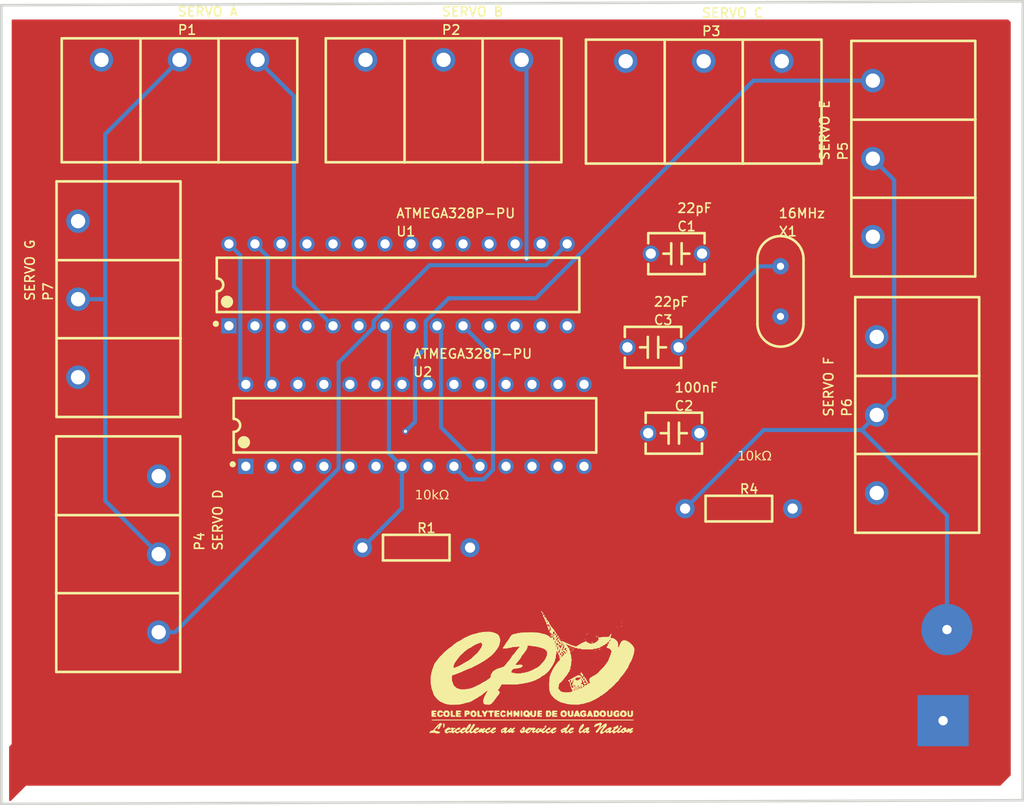
<source format=kicad_pcb>
(kicad_pcb (version 20241229) (generator "pcbnew") (generator_version "9.0")
  (layers (0 "F.Cu" signal "TopLayer") (2 "B.Cu" signal "BottomLayer") (13 "F.Paste" user "TopPasteMaskLayer") (15 "B.Paste" user "BottomPasteMaskLayer") (5 "F.SilkS" user "TopSilkLayer") (7 "B.SilkS" user "BottomSilkLayer") (1 "F.Mask" user "TopSolderMaskLayer") (3 "B.Mask" user "BottomSolderMaskLayer") (25 "Edge.Cuts" user "BoardOutLine"))
  (net 1 "")
  (net 2 "U1_27")
  (net 3 "U1_28")
  (net 4 "SERVO_E")
  (net 5 "SERVO_D")
  (net 6 "SERVO_B")
  (net 7 "SERVO_A")
  (net 8 "U1_9")
  (net 9 "U1_10")
  (net 10 "+5V")
  (net 11 "U2_1")
  (net 12 "U1_1")
  (net 13 "SERVO_G")
  (net 14 "SERVO_F")
  (net 15 "SERVO_C")
  (net 16 "GND")
  (net 17 "C2_2")
  (net 18 "U2_15")
  (footprint "CAP-TH_L5.5-W4.0-P5.00-D0.5" (layer "F.Cu") (at 161.567 85.616)
    (property "Reference" "C1")
    (property "Value" "22pF")
  )
  (footprint "Pad_gge2604" (layer "F.Cu") (at 187.983 122.319)
    (property "Reference" "Pad_gge2604" (hide yes))
    (property "Value" "Pad_gge2604" (hide yes))
  )
  (footprint "CONN-TH_3P-P7.62_HEADER3" (layer "F.Cu") (at 164.234 66.82)
    (property "Reference" "P3")
    (property "Value" "SERVO C")
  )
  (footprint "CONN-TH_3P-P7.62_HEADER3" (layer "F.Cu") (at 180.744 76.345 90)
    (property "Reference" "P5")
    (property "Value" "SERVO E")
  )
  (footprint "Pad_gge2622" (layer "F.Cu") (at 187.602 131.209)
    (property "Reference" "Pad_gge2622" (hide yes))
    (property "Value" "Pad_gge2622" (hide yes))
  )
  (footprint "CONN-TH_3P-P7.62_HEADER3" (layer "F.Cu") (at 103.147 90.061 90)
    (property "Reference" "P7")
    (property "Value" "SERVO G")
  )
  (footprint "CONN-TH_3P-P7.62_HEADER3" (layer "F.Cu") (at 181.125 101.364 90)
    (property "Reference" "P6")
    (property "Value" "SERVO F")
  )
  (footprint "CONN-TH_3P-P7.62_HEADER3" (layer "F.Cu") (at 113.053 66.693)
    (property "Reference" "P1")
    (property "Value" "SERVO A")
  )
  (footprint "DIP-28_L34.6-W7.3-P2.54-LS10.2-BL" (layer "F.Cu") (at 136.04 102.38)
    (property "Reference" "U2")
    (property "Value" "ATMEGA328P-PU")
  )
  (footprint "RES-TH_BD2.5-L6.5-P10.50-D0.6" (layer "F.Cu") (at 167.663 110.508)
    (property "Reference" "R4")
    (property "Value" "10kΩ")
  )
  (footprint "DIP-28_L34.6-W7.3-P2.54-LS10.2-BL" (layer "F.Cu") (at 134.389 88.664)
    (property "Reference" "U1")
    (property "Value" "ATMEGA328P-PU")
  )
  (footprint "RES-TH_BD2.5-L6.5-P10.50-D0.6" (layer "F.Cu") (at 136.167 114.318)
    (property "Reference" "R1")
    (property "Value" "10kΩ")
  )
  (footprint "OSC-TH_L10.0-W4.5-P5.00" (layer "F.Cu") (at 171.727 89.299)
    (property "Reference" "X1")
    (property "Value" "16MHz")
  )
  (footprint "CONN-TH_3P-P7.62_HEADER3" (layer "F.Cu") (at 138.834 66.693)
    (property "Reference" "P2")
    (property "Value" "SERVO B")
  )
  (footprint "CAP-TH_L5.5-W4.0-P5.00-D0.5" (layer "F.Cu") (at 161.313 103.142)
    (property "Reference" "C2")
    (property "Value" "100nF")
  )
  (footprint "CAP-TH_L5.5-W4.0-P5.00-D0.5" (layer "F.Cu") (at 159.281 94.76)
    (property "Reference" "C3")
    (property "Value" "22pF")
  )
  (footprint "CONN-TH_3P-P7.62_HEADER3" (layer "F.Cu") (at 111.021 114.953 -90)
    (property "Reference" "P4")
    (property "Value" "SERVO D")
  )
  (gr_poly (pts (xy 151.2759 124.385) (xy 151.2586 124.3909) (xy 151.259 124.4104) (xy 151.2595 124.4299) (xy 151.2793 124.4522) (xy 151.2992 124.4744) (xy 151.3141 124.4413) (xy 151.3289 124.4083) (xy 151.3218 124.3928) (xy 151.3148 124.3772) (xy 151.304 124.3781) (xy 151.2932 124.379)) (fill yes) (layer "F.SilkS"))
  (gr_poly (pts (xy 152.65 130.2395) (xy 152.7168 130.2776) (xy 152.7366 130.3218) (xy 152.7563 130.3662) (xy 152.7408 130.3951) (xy 152.7252 130.424) (xy 152.6592 130.4238) (xy 152.5932 130.4235) (xy 152.5329 130.4003) (xy 152.4726 130.3772) (xy 152.4638 130.3772) (xy 152.4549 130.3773) (xy 152.403 130.4176) (xy 152.3512 130.458) (xy 152.3512 130.5321) (xy 152.3512 130.6063) (xy 152.3747 130.6353) (xy 152.3983 130.6642) (xy 152.4197 130.6785) (xy 152.4411 130.6928) (xy 152.4902 130.6932) (xy 152.5393 130.6936) (xy 152.5559 130.6795) (xy 152.5725 130.6654) (xy 152.5725 130.6572) (xy 152.5725 130.649) (xy 152.5226 130.6241) (xy 152.4727 130.5991) (xy 152.4821 130.5555) (xy 152.4915 130.5119) (xy 152.5096 130.4962) (xy 152.5277 130.4804) (xy 152.6158 130.4808) (xy 152.7038 130.4812) (xy 152.7189 130.4819) (xy 152.734 130.4826) (xy 152.75 130.5125) (xy 152.7661 130.5423) (xy 152.7661 130.647) (xy 152.7661 130.7515) (xy 152.7211 130.7712) (xy 152.6762 130.791) (xy 152.6401 130.8135) (xy 152.6041 130.8361) (xy 152.5205 130.8425) (xy 152.4369 130.849) (xy 152.3885 130.8413) (xy 152.34 130.8335) (xy 152.2725 130.788) (xy 152.2051 130.7425) (xy 152.1828 130.753) (xy 152.1606 130.7636) (xy 152.1521 130.7925) (xy 152.1435 130.8214) (xy 152.0941 130.8293) (xy 152.0448 130.8371) (xy 152.0147 130.8241) (xy 151.9847 130.8111) (xy 151.9489 130.7866) (xy 151.9131 130.7622) (xy 151.8586 130.756) (xy 151.804 130.7498) (xy 151.7443 130.792) (xy 151.6847 130.8342) (xy 151.6352 130.8342) (xy 151.5858 130.8342) (xy 151.5609 130.8151) (xy 151.5361 130.7961) (xy 151.5487 130.7762) (xy 151.5612 130.7563) (xy 151.5771 130.6751) (xy 151.5929 130.594) (xy 151.605967 130.5783) (xy 151.8533 130.5783) (xy 151.8533 130.5891) (xy 151.8533 130.5998) (xy 151.874 130.5998) (xy 151.8948 130.5998) (xy 151.8948 130.5771) (xy 151.8948 130.5543) (xy 151.8824 130.5478) (xy 151.87 130.5414) (xy 151.8617 130.5598) (xy 151.8533 130.5783) (xy 151.605967 130.5783) (xy 151.6202 130.5612) (xy 151.6476 130.5285) (xy 151.6648 130.4369) (xy 151.682 130.3452) (xy 151.7274 130.2967) (xy 151.7727 130.2482) (xy 151.8023 130.2306) (xy 151.8318 130.2131) (xy 151.8667 130.2134) (xy 151.9017 130.2137) (xy 151.9477 130.2461) (xy 151.9937 130.2784) (xy 152.0126 130.3625) (xy 152.0315 130.4466) (xy 152.0614 130.4809) (xy 152.0914 130.5152) (xy 152.0986 130.5956) (xy 152.1059 130.676) (xy 152.1186 130.6968) (xy 152.1313 130.7176) (xy 152.1444 130.7108) (xy 152.1575 130.7039) (xy 152.1575 130.5695) (xy 152.1575 130.435) (xy 152.1776 130.3944) (xy 152.1976 130.3538) (xy 152.2362 130.3109) (xy 152.2747 130.2681) (xy 152.3579 130.2348) (xy 152.4411 130.2014) (xy 152.5121 130.2014) (xy 152.5831 130.2014)) (fill yes) (layer "F.SilkS"))
  (gr_poly (pts (xy 153.8278 130.2309) (xy 153.8988 130.2488) (xy 153.9392 130.2776) (xy 153.9795 130.3064) (xy 153.9942 130.3388) (xy 154.0089 130.3713) (xy 154.0179 130.4621) (xy 154.027 130.553) (xy 154.0382 130.553) (xy 154.0495 130.553) (xy 154.0592 130.4707) (xy 154.0689 130.3885) (xy 154.1125 130.3405) (xy 154.156 130.2925) (xy 154.1996 130.2528) (xy 154.2431 130.2131) (xy 154.3432 130.2131) (xy 154.4432 130.2131) (xy 154.497 130.2268) (xy 154.5509 130.2404) (xy 154.6048 130.29) (xy 154.6587 130.3396) (xy 154.6735 130.3847) (xy 154.6883 130.4299) (xy 154.688 130.5471) (xy 154.6878 130.6642) (xy 154.6501 130.7219) (xy 154.6124 130.7796) (xy 154.5734 130.8039) (xy 154.5344 130.8283) (xy 154.3993 130.8323) (xy 154.2641 130.8363) (xy 154.239 130.8147) (xy 154.2139 130.7932) (xy 154.1509 130.7639) (xy 154.0879 130.7346) (xy 154.0686 130.6673) (xy 154.0493 130.6) (xy 154.0375 130.6062) (xy 154.0257 130.6124) (xy 154.0172 130.6559) (xy 154.0087 130.6994) (xy 153.9943 130.7314) (xy 153.98 130.7634) (xy 153.917 130.7988) (xy 153.8539 130.8342) (xy 153.6938 130.8338) (xy 153.5336 130.8335) (xy 153.5094 130.8179) (xy 153.4852 130.8023) (xy 153.4852 130.5481) (xy 153.4852 130.4459) (xy 153.6789 130.4459) (xy 153.6789 130.5441) (xy 153.6789 130.6422) (xy 153.6963 130.6624) (xy 153.7136 130.6825) (xy 153.7542 130.6851) (xy 153.7948 130.6877) (xy 153.8136 130.6584) (xy 153.8324 130.6291) (xy 153.828844 130.588) (xy 154.2575 130.588) (xy 154.2731 130.6278) (xy 154.2886 130.6677) (xy 154.3273 130.6813) (xy 154.3661 130.6949) (xy 154.4063 130.6868) (xy 154.4464 130.6786) (xy 154.4637 130.6671) (xy 154.481 130.6555) (xy 154.481 130.5507) (xy 154.481 130.4459) (xy 154.4667 130.4233) (xy 154.4524 130.4006) (xy 154.401 130.4011) (xy 154.3496 130.4015) (xy 154.3132 130.4183) (xy 154.2769 130.435) (xy 154.2672 130.5115) (xy 154.2575 130.588) (xy 153.828844 130.588) (xy 153.8238 130.5297) (xy 153.8152 130.4303) (xy 153.8006 130.4155) (xy 153.7861 130.4006) (xy 153.7468 130.4006) (xy 153.7075 130.4006) (xy 153.6932 130.4233) (xy 153.6789 130.4459) (xy 153.4852 130.4459) (xy 153.4852 130.294) (xy 153.5064 130.2593) (xy 153.5275 130.2246) (xy 153.5894 130.2267) (xy 153.6513 130.2286) (xy 153.6605 130.2209) (xy 153.6696 130.2131) (xy 153.7132 130.2131) (xy 153.7568 130.2131)) (fill yes) (layer "F.SilkS"))
  (gr_poly (pts (xy 144.5994 130.2113) (xy 144.5718 130.2189) (xy 144.5253 130.2424) (xy 144.4788 130.2658) (xy 144.4285 130.3303) (xy 144.3782 130.3947) (xy 144.3782 130.5422) (xy 144.3782 130.6896) (xy 144.4187 130.7392) (xy 144.4592 130.7888) (xy 144.5196 130.8188) (xy 144.58 130.8488) (xy 144.6652 130.8406) (xy 144.7504 130.8325) (xy 144.7925 130.8174) (xy 144.8345 130.8023) (xy 144.8605 130.7776) (xy 144.8865 130.7528) (xy 144.8969 130.7048) (xy 144.9073 130.6567) (xy 144.8787 130.6341) (xy 144.8501 130.6115) (xy 144.8112 130.6115) (xy 144.7724 130.6115) (xy 144.7205 130.6511) (xy 144.6686 130.6906) (xy 144.6233 130.6848) (xy 144.5779 130.6791) (xy 144.5653 130.6591) (xy 144.5526 130.639) (xy 144.5432 130.551) (xy 144.5338 130.4631) (xy 144.5499 130.4375) (xy 144.566 130.412) (xy 144.6104 130.3965) (xy 144.6548 130.3809) (xy 144.6967 130.4078) (xy 144.7387 130.4347) (xy 144.7957 130.4424) (xy 144.8527 130.4501) (xy 144.8678 130.4261) (xy 144.883 130.4021) (xy 144.883 130.3568) (xy 144.883 130.3113) (xy 144.8657 130.2921) (xy 144.8484 130.2729) (xy 144.7675 130.2371) (xy 144.6865 130.2014) (xy 144.6568 130.2026) (xy 144.6271 130.2037)) (fill yes) (layer "F.SilkS"))
  (gr_poly (pts (xy 138.6269 130.2373) (xy 138.7177 130.2733) (xy 138.7391 130.3194) (xy 138.7604 130.3655) (xy 138.7726 130.3655) (xy 138.7848 130.3655) (xy 138.8314 130.3489) (xy 138.878 130.3324) (xy 138.8874 130.3075) (xy 138.8967 130.2825) (xy 138.9541 130.2518) (xy 139.0115 130.2212) (xy 139.0594 130.212) (xy 139.1073 130.2028) (xy 139.1769 130.214) (xy 139.2466 130.2252) (xy 139.2984 130.2543) (xy 139.3503 130.2834) (xy 139.372 130.3115) (xy 139.3938 130.3397) (xy 139.4205 130.4015) (xy 139.4471 130.4633) (xy 139.4385 130.5665) (xy 139.4298 130.6698) (xy 139.3766 130.7388) (xy 139.3233 130.8079) (xy 139.2853 130.8206) (xy 139.2472 130.8333) (xy 139.1297 130.8365) (xy 139.0121 130.8397) (xy 138.9179 130.788) (xy 138.8237 130.7362) (xy 138.8065 130.7003) (xy 138.7893 130.6642) (xy 138.794476 130.6029) (xy 139.0052 130.6029) (xy 139.034 130.6424) (xy 139.0628 130.6819) (xy 139.0982 130.6894) (xy 139.1335 130.697) (xy 139.1691 130.6864) (xy 139.2045 130.6758) (xy 139.2141 130.6466) (xy 139.2237 130.6174) (xy 139.2251 130.5351) (xy 139.2265 130.4527) (xy 139.2061 130.428) (xy 139.1857 130.4033) (xy 139.144 130.3982) (xy 139.1022 130.393) (xy 139.0644 130.414) (xy 139.0266 130.435) (xy 139.0169 130.4559) (xy 139.0071 130.4768) (xy 139.0062 130.5399) (xy 139.0052 130.6029) (xy 138.794476 130.6029) (xy 138.7982 130.5588) (xy 138.8072 130.4533) (xy 138.7942 130.4211) (xy 138.7812 130.3889) (xy 138.7687 130.3889) (xy 138.7563 130.3889) (xy 138.7563 130.3989) (xy 138.7563 130.4089) (xy 138.7223 130.4399) (xy 138.6884 130.4709) (xy 138.6383 130.4421) (xy 138.5882 130.4133) (xy 138.5604 130.4059) (xy 138.5326 130.3984) (xy 138.4868 130.4056) (xy 138.4409 130.4129) (xy 138.4243 130.4299) (xy 138.4077 130.4468) (xy 138.4126 130.5521) (xy 138.4174 130.6573) (xy 138.4313 130.6683) (xy 138.4451 130.6794) (xy 138.488 130.687) (xy 138.5308 130.6946) (xy 138.5895 130.6531) (xy 138.6482 130.6115) (xy 138.6794 130.6115) (xy 138.7105 130.6115) (xy 138.7343 130.6338) (xy 138.758 130.6561) (xy 138.7482 130.7006) (xy 138.7383 130.7451) (xy 138.6874 130.7913) (xy 138.6365 130.8376) (xy 138.5339 130.8373) (xy 138.4313 130.8371) (xy 138.3931 130.8356) (xy 138.3549 130.8342) (xy 138.3309 130.8091) (xy 138.3068 130.784) (xy 138.2669 130.7442) (xy 138.2269 130.7044) (xy 138.2144 130.6492) (xy 138.2018 130.594) (xy 138.211 130.4852) (xy 138.2202 130.3765) (xy 138.259 130.3275) (xy 138.2978 130.2786) (xy 138.3645 130.2402) (xy 138.4313 130.2017) (xy 138.4837 130.2016) (xy 138.5361 130.2014)) (fill yes) (layer "F.SilkS"))
  (gr_poly (pts (xy 153.1049 122.5725) (xy 153.0964 122.5843) (xy 153.1187 122.5843) (xy 153.1411 122.5843) (xy 153.1326 122.5725) (xy 153.124 122.5608) (xy 153.1187 122.5608) (xy 153.1134 122.5608)) (fill yes) (layer "F.SilkS"))
  (gr_poly (pts (xy 143.0159 130.2301) (xy 142.9813 130.2462) (xy 142.9148 130.3117) (xy 142.8483 130.3772) (xy 142.8374 130.3772) (xy 142.8265 130.3772) (xy 142.8056 130.3321) (xy 142.7848 130.2872) (xy 142.734 130.2544) (xy 142.6833 130.2216) (xy 142.6388 130.2324) (xy 142.5944 130.2432) (xy 142.5822 130.2728) (xy 142.5699 130.3024) (xy 142.6562 130.4522) (xy 142.7425 130.6019) (xy 142.7498 130.701) (xy 142.7571 130.8001) (xy 142.7859 130.8171) (xy 142.8146 130.8342) (xy 142.8573 130.8342) (xy 142.9 130.8342) (xy 142.926 130.818) (xy 142.952 130.8019) (xy 142.9607 130.6862) (xy 142.9693 130.5705) (xy 143.0065 130.525) (xy 143.0436 130.4794) (xy 143.0436 130.4647) (xy 143.0436 130.4501) (xy 143.0994 130.3793) (xy 143.1552 130.3085) (xy 143.1459 130.2754) (xy 143.1366 130.2424) (xy 143.1229 130.2277) (xy 143.1093 130.2131) (xy 143.0799 130.2136) (xy 143.0505 130.214)) (fill yes) (layer "F.SilkS"))
  (gr_poly (pts (xy 154.2516 131.4445) (xy 154.2874 131.4805) (xy 154.287 131.4943) (xy 154.2866 131.508) (xy 154.2609 131.5878) (xy 154.2351 131.6676) (xy 154.2121 131.6818) (xy 154.189 131.6961) (xy 154.1782 131.7368) (xy 154.1674 131.7776) (xy 154.1732 131.7922) (xy 154.179 131.8069) (xy 154.1982 131.8069) (xy 154.2173 131.8069) (xy 154.2338 131.7807) (xy 154.237024 131.7756) (xy 154.4257 131.7756) (xy 154.4257 131.7912) (xy 154.4257 131.8069) (xy 154.4464 131.8069) (xy 154.4672 131.8069) (xy 154.4672 131.79) (xy 154.4672 131.7731) (xy 154.4553 131.7668) (xy 154.4434 131.7606) (xy 154.4345 131.7681) (xy 154.4257 131.7756) (xy 154.237024 131.7756) (xy 154.2503 131.7546) (xy 154.3069 131.7109) (xy 154.3634 131.6672) (xy 154.3863 131.6479) (xy 154.4091 131.6287) (xy 154.4208 131.6185) (xy 154.4326 131.6083) (xy 154.481 131.5748) (xy 154.5294 131.5413) (xy 154.6147 131.5019) (xy 154.7001 131.4626) (xy 154.7202 131.4768) (xy 154.7403 131.4909) (xy 154.7571 131.5417) (xy 154.7739 131.5926) (xy 154.7614 131.6626) (xy 154.7489 131.7327) (xy 154.7083 131.7882) (xy 154.6677 131.8437) (xy 154.5882 131.9236) (xy 154.5087 132.0036) (xy 154.5087 132.0163) (xy 154.5087 132.029) (xy 154.4741 132.0482) (xy 154.4395 132.0673) (xy 154.4395 132.0796) (xy 154.4395 132.0919) (xy 154.3978 132.1469) (xy 154.3561 132.202) (xy 154.3529 132.2476) (xy 154.3496 132.2932) (xy 154.4015 132.2918) (xy 154.4533 132.2905) (xy 154.482 132.2596) (xy 154.5107 132.2287) (xy 154.5299 132.2287) (xy 154.5492 132.2287) (xy 154.5655 132.2023) (xy 154.571362 132.1929) (xy 154.7714 132.1929) (xy 154.7714 132.2181) (xy 154.7714 132.2434) (xy 154.8164 132.236) (xy 154.8613 132.2287) (xy 154.8848 132.2023) (xy 154.9083 132.176) (xy 154.9298 132.1555) (xy 154.9512 132.135) (xy 154.9512 132.1232) (xy 154.9512 132.1115) (xy 154.9063 132.1124) (xy 154.8613 132.1131) (xy 154.8164 132.153) (xy 154.7714 132.1929) (xy 154.571362 132.1929) (xy 154.5819 132.176) (xy 154.6075 132.1525) (xy 154.633 132.1291) (xy 154.6839 132.0822) (xy 154.7347 132.0354) (xy 154.7727 132.0178) (xy 154.8107 132.0002) (xy 154.8977 131.9428) (xy 154.9848 131.8853) (xy 155.0337 131.8756) (xy 155.0826 131.866) (xy 155.1414 131.8657) (xy 155.2002 131.8654) (xy 155.2278 131.8889) (xy 155.2555 131.9123) (xy 155.2555 131.9233) (xy 155.2555 131.9342) (xy 155.2396 131.9672) (xy 155.2238 132.0002) (xy 155.2269 132.0324) (xy 155.2299 132.0647) (xy 155.1651 132.129) (xy 155.1003 132.1933) (xy 155.1083 132.211) (xy 155.1163 132.2287) (xy 155.1639 132.2287) (xy 155.2115 132.2287) (xy 155.2784 132.1835) (xy 155.3454 132.1384) (xy 155.373 132.1119) (xy 155.4007 132.0854) (xy 155.4318 132.0753) (xy 155.4629 132.0652) (xy 155.4629 132.0295) (xy 155.4629 131.9937) (xy 155.4303 131.9832) (xy 155.3976 131.9727) (xy 155.3895 131.9465) (xy 155.3814 131.9203) (xy 155.395 131.8987) (xy 155.4086 131.8771) (xy 155.4218 131.8771) (xy 155.4351 131.8771) (xy 155.471 131.843) (xy 155.507 131.8087) (xy 155.5739 131.8009) (xy 155.6409 131.7931) (xy 155.6902 131.7526) (xy 155.7395 131.712) (xy 155.7395 131.7027) (xy 155.7395 131.6934) (xy 155.7748 131.6798) (xy 155.81 131.6662) (xy 155.8418 131.6662) (xy 155.8735 131.6662) (xy 155.8975 131.6887) (xy 155.9215 131.7112) (xy 155.907 131.7342) (xy 155.8924 131.7572) (xy 155.8692 131.7648) (xy 155.846 131.7723) (xy 155.8757 131.7991) (xy 155.9055 131.8259) (xy 155.9055 131.8467) (xy 155.9055 131.8676) (xy 155.8744 131.9026) (xy 155.8433 131.9376) (xy 155.8128 131.966) (xy 155.7823 131.9943) (xy 155.7436 131.9948) (xy 155.705 131.9953) (xy 155.6554 132.0329) (xy 155.6058 132.0705) (xy 155.5894 132.1111) (xy 155.573 132.1515) (xy 155.5452 132.1766) (xy 155.5175 132.2016) (xy 155.5269 132.2223) (xy 155.5362 132.2431) (xy 155.606 132.2374) (xy 155.6757 132.2317) (xy 155.7041 132.202) (xy 155.7326 132.1723) (xy 155.8018 132.0937) (xy 155.8709 132.0152) (xy 155.8875 131.9905) (xy 155.9041 131.9658) (xy 155.9567 131.9331) (xy 156.0092 131.9004) (xy 156.035 131.8929) (xy 156.0608 131.8855) (xy 156.0536 131.8317) (xy 156.0465 131.7779) (xy 156.066 131.7459) (xy 156.0856 131.7138) (xy 156.1122 131.7017) (xy 156.1388 131.6896) (xy 156.1726 131.6896) (xy 156.2064 131.6896) (xy 156.2199 131.7043) (xy 156.2335 131.719) (xy 156.2419 131.7565) (xy 156.2503 131.7941) (xy 156.1951 131.8413) (xy 156.1399 131.8886) (xy 156.1057 131.8959) (xy 156.0716 131.9031) (xy 156.08 131.9643) (xy 156.0886 132.0255) (xy 156.0484 132.0656) (xy 156.0083 132.1057) (xy 155.9707 132.1489) (xy 155.9332 132.192) (xy 155.9332 132.2104) (xy 155.9332 132.2287) (xy 155.994 132.2287) (xy 156.0548 132.2287) (xy 156.080188 132.2042) (xy 156.3084 132.2042) (xy 156.322 132.2458) (xy 156.3355 132.2873) (xy 156.354 132.2873) (xy 156.3724 132.2873) (xy 156.4086 132.2471) (xy 156.4449 132.2068) (xy 156.4449 132.1533) (xy 156.4449 132.0998) (xy 156.4345 132.1012) (xy 156.4241 132.1026) (xy 156.384 132.11) (xy 156.3439 132.1174) (xy 156.3262 132.1608) (xy 156.3084 132.2042) (xy 156.080188 132.2042) (xy 156.0977 132.1873) (xy 156.1406 132.1459) (xy 156.1406 132.1345) (xy 156.1406 132.123) (xy 156.1818 132.085) (xy 156.2229 132.0471) (xy 156.2386 132.0354) (xy 156.2542 132.0237) (xy 156.2977 131.9881) (xy 156.3411 131.9525) (xy 156.4015 131.9182) (xy 156.4618 131.8839) (xy 156.5364 131.8839) (xy 156.611 131.8839) (xy 156.6404 131.9087) (xy 156.6699 131.9337) (xy 156.6723 132.0431) (xy 156.6748 132.1525) (xy 156.6938 132.1525) (xy 156.7128 132.1525) (xy 156.7244 132.1144) (xy 156.7361 132.0764) (xy 156.7554 132.0764) (xy 156.7747 132.0764) (xy 156.8069 132.0271) (xy 156.839 131.9777) (xy 156.8928 131.9604) (xy 156.9466 131.9431) (xy 156.9778 131.9738) (xy 157.009 132.0045) (xy 157.0145 132.0186) (xy 157.02 132.0326) (xy 157.0627 132.0139) (xy 157.1054 131.9952) (xy 157.1127 131.979) (xy 157.12 131.9628) (xy 157.1994 131.9355) (xy 157.2788 131.9082) (xy 157.3113 131.9402) (xy 157.3438 131.9722) (xy 157.3438 131.9932) (xy 157.3438 132.0143) (xy 157.3043 132.06) (xy 157.2648 132.1057) (xy 157.2144 132.1505) (xy 157.164 132.1952) (xy 157.164 132.2047) (xy 157.164 132.2141) (xy 157.182 132.2268) (xy 157.2001 132.2395) (xy 157.2408 132.2211) (xy 157.2816 132.2027) (xy 157.3203 132.1929) (xy 157.3591 132.1831) (xy 157.3678 132.2023) (xy 157.3765 132.2214) (xy 157.3598 132.2262) (xy 157.3431 132.2309) (xy 157.3234 132.2708) (xy 157.3038 132.3107) (xy 157.2685 132.3243) (xy 157.2332 132.338) (xy 157.2332 132.3467) (xy 157.2332 132.3554) (xy 157.1686 132.3917) (xy 157.104 132.4279) (xy 157.0596 132.4279) (xy 157.0153 132.4279) (xy 156.9963 132.4086) (xy 156.9773 132.3892) (xy 156.9704 132.3245) (xy 156.9635 132.2599) (xy 156.9462 132.255) (xy 156.9289 132.2502) (xy 156.9207 132.2717) (xy 156.9125 132.2932) (xy 156.8987 132.3246) (xy 156.8849 132.356) (xy 156.8368 132.3753) (xy 156.7887 132.3946) (xy 156.7687 132.3881) (xy 156.7487 132.3817) (xy 156.7343 132.3495) (xy 156.7199 132.3174) (xy 156.7061 132.3033) (xy 156.6924 132.2893) (xy 156.6551 132.3058) (xy 156.6177 132.3223) (xy 156.5656 132.3224) (xy 156.5134 132.3224) (xy 156.4982 132.3508) (xy 156.4829 132.3791) (xy 156.416 132.4027) (xy 156.3491 132.4263) (xy 156.3006 132.4149) (xy 156.2521 132.4036) (xy 156.2136 132.3765) (xy 156.1752 132.3494) (xy 156.1436 132.3353) (xy 156.1121 132.3213) (xy 156.0549 132.3627) (xy 155.9978 132.4041) (xy 155.9495 132.4118) (xy 155.9013 132.4195) (xy 155.8654 132.4088) (xy 155.8294 132.3981) (xy 155.8053 132.3547) (xy 155.7811 132.3113) (xy 155.7364 132.3189) (xy 155.6917 132.3264) (xy 155.6488 132.3625) (xy 155.6058 132.3986) (xy 155.553 132.4256) (xy 155.5002 132.4527) (xy 155.4633 132.4589) (xy 155.4265 132.4652) (xy 155.3834 132.4344) (xy 155.3403 132.4037) (xy 155.3239 132.3602) (xy 155.3074 132.3166) (xy 155.2946 132.3049) (xy 155.2818 132.2932) (xy 155.2206 132.3488) (xy 155.1594 132.4045) (xy 155.1335 132.4045) (xy 155.1076 132.4045) (xy 155.0826 132.4279) (xy 155.0576 132.4514) (xy 155.0337 132.4514) (xy 155.0099 132.4514) (xy 154.9962 132.4367) (xy 154.9825 132.4221) (xy 154.9652 132.3767) (xy 154.948 132.3314) (xy 154.9392 132.3429) (xy 154.9305 132.3544) (xy 154.8821 132.375) (xy 154.8337 132.3956) (xy 154.8118 132.4118) (xy 154.7898 132.428) (xy 154.7288 132.4007) (xy 154.6677 132.3734) (xy 154.647 132.3391) (xy 154.6262 132.3049) (xy 154.6255 132.3023) (xy 154.6248 132.2998) (xy 154.5737 132.3194) (xy 154.5225 132.339) (xy 154.5147 132.3601) (xy 154.5068 132.3811) (xy 154.4939 132.3811) (xy 154.4811 132.3811) (xy 154.4292 132.4199) (xy 154.3773 132.4588) (xy 154.3272 132.4844) (xy 154.2772 132.51) (xy 154.2363 132.51) (xy 154.1954 132.51) (xy 154.167 132.4836) (xy 154.1387 132.4572) (xy 154.1231 132.4316) (xy 154.1076 132.4061) (xy 154.1076 132.3752) (xy 154.1076 132.3444) (xy 154.1217 132.322) (xy 154.1358 132.2997) (xy 154.1493 132.2396) (xy 154.1627 132.1796) (xy 154.1974 132.1447) (xy 154.2321 132.1097) (xy 154.2321 132.0957) (xy 154.2321 132.0816) (xy 154.2701 132.0453) (xy 154.3081 132.009) (xy 154.3358 131.9701) (xy 154.3634 131.931) (xy 154.387 131.8953) (xy 154.4105 131.8596) (xy 154.4112 131.8446) (xy 154.4118 131.8295) (xy 154.3909 131.8227) (xy 154.3699 131.8159) (xy 154.3045 131.8744) (xy 154.239 131.9329) (xy 154.1629 132.0062) (xy 154.0869 132.0795) (xy 154.0488 132.1099) (xy 154.0108 132.1402) (xy 154.0108 132.1658) (xy 154.0108 132.1913) (xy 153.9609 132.2422) (xy 153.911 132.2932) (xy 153.8782 132.3224) (xy 153.8455 132.3517) (xy 153.8196 132.3802) (xy 153.7936 132.4086) (xy 153.7511 132.3829) (xy 153.7085 132.3572) (xy 153.6935 132.3186) (xy 153.6784 132.28) (xy 153.7167 132.2217) (xy 153.7549 132.1635) (xy 153.7826 132.1305) (xy 153.8102 132.0975) (xy 153.8534 132.0547) (xy 153.8965 132.0119) (xy 153.9063 131.9852) (xy 153.9161 131.9586) (xy 153.9478 131.941) (xy 153.9795 131.9234) (xy 153.9881 131.87) (xy 153.990387 131.8558) (xy 154.0906 131.8558) (xy 154.1066 131.8693) (xy 154.1226 131.8828) (xy 154.1349 131.8659) (xy 154.1473 131.849) (xy 154.1404 131.8397) (xy 154.1336 131.8303) (xy 154.1214 131.8303) (xy 154.1092 131.8303) (xy 154.0999 131.843) (xy 154.0906 131.8558) (xy 153.990387 131.8558) (xy 153.9967 131.8166) (xy 154.0226 131.7854) (xy 154.0484 131.7541) (xy 154.0556 131.6983) (xy 154.0627 131.6424) (xy 154.0503 131.6359) (xy 154.0379 131.6294) (xy 153.9976 131.6581) (xy 153.9574 131.6867) (xy 153.9052 131.695) (xy 153.853 131.7034) (xy 153.8133 131.7317) (xy 153.7735 131.76) (xy 153.7474 131.76) (xy 153.7213 131.76) (xy 153.6718 131.7968) (xy 153.6223 131.8337) (xy 153.5676 131.8198) (xy 153.5129 131.8059) (xy 153.5129 131.7844) (xy 153.5129 131.7628) (xy 153.5322 131.7493) (xy 153.5515 131.7357) (xy 153.5606 131.6944) (xy 153.5698 131.6531) (xy 153.6193 131.6067) (xy 153.6687 131.5603) (xy 153.7298 131.5254) (xy 153.7909 131.4904) (xy 153.8282 131.4904) (xy 153.8656 131.4904) (xy 153.9742 131.4559) (xy 154.0828 131.4216) (xy 154.0906 131.415) (xy 154.0984 131.4084) (xy 154.1571 131.4084) (xy 154.2158 131.4084)) (fill yes) (layer "F.SilkS"))
  (gr_poly (pts (xy 148.8512 131.6971) (xy 148.8798 131.7279) (xy 148.8798 131.7679) (xy 148.8798 131.8078) (xy 148.8496 131.8425) (xy 148.8193 131.8771) (xy 148.796 131.8771) (xy 148.7726 131.8771) (xy 148.7558 131.8943) (xy 148.739 131.9114) (xy 148.7555 131.9537) (xy 148.772 131.9959) (xy 148.7348 132.0293) (xy 148.6977 132.0627) (xy 148.6728 132.0858) (xy 148.6478 132.1089) (xy 148.629 132.1191) (xy 148.6102 132.1293) (xy 148.57 132.1669) (xy 148.5299 132.2045) (xy 148.5475 132.2224) (xy 148.5651 132.2404) (xy 148.5999 132.2404) (xy 148.6346 132.2404) (xy 148.6857 132.2274) (xy 148.7369 132.2145) (xy 148.7623 132.1745) (xy 148.7877 132.1346) (xy 148.8651 132.0674) (xy 148.9426 132.0002) (xy 148.9953 131.9709) (xy 149.0481 131.9416) (xy 149.0889 131.9094) (xy 149.1297 131.8771) (xy 149.1824 131.8771) (xy 149.2351 131.8771) (xy 149.2568 131.8976) (xy 149.2784 131.9181) (xy 149.2811 131.9533) (xy 149.2838 131.9885) (xy 149.2824 132.0074) (xy 149.2809 132.0263) (xy 149.2164 132.0689) (xy 149.1519 132.1115) (xy 149.0935 132.1115) (xy 149.0352 132.1115) (xy 148.9862 132.1575) (xy 148.9371 132.2035) (xy 148.952 132.2447) (xy 148.9669 132.2858) (xy 149.0173 132.293) (xy 149.0678 132.3003) (xy 149.1084 132.2872) (xy 149.149 132.2741) (xy 149.1562 132.2655) (xy 149.1633 132.2569) (xy 149.2083 132.2303) (xy 149.2532 132.2037) (xy 149.2532 132.1883) (xy 149.2532 132.173) (xy 149.2751 132.1576) (xy 149.2969 132.1423) (xy 149.3306 132.0859) (xy 149.343305 132.0647) (xy 149.5437 132.0647) (xy 149.5437 132.0764) (xy 149.5575 132.0764) (xy 149.5713 132.0764) (xy 149.5713 132.0647) (xy 149.5713 132.0529) (xy 149.5575 132.0529) (xy 149.5437 132.0529) (xy 149.5437 132.0647) (xy 149.343305 132.0647) (xy 149.3644 132.0295) (xy 149.3775 132.0295) (xy 149.3906 132.0295) (xy 149.436 131.9962) (xy 149.4814 131.9628) (xy 149.5575 131.9189) (xy 149.6336 131.8749) (xy 149.7186 131.8794) (xy 149.8035 131.884) (xy 149.8257 131.8995) (xy 149.8479 131.9152) (xy 149.8479 131.9606) (xy 149.8479 132.0061) (xy 149.793 132.0527) (xy 149.738 132.0992) (xy 149.7044 132.1064) (xy 149.6708 132.1135) (xy 149.6392 132.142) (xy 149.6077 132.1704) (xy 149.555 132.1824) (xy 149.5022 132.1945) (xy 149.5022 132.2283) (xy 149.5022 132.2622) (xy 149.5249 132.2815) (xy 149.5476 132.3007) (xy 149.5828 132.2933) (xy 149.6179 132.2858) (xy 149.6579 132.2573) (xy 149.6979 132.2287) (xy 149.7134 132.2287) (xy 149.7289 132.2287) (xy 149.7678 132.1971) (xy 149.8068 132.1654) (xy 149.8297 132.1848) (xy 149.8526 132.2042) (xy 149.813 132.2545) (xy 149.7734 132.3049) (xy 149.7325 132.3425) (xy 149.6915 132.38) (xy 149.5892 132.4229) (xy 149.4868 132.4658) (xy 149.427 132.4464) (xy 149.3673 132.4271) (xy 149.3463 132.407) (xy 149.3252 132.3869) (xy 149.3203 132.3635) (xy 149.3153 132.34) (xy 149.266 132.3366) (xy 149.2168 132.333) (xy 149.2008 132.3629) (xy 149.1847 132.3928) (xy 149.171 132.3928) (xy 149.1574 132.3928) (xy 149.1081 132.4295) (xy 149.0587 132.4662) (xy 148.9944 132.4587) (xy 148.93 132.4512) (xy 148.8982 132.4335) (xy 148.8664 132.4159) (xy 148.8381 132.369) (xy 148.81 132.3222) (xy 148.7723 132.3302) (xy 148.7347 132.3382) (xy 148.6981 132.3692) (xy 148.6616 132.4001) (xy 148.5868 132.4154) (xy 148.512 132.4306) (xy 148.485 132.4263) (xy 148.458 132.4221) (xy 148.4267 132.3693) (xy 148.3954 132.3166) (xy 148.3645 132.309) (xy 148.3335 132.3014) (xy 148.2765 132.3002) (xy 148.2193 132.299) (xy 148.1591 132.3488) (xy 148.0989 132.3986) (xy 148.0386 132.4184) (xy 147.9784 132.4382) (xy 147.9257 132.4149) (xy 147.873 132.3916) (xy 147.8563 132.3575) (xy 147.8396 132.3232) (xy 147.8223 132.3111) (xy 147.8051 132.299) (xy 147.7399 132.3476) (xy 147.6747 132.3962) (xy 147.6199 132.4047) (xy 147.5652 132.4132) (xy 147.5335 132.3921) (xy 147.5018 132.3709) (xy 147.4859 132.3261) (xy 147.4701 132.2813) (xy 147.4885 132.2345) (xy 147.507 132.1877) (xy 147.5156 132.1567) (xy 147.5243 132.1257) (xy 147.5024 132.1185) (xy 147.4804 132.1114) (xy 147.4416 132.1466) (xy 147.4028 132.1818) (xy 147.3885 132.1818) (xy 147.3742 132.1818) (xy 147.3645 132.2082) (xy 147.3548 132.2346) (xy 147.328 132.258) (xy 147.3011 132.2814) (xy 147.2474 132.3412) (xy 147.1936 132.4009) (xy 147.1158 132.4261) (xy 147.038 132.4514) (xy 146.9998 132.4514) (xy 146.9616 132.4514) (xy 146.9056 132.417) (xy 146.8496 132.3826) (xy 146.8329 132.3397) (xy 146.8162 132.2969) (xy 146.8011 132.3097) (xy 146.786 132.3224) (xy 146.7551 132.3224) (xy 146.7242 132.3224) (xy 146.6959 132.3561) (xy 146.6677 132.3898) (xy 146.5786 132.4087) (xy 146.4895 132.4277) (xy 146.4471 132.4206) (xy 146.4046 132.4134) (xy 146.3729 132.3864) (xy 146.3411 132.3595) (xy 146.3105 132.3075) (xy 146.291939 132.276) (xy 147.0313 132.276) (xy 147.0491 132.2886) (xy 147.067 132.3011) (xy 147.1098 132.2931) (xy 147.1526 132.2852) (xy 147.183 132.2624) (xy 147.2133 132.2395) (xy 147.2799 132.1885) (xy 147.3465 132.1375) (xy 147.3372 132.0952) (xy 147.3278 132.0529) (xy 147.3188 132.0529) (xy 147.3099 132.0529) (xy 147.2937 132.0749) (xy 147.2775 132.0969) (xy 147.2394 132.105) (xy 147.2013 132.1131) (xy 147.1641 132.1387) (xy 147.1269 132.1643) (xy 147.0855 132.1833) (xy 147.0441 132.2024) (xy 147.0377 132.2392) (xy 147.0313 132.276) (xy 146.291939 132.276) (xy 146.2798 132.2554) (xy 146.2798 132.2256) (xy 146.2798 132.1958) (xy 146.3274 132.1475) (xy 146.37352 132.1007) (xy 146.4457 132.1007) (xy 146.4457 132.1347) (xy 146.4457 132.1686) (xy 146.4592 132.1987) (xy 146.4727 132.2287) (xy 146.4867 132.2287) (xy 146.5007 132.2287) (xy 146.5359 132.1815) (xy 146.5711 132.1343) (xy 146.579 132.1009) (xy 146.5868 132.0675) (xy 146.5751 132.0619) (xy 146.5633 132.0563) (xy 146.5045 132.0785) (xy 146.4457 132.1007) (xy 146.37352 132.1007) (xy 146.3749 132.0993) (xy 146.3831 132.0774) (xy 146.3913 132.0555) (xy 146.4318 132.0413) (xy 146.4722 132.0271) (xy 146.4871 131.9887) (xy 146.5021 131.9503) (xy 146.5307 131.9284) (xy 146.5593 131.9064) (xy 146.5849 131.8639) (xy 146.6105 131.8214) (xy 146.6329 131.8142) (xy 146.6552 131.8069) (xy 146.6794 131.8179) (xy 146.7036 131.8289) (xy 146.74 131.8735) (xy 146.7764 131.9181) (xy 146.7803 132.0065) (xy 146.7843 132.0949) (xy 146.7304 132.1506) (xy 146.6765 132.2063) (xy 146.6911 132.2186) (xy 146.7056 132.2309) (xy 146.7313 132.2268) (xy 146.7569 132.2226) (xy 146.7614 132.1957) (xy 146.766 132.1688) (xy 146.7991 132.156) (xy 146.8322 132.1432) (xy 146.8474 132.1041) (xy 146.8626 132.065) (xy 146.9037 132.0385) (xy 146.9447 132.0119) (xy 146.9909 131.9797) (xy 147.0372 131.9475) (xy 147.0506 131.9475) (xy 147.064 131.9475) (xy 147.109 131.911) (xy 147.1541 131.8745) (xy 147.2354 131.8795) (xy 147.3167 131.8845) (xy 147.3489 131.9101) (xy 147.381 131.9357) (xy 147.392 131.9357) (xy 147.403 131.9357) (xy 147.4301 131.9064) (xy 147.4574 131.8771) (xy 147.4853 131.8771) (xy 147.5133 131.8771) (xy 147.5526 131.8968) (xy 147.5919 131.9165) (xy 147.6462 131.9026) (xy 147.7006 131.8889) (xy 147.7309 131.8889) (xy 147.7612 131.8889) (xy 147.7879 131.9401) (xy 147.8147 131.9914) (xy 147.7989 132.031) (xy 147.7832 132.0705) (xy 147.7361 132.1115) (xy 147.6891 132.1525) (xy 147.6621 132.1772) (xy 147.6351 132.2019) (xy 147.6351 132.2095) (xy 147.6351 132.217) (xy 147.691 132.217) (xy 147.7469 132.217) (xy 147.771807 132.1961) (xy 147.9809 132.1961) (xy 147.9809 132.2182) (xy 147.9809 132.2404) (xy 148.024 132.2404) (xy 148.0671 132.2404) (xy 148.1125 132.1984) (xy 148.1579 132.1564) (xy 148.1723 132.1083) (xy 148.1867 132.0602) (xy 148.1798 132.0507) (xy 148.1729 132.0412) (xy 148.1546 132.0412) (xy 148.1364 132.0412) (xy 148.1194 132.076) (xy 148.1024 132.1108) (xy 148.0783 132.1172) (xy 148.0542 132.1237) (xy 148.0384 132.1531) (xy 148.0226 132.1825) (xy 148.0017 132.1893) (xy 147.9809 132.1961) (xy 147.771807 132.1961) (xy 147.8016 132.1711) (xy 147.8564 132.1251) (xy 147.8564 132.1108) (xy 147.8564 132.0964) (xy 147.8845 132.0717) (xy 147.9125 132.0471) (xy 147.9747 131.9914) (xy 148.0369 131.9357) (xy 148.0895 131.9357) (xy 148.142 131.9357) (xy 148.17 131.9621) (xy 148.198 131.9885) (xy 148.208 132.0119) (xy 148.2181 132.0354) (xy 148.244 132.0061) (xy 148.2699 131.9768) (xy 148.2909 131.9566) (xy 148.3119 131.9365) (xy 148.3572 131.9527) (xy 148.4025 131.9688) (xy 148.4151 131.9857) (xy 148.4276 132.0025) (xy 148.3979 132.0277) (xy 148.3681 132.0529) (xy 148.3691 132.0734) (xy 148.3701 132.0939) (xy 148.3811 132.1174) (xy 148.3921 132.1408) (xy 148.4135 132.0979) (xy 148.4348 132.055) (xy 148.4918 132.0067) (xy 148.5488 131.9585) (xy 148.6326 131.9223) (xy 148.7165 131.8862) (xy 148.7074 131.8553) (xy 148.6984 131.8244) (xy 148.6911 131.7941) (xy 148.6837 131.7638) (xy 148.7437 131.7151) (xy 148.8038 131.6665) (xy 148.8132 131.6664) (xy 148.8225 131.6662)) (fill yes) (layer "F.SilkS"))
  (gr_poly (pts (xy 153.8544 125.0175) (xy 153.8456 125.025) (xy 153.8529 125.0351) (xy 153.8603 125.0452) (xy 153.8733 125.0452) (xy 153.8863 125.0452) (xy 153.8863 125.0276) (xy 153.8863 125.01) (xy 153.8748 125.01) (xy 153.8633 125.01)) (fill yes) (layer "F.SilkS"))
  (gr_poly (pts (xy 151.2862 124.107) (xy 151.2862 124.1883) (xy 151.2982 124.1945) (xy 151.31 124.2008) (xy 151.3178 124.1942) (xy 151.3255 124.1877) (xy 151.3119 124.1545) (xy 151.2982 124.1214) (xy 151.3204 124.0849) (xy 151.3427 124.0484) (xy 151.3344 124.037) (xy 151.3261 124.0257) (xy 151.3062 124.0257) (xy 151.2862 124.0257)) (fill yes) (layer "F.SilkS"))
  (gr_poly (pts (xy 145.6949 130.2455) (xy 145.6728 130.2662) (xy 145.6583 130.3213) (xy 145.6437 130.3763) (xy 145.6512 130.5897) (xy 145.6587 130.8031) (xy 145.6823 130.8183) (xy 145.7058 130.8335) (xy 145.7376 130.8338) (xy 145.7694 130.8342) (xy 145.8098 130.8165) (xy 145.8501 130.7988) (xy 145.8593 130.7405) (xy 145.8684 130.6823) (xy 145.8883 130.6616) (xy 145.9081 130.6408) (xy 145.915 130.6547) (xy 145.9219 130.6686) (xy 145.987 130.7426) (xy 146.0521 130.8166) (xy 146.1051 130.8277) (xy 146.158 130.8389) (xy 146.1947 130.8215) (xy 146.2314 130.8041) (xy 146.24 130.5642) (xy 146.2487 130.3244) (xy 146.2279 130.286) (xy 146.207 130.2475) (xy 146.1805 130.2354) (xy 146.1539 130.2234) (xy 146.1077 130.2363) (xy 146.0614 130.2493) (xy 146.0469 130.281) (xy 146.0324 130.3127) (xy 146.0348 130.3623) (xy 146.0373 130.4119) (xy 146.0145 130.4312) (xy 145.9917 130.4505) (xy 145.9611 130.3995) (xy 145.9304 130.3486) (xy 145.9013 130.3131) (xy 145.8723 130.2776) (xy 145.8454 130.2512) (xy 145.8186 130.2248) (xy 145.7678 130.2248) (xy 145.717 130.2248)) (fill yes) (layer "F.SilkS"))
  (gr_poly (pts (xy 147.0492 130.2307) (xy 147.1187 130.2601) (xy 147.1494 130.2877) (xy 147.18 130.3153) (xy 147.2056 130.3726) (xy 147.2313 130.4299) (xy 147.2496 130.4299) (xy 147.2678 130.4299) (xy 147.2853 130.4006) (xy 147.3028 130.3713) (xy 147.303 130.3268) (xy 147.3032 130.2823) (xy 147.3372 130.2536) (xy 147.3711 130.2248) (xy 147.3935 130.2248) (xy 147.416 130.2248) (xy 147.458 130.2604) (xy 147.5001 130.296) (xy 147.4908 130.4157) (xy 147.4816 130.5354) (xy 147.4961 130.5985) (xy 147.5107 130.6617) (xy 147.5349 130.6773) (xy 147.5591 130.6928) (xy 147.5876 130.6932) (xy 147.616 130.6936) (xy 147.6429 130.677) (xy 147.6697 130.6603) (xy 147.6766 130.462) (xy 147.6835 130.2636) (xy 147.7011 130.2456) (xy 147.7187 130.2276) (xy 147.7611 130.2205) (xy 147.8033 130.2133) (xy 147.8284 130.2247) (xy 147.8535 130.2361) (xy 147.8659 130.2685) (xy 147.8782 130.301) (xy 147.8708 130.5085) (xy 147.8633 130.7161) (xy 147.7952 130.7748) (xy 147.727 130.8334) (xy 147.6672 130.841) (xy 147.6073 130.8486) (xy 147.532 130.8406) (xy 147.4567 130.8326) (xy 147.4114 130.8067) (xy 147.366 130.7808) (xy 147.3431 130.7284) (xy 147.3203 130.676) (xy 147.274 130.676) (xy 147.2278 130.676) (xy 147.2145 130.7081) (xy 147.2012 130.7401) (xy 147.2329 130.7687) (xy 147.2647 130.7974) (xy 147.2518 130.8304) (xy 147.2388 130.8635) (xy 147.1956 130.8671) (xy 147.1523 130.8707) (xy 147.1206 130.8558) (xy 147.0888 130.8408) (xy 146.9643 130.8402) (xy 146.8397 130.8397) (xy 146.7707 130.8093) (xy 146.7016 130.7789) (xy 146.6495 130.7164) (xy 146.5974 130.6539) (xy 146.600579 130.6026) (xy 146.8261 130.6026) (xy 146.861 130.625) (xy 146.8959 130.6473) (xy 146.944 130.6336) (xy 146.992 130.6198) (xy 147.0093 130.6084) (xy 147.0266 130.5969) (xy 147.0266 130.5286) (xy 147.0266 130.4603) (xy 147.0114 130.4321) (xy 146.9962 130.4038) (xy 146.9497 130.3917) (xy 146.9032 130.3796) (xy 146.8659 130.4211) (xy 146.8285 130.4626) (xy 146.8273 130.5326) (xy 146.8261 130.6026) (xy 146.600579 130.6026) (xy 146.6047 130.5361) (xy 146.612 130.4184) (xy 146.6206 130.3949) (xy 146.6292 130.3713) (xy 146.6709 130.3264) (xy 146.7126 130.2815) (xy 146.7687 130.2515) (xy 146.8248 130.2215) (xy 146.86 130.2125) (xy 146.8952 130.2034) (xy 146.9375 130.2024) (xy 146.9797 130.2014)) (fill yes) (layer "F.SilkS"))
  (gr_poly (pts (xy 151.5629 127.7111) (xy 151.5629 127.717) (xy 151.5698 127.717) (xy 151.5767 127.717) (xy 151.5767 127.7111) (xy 151.5767 127.7053) (xy 151.5698 127.7053) (xy 151.5629 127.7053)) (fill yes) (layer "F.SilkS"))
  (gr_poly (pts (xy 153.6097 122.8538) (xy 153.6097 122.8655) (xy 153.6227 122.8655) (xy 153.6357 122.8655) (xy 153.6443 122.8538) (xy 153.6528 122.8421) (xy 153.6313 122.8421) (xy 153.6097 122.8421)) (fill yes) (layer "F.SilkS"))
  (gr_poly (pts (xy 153.2081 130.2573) (xy 153.2383 130.278) (xy 153.2579 130.3571) (xy 153.2775 130.4362) (xy 153.297 130.4623) (xy 153.3166 130.4885) (xy 153.3456 130.5874) (xy 153.3746 130.6863) (xy 153.3746 130.7029) (xy 153.3746 130.7195) (xy 153.4092 130.7543) (xy 153.4437 130.7891) (xy 153.4437 130.7996) (xy 153.4437 130.8099) (xy 153.4126 130.8241) (xy 153.3815 130.8383) (xy 153.3262 130.8356) (xy 153.2709 130.8329) (xy 153.2331 130.8023) (xy 153.1954 130.7717) (xy 153.1196 130.7664) (xy 153.0437 130.761) (xy 153.0074 130.7976) (xy 152.9711 130.8342) (xy 152.9215 130.8342) (xy 152.872 130.8342) (xy 152.8467 130.8148) (xy 152.8214 130.7954) (xy 152.8214 130.7589) (xy 152.8214 130.7224) (xy 152.856 130.6793) (xy 152.8906 130.6361) (xy 152.902592 130.5879) (xy 153.0962 130.5879) (xy 153.1048 130.5997) (xy 153.1134 130.6115) (xy 153.125 130.6115) (xy 153.1365 130.6115) (xy 153.144 130.5951) (xy 153.1514 130.5786) (xy 153.1334 130.5577) (xy 153.1153 130.5368) (xy 153.1058 130.5624) (xy 153.0962 130.5879) (xy 152.902592 130.5879) (xy 152.9112 130.5533) (xy 152.9318 130.4704) (xy 152.9516 130.4443) (xy 152.9715 130.4182) (xy 152.9813 130.3713) (xy 152.9911 130.3244) (xy 153.0115 130.2805) (xy 153.0319 130.2365) (xy 153.1049 130.2365) (xy 153.1779 130.2365)) (fill yes) (layer "F.SilkS"))
  (gr_poly (pts (xy 148.7692 121.0303) (xy 148.7692 121.0466) (xy 148.7888 121.0529) (xy 148.8084 121.0593) (xy 148.8165 121.0415) (xy 148.8245 121.0237) (xy 148.8245 121.0189) (xy 148.8245 121.0139) (xy 148.7968 121.0139) (xy 148.7692 121.0139)) (fill yes) (layer "F.SilkS"))
  (gr_poly (pts (xy 148.121 130.2242) (xy 148.0467 130.2316) (xy 148.0207 130.2588) (xy 147.9947 130.286) (xy 147.9918 130.3755) (xy 147.9889 130.465) (xy 147.9876 130.6057) (xy 147.9863 130.7463) (xy 147.9751 130.7783) (xy 147.9639 130.8103) (xy 148.0018 130.8225) (xy 148.0397 130.8347) (xy 148.2175 130.835) (xy 148.3952 130.8352) (xy 148.4248 130.8219) (xy 148.4543 130.8085) (xy 148.4464 130.7674) (xy 148.4385 130.7262) (xy 148.4137 130.7103) (xy 148.3889 130.6943) (xy 148.311 130.6939) (xy 148.2332 130.6936) (xy 148.215 130.675) (xy 148.1968 130.6564) (xy 148.2113 130.6369) (xy 148.2257 130.6174) (xy 148.2866 130.6143) (xy 148.3474 130.6112) (xy 148.3774 130.6055) (xy 148.4075 130.5998) (xy 148.4239 130.5576) (xy 148.4404 130.5153) (xy 148.4234 130.4885) (xy 148.4065 130.4617) (xy 148.3246 130.4623) (xy 148.2426 130.463) (xy 148.2282 130.4508) (xy 148.2138 130.4386) (xy 148.2184 130.405) (xy 148.2229 130.3713) (xy 148.2805 130.3678) (xy 148.338 130.3642) (xy 148.3662 130.3898) (xy 148.3944 130.4155) (xy 148.4259 130.3605) (xy 148.4574 130.3055) (xy 148.43 130.2629) (xy 148.4027 130.2204) (xy 148.299 130.2186) (xy 148.1952 130.2169)) (fill yes) (layer "F.SilkS"))
  (gr_poly (pts (xy 149.5138 130.2226) (xy 149.4631 130.2261) (xy 149.4395 130.2683) (xy 149.4158 130.3105) (xy 149.4217 130.5537) (xy 149.4275 130.7968) (xy 149.4458 130.8155) (xy 149.4641 130.8342) (xy 149.6791 130.8342) (xy 149.8942 130.8342) (xy 149.9188 130.8153) (xy 149.9434 130.7964) (xy 149.9352 130.7596) (xy 149.927 130.7229) (xy 149.9135 130.7082) (xy 149.8999 130.6936) (xy 149.7944 130.6934) (xy 149.6889 130.6933) (xy 149.657 130.686) (xy 149.6252 130.6788) (xy 149.6294 130.6539) (xy 149.6336 130.6291) (xy 149.6958 130.6208) (xy 149.7581 130.6124) (xy 149.8253 130.6043) (xy 149.8926 130.5963) (xy 149.9118 130.5574) (xy 149.9309 130.5186) (xy 149.9309 130.5126) (xy 149.9309 130.5066) (xy 149.8966 130.4876) (xy 149.8624 130.4686) (xy 149.7618 130.4609) (xy 149.6612 130.4533) (xy 149.6577 130.4299) (xy 149.6541 130.4065) (xy 149.6663 130.3907) (xy 149.6784 130.3749) (xy 149.7113 130.3751) (xy 149.7442 130.3753) (xy 149.8131 130.3772) (xy 149.882 130.3791) (xy 149.9139 130.3477) (xy 149.9458 130.3163) (xy 149.9369 130.291) (xy 149.928 130.2658) (xy 149.909 130.2402) (xy 149.89 130.2146) (xy 149.8517 130.2232) (xy 149.8134 130.2317) (xy 149.6889 130.2253) (xy 149.5644 130.2189)) (fill yes) (layer "F.SilkS"))
  (gr_poly (pts (xy 152.6232 123.2365) (xy 152.6139 123.2444) (xy 152.6139 123.2718) (xy 152.6139 123.2991) (xy 152.6278 123.2991) (xy 152.6416 123.2991) (xy 152.6416 123.2639) (xy 152.6416 123.2288) (xy 152.637 123.2288) (xy 152.6324 123.2288)) (fill yes) (layer "F.SilkS"))
  (gr_poly (pts (xy 148.3756 120.521) (xy 148.3675 120.532) (xy 148.3768 120.5809) (xy 148.386 120.6298) (xy 148.4324 120.6691) (xy 148.4788 120.7085) (xy 148.4799 120.7879) (xy 148.481 120.8674) (xy 148.4999 120.8309) (xy 148.5189 120.7943) (xy 148.5472 120.788) (xy 148.5756 120.7817) (xy 148.5754 120.7543) (xy 148.5752 120.7268) (xy 148.5673 120.7017) (xy 148.5593 120.6766) (xy 148.5215 120.6702) (xy 148.4836 120.6638) (xy 148.4674 120.6178) (xy 148.4511 120.5717) (xy 148.4511 120.553) (xy 148.4511 120.5343) (xy 148.4244 120.5222) (xy 148.3976 120.51) (xy 148.3906 120.51) (xy 148.3836 120.51)) (fill yes) (layer "F.SilkS"))
  (gr_poly (pts (xy 152.2714 126.47) (xy 152.2557 126.5041) (xy 152.2407 126.5539) (xy 152.2257 126.6036) (xy 152.1847 126.6215) (xy 152.1437 126.6395) (xy 152.1437 126.6509) (xy 152.1437 126.6623) (xy 152.1584 126.6623) (xy 152.173 126.6623) (xy 152.1646 126.6739) (xy 152.1561 126.6855) (xy 152.1761 126.679) (xy 152.196 126.6726) (xy 152.2286 126.7016) (xy 152.2613 126.7307) (xy 152.2924 126.762) (xy 152.3235 126.7932) (xy 152.3251 126.8362) (xy 152.3267 126.8791) (xy 152.3299 126.8908) (xy 152.3331 126.9026) (xy 152.3352 126.918) (xy 152.3374 126.9335) (xy 152.3679 126.9298) (xy 152.3984 126.926) (xy 152.4362 126.844) (xy 152.4739 126.7619) (xy 152.4748 126.7374) (xy 152.4756 126.713) (xy 152.4411 126.6996) (xy 152.4065 126.6863) (xy 152.4065 126.6671) (xy 152.4065 126.6479) (xy 152.3657 126.6085) (xy 152.3249 126.5691) (xy 152.3164 126.5249) (xy 152.3079 126.4807) (xy 152.2975 126.4583) (xy 152.2872 126.4359)) (fill yes) (layer "F.SilkS"))
  (gr_poly (pts (xy 150.9543 123.8967) (xy 150.9543 123.9123) (xy 150.9636 123.9045) (xy 150.9728 123.8967) (xy 150.9636 123.8889) (xy 150.9543 123.8811)) (fill yes) (layer "F.SilkS"))
  (gr_poly (pts (xy 151.1203 123.967) (xy 151.0998 123.9778) (xy 151.117 123.9923) (xy 151.1341 124.0069) (xy 151.1507 123.9928) (xy 151.1673 123.9787) (xy 151.1541 123.9675) (xy 151.1408 123.9563)) (fill yes) (layer "F.SilkS"))
  (gr_poly (pts (xy 151.1445 131.5712) (xy 151.1618 131.5887) (xy 151.1618 131.6158) (xy 151.1618 131.6429) (xy 151.1341 131.6866) (xy 151.1065 131.7303) (xy 151.1065 131.7494) (xy 151.1065 131.7684) (xy 151.0733 131.8099) (xy 151.0401 131.8513) (xy 151.0308 131.876) (xy 151.0216 131.9007) (xy 150.9878 131.9348) (xy 150.954 131.9688) (xy 150.9332 132.0109) (xy 150.9125 132.0529) (xy 150.9005 132.0529) (xy 150.8885 132.0529) (xy 150.8728 132.0851) (xy 150.8571 132.1174) (xy 150.8556 132.1767) (xy 150.854 132.236) (xy 150.8636 132.2617) (xy 150.8732 132.2873) (xy 150.8861 132.2873) (xy 150.899 132.2873) (xy 150.899 132.2691) (xy 150.899 132.251) (xy 150.9464 132.2342) (xy 150.9938 132.2174) (xy 151.0027 132.1937) (xy 151.0115 132.1701) (xy 151.0383 132.158) (xy 151.065 132.1459) (xy 151.065 132.1111) (xy 151.065 132.0764) (xy 151.078741 132.0647) (xy 151.2862 132.0647) (xy 151.2862 132.0764) (xy 151.3001 132.0764) (xy 151.3139 132.0764) (xy 151.3139 132.0647) (xy 151.3139 132.0529) (xy 151.3001 132.0529) (xy 151.2862 132.0529) (xy 151.2862 132.0647) (xy 151.078741 132.0647) (xy 151.0926 132.0529) (xy 151.1203 132.0295) (xy 151.1325 132.0295) (xy 151.1446 132.0295) (xy 151.1616 131.9947) (xy 151.1786 131.96) (xy 151.2082 131.9524) (xy 151.2379 131.9448) (xy 151.2761 131.9145) (xy 151.3144 131.8841) (xy 151.4012 131.8794) (xy 151.4879 131.8747) (xy 151.5058 131.893) (xy 151.5237 131.9112) (xy 151.5481 131.9518) (xy 151.5725 131.9924) (xy 151.5227 132.0402) (xy 151.473 132.088) (xy 151.4219 132.1055) (xy 151.3708 132.123) (xy 151.3582 132.1421) (xy 151.3456 132.1612) (xy 151.2779 132.1757) (xy 151.2102 132.1903) (xy 151.2102 132.2359) (xy 151.2102 132.2814) (xy 151.2624 132.2851) (xy 151.3146 132.2888) (xy 151.3924 132.2476) (xy 151.4701 132.2063) (xy 151.4957 132.2179) (xy 151.5214 132.2295) (xy 151.5214 132.2548) (xy 151.5214 132.2801) (xy 151.4456 132.3423) (xy 151.3698 132.4045) (xy 151.3453 132.4046) (xy 151.3208 132.4047) (xy 151.2793 132.4279) (xy 151.2379 132.4512) (xy 151.196 132.4513) (xy 151.1541 132.4514) (xy 151.1238 132.4334) (xy 151.0934 132.4154) (xy 151.0787 132.3689) (xy 151.0639 132.3224) (xy 151.0468 132.3224) (xy 151.0296 132.3224) (xy 150.9984 132.341) (xy 150.9671 132.3596) (xy 150.9324 132.3868) (xy 150.8977 132.4141) (xy 150.8513 132.4327) (xy 150.8049 132.4514) (xy 150.7569 132.4514) (xy 150.7088 132.4514) (xy 150.6923 132.4346) (xy 150.6759 132.4178) (xy 150.6638 132.3454) (xy 150.6518 132.2731) (xy 150.6421 132.2656) (xy 150.6325 132.258) (xy 150.6252 132.2756) (xy 150.6179 132.2932) (xy 150.5545 132.3429) (xy 150.491 132.3925) (xy 150.4475 132.3996) (xy 150.4039 132.4067) (xy 150.3783 132.4025) (xy 150.3527 132.3984) (xy 150.308 132.3048) (xy 150.2632 132.2112) (xy 150.266494 132.1944) (xy 150.4426 132.1944) (xy 150.4426 132.2061) (xy 150.4426 132.2177) (xy 150.4632 132.2244) (xy 150.4838 132.2311) (xy 150.5531 132.1819) (xy 150.6224 132.1328) (xy 150.6147 132.1222) (xy 150.607 132.1115) (xy 150.5677 132.1115) (xy 150.5285 132.1115) (xy 150.4855 132.1529) (xy 150.4426 132.1944) (xy 150.266494 132.1944) (xy 150.2712 132.1704) (xy 150.2791 132.1297) (xy 150.3287 132.0825) (xy 150.3783 132.0354) (xy 150.4139 132.0193) (xy 150.4495 132.0032) (xy 150.4772 131.9826) (xy 150.5049 131.9621) (xy 150.5577 131.9477) (xy 150.6105 131.9334) (xy 150.6178 131.9172) (xy 150.6252 131.901) (xy 150.6725 131.89) (xy 150.7198 131.8789) (xy 150.7614 131.889) (xy 150.8029 131.8991) (xy 150.8366 131.854) (xy 150.8702 131.8088) (xy 150.8836 131.8019) (xy 150.8969 131.7949) (xy 150.9058 131.7605) (xy 150.9147 131.7262) (xy 150.9553 131.6787) (xy 150.9958 131.6312) (xy 150.9958 131.6215) (xy 150.9958 131.6117) (xy 151.0269 131.5873) (xy 151.0581 131.5628) (xy 151.0926 131.5582) (xy 151.1272 131.5537)) (fill yes) (layer "F.SilkS"))
  (gr_poly (pts (xy 143.8067 130.232) (xy 143.7835 130.2464) (xy 143.7861 130.5181) (xy 143.7887 130.7897) (xy 143.8124 130.8119) (xy 143.8362 130.8342) (xy 144.0536 130.8342) (xy 144.271 130.8342) (xy 144.2878 130.8171) (xy 144.3046 130.8) (xy 144.2948 130.7615) (xy 144.2851 130.7229) (xy 144.2711 130.7082) (xy 144.2572 130.6936) (xy 144.1656 130.6922) (xy 144.0739 130.6908) (xy 144.0336 130.6834) (xy 143.9932 130.676) (xy 143.9878 130.6621) (xy 143.9823 130.6483) (xy 144.0143 130.6329) (xy 144.0462 130.6175) (xy 144.1561 130.6116) (xy 144.2659 130.6057) (xy 144.2781 130.5654) (xy 144.2904 130.5252) (xy 144.2765 130.4993) (xy 144.2626 130.4735) (xy 144.1509 130.4651) (xy 144.0392 130.4567) (xy 144.0322 130.4472) (xy 144.0252 130.4375) (xy 144.0415 130.407) (xy 144.0579 130.3766) (xy 144.0913 130.3695) (xy 144.1246 130.3624) (xy 144.1927 130.3693) (xy 144.2608 130.3761) (xy 144.2827 130.3478) (xy 144.3046 130.3195) (xy 144.2955 130.2847) (xy 144.2865 130.2498) (xy 144.2645 130.2344) (xy 144.2425 130.2189) (xy 144.0363 130.2182) (xy 143.83 130.2175)) (fill yes) (layer "F.SilkS"))
  (gr_poly (pts (xy 151.4307 124.3076) (xy 151.4049 124.3317) (xy 151.4251 124.3426) (xy 151.4453 124.3534) (xy 151.4687 124.3536) (xy 151.4921 124.3537) (xy 151.5004 124.3423) (xy 151.5088 124.3308) (xy 151.4939 124.3071) (xy 151.4789 124.2835) (xy 151.4677 124.2835) (xy 151.4565 124.2835)) (fill yes) (layer "F.SilkS"))
  (gr_poly (pts (xy 149.2278 122.7717) (xy 149.2278 122.801) (xy 149.2347 122.7864) (xy 149.2417 122.7717) (xy 149.2347 122.7571) (xy 149.2278 122.7424)) (fill yes) (layer "F.SilkS"))
  (gr_poly (pts (xy 138.6421 131.4582) (xy 138.6557 131.4728) (xy 138.6633 131.5237) (xy 138.671 131.5746) (xy 138.6564 131.6116) (xy 138.6418 131.6486) (xy 138.6115 131.6779) (xy 138.5811 131.7072) (xy 138.5649 131.7557) (xy 138.5487 131.8041) (xy 138.5287 131.8181) (xy 138.5087 131.8322) (xy 138.4998 131.882) (xy 138.491 131.9319) (xy 138.4816 131.9426) (xy 138.4722 131.9533) (xy 138.4205 131.9938) (xy 138.3688 132.0343) (xy 138.317 132.0314) (xy 138.2653 132.0285) (xy 138.2455 132.0118) (xy 138.2257 131.9951) (xy 138.2628 131.9331) (xy 138.2999 131.8709) (xy 138.2999 131.833) (xy 138.2999 131.7951) (xy 138.2864 131.7951) (xy 138.2729 131.7951) (xy 138.2497 131.8331) (xy 138.2266 131.871) (xy 138.1906 131.9026) (xy 138.1547 131.9341) (xy 138.1131 131.976) (xy 138.0717 132.0179) (xy 138.0436 132.0442) (xy 138.0154 132.0705) (xy 137.9906 132.1037) (xy 137.9658 132.137) (xy 137.9898 132.1594) (xy 138.0137 132.1818) (xy 138.0308 132.1818) (xy 138.0479 132.1818) (xy 138.1082 132.205) (xy 138.1685 132.2282) (xy 138.2208 132.2285) (xy 138.273 132.2287) (xy 138.359 132.259) (xy 138.4451 132.2892) (xy 138.479 132.3173) (xy 138.5129 132.3453) (xy 138.4322 132.4111) (xy 138.3514 132.4768) (xy 138.253 132.4689) (xy 138.1547 132.4609) (xy 138.0509 132.4298) (xy 137.9472 132.3986) (xy 137.7812 132.3986) (xy 137.6153 132.3986) (xy 137.5692 132.4221) (xy 137.5232 132.4455) (xy 137.4966 132.4178) (xy 137.4701 132.3902) (xy 137.4701 132.3554) (xy 137.4701 132.3205) (xy 137.5208 132.268) (xy 137.5716 132.2155) (xy 137.6077 132.1997) (xy 137.6437 132.1839) (xy 137.7246 132.166) (xy 137.8055 132.1481) (xy 137.8446 132.1094) (xy 137.8838 132.0705) (xy 137.8844 132.0578) (xy 137.885 132.0451) (xy 137.9265 132.0138) (xy 137.9679 131.9824) (xy 137.9679 131.9657) (xy 137.9679 131.9489) (xy 138.0234 131.8925) (xy 138.079 131.8361) (xy 138.1038 131.8127) (xy 138.1287 131.7893) (xy 138.129352 131.788) (xy 138.3144 131.788) (xy 138.3204 131.793) (xy 138.3263 131.798) (xy 138.3477 131.7911) (xy 138.369 131.7841) (xy 138.369 131.7545) (xy 138.369 131.7248) (xy 138.37 131.7163) (xy 138.3711 131.7078) (xy 138.3571 131.7039) (xy 138.3431 131.6999) (xy 138.3288 131.7439) (xy 138.3144 131.788) (xy 138.129352 131.788) (xy 138.1434 131.76) (xy 138.1582 131.7307) (xy 138.247879 131.6486) (xy 138.4243 131.6486) (xy 138.4243 131.6545) (xy 138.4313 131.6545) (xy 138.4382 131.6545) (xy 138.4382 131.6486) (xy 138.4382 131.6428) (xy 138.4313 131.6428) (xy 138.4243 131.6428) (xy 138.4243 131.6486) (xy 138.247879 131.6486) (xy 138.2919 131.6083) (xy 138.4257 131.4859) (xy 138.4492 131.472) (xy 138.4727 131.4581) (xy 138.5004 131.4522) (xy 138.5281 131.4463) (xy 138.5782 131.4449) (xy 138.6284 131.4436)) (fill yes) (layer "F.SilkS"))
  (gr_poly (pts (xy 156.1713 121.5901) (xy 156.1775 121.6057) (xy 156.2005 121.6057) (xy 156.2236 121.6057) (xy 156.227 121.594) (xy 156.2305 121.5823) (xy 156.1978 121.5784) (xy 156.1652 121.5744)) (fill yes) (layer "F.SilkS"))
  (gr_poly (pts (xy 154.1906 124.1897) (xy 154.1906 124.2014) (xy 154.2113 124.2014) (xy 154.2321 124.2014) (xy 154.2321 124.1897) (xy 154.2321 124.178) (xy 154.2113 124.178) (xy 154.1906 124.178)) (fill yes) (layer "F.SilkS"))
  (gr_poly (pts (xy 156.8121 130.2587) (xy 156.7906 130.294) (xy 156.7912 130.485) (xy 156.7918 130.676) (xy 156.8154 130.7336) (xy 156.839 130.7913) (xy 156.8768 130.8149) (xy 156.9146 130.8384) (xy 157.0464 130.8386) (xy 157.1782 130.8388) (xy 157.2391 130.7882) (xy 157.2999 130.7376) (xy 157.3147 130.6878) (xy 157.3295 130.6381) (xy 157.3291 130.465) (xy 157.3288 130.292) (xy 157.3083 130.2584) (xy 157.2878 130.2248) (xy 157.2336 130.2248) (xy 157.1794 130.2248) (xy 157.1579 130.2509) (xy 157.1364 130.2769) (xy 157.1364 130.4369) (xy 157.1364 130.5969) (xy 157.1277 130.6336) (xy 157.1191 130.6702) (xy 157.0758 130.6801) (xy 157.0326 130.6901) (xy 156.9946 130.674) (xy 156.9566 130.6578) (xy 156.9555 130.6435) (xy 156.9543 130.6291) (xy 156.9498 130.474) (xy 156.9452 130.3189) (xy 156.9198 130.2748) (xy 156.8943 130.2306) (xy 156.864 130.227) (xy 156.8337 130.2234)) (fill yes) (layer "F.SilkS"))
  (gr_poly (pts (xy 153.5738 124.3204) (xy 153.564 124.3339) (xy 153.5882 124.3489) (xy 153.6124 124.3639) (xy 153.6318 124.3576) (xy 153.6512 124.3513) (xy 153.6512 124.3291) (xy 153.6512 124.3069) (xy 153.6174 124.3069) (xy 153.5837 124.3069)) (fill yes) (layer "F.SilkS"))
  (gr_poly (pts (xy 155.6058 121.7952) (xy 155.6151 121.803) (xy 155.6243 121.7952) (xy 155.6335 121.7874) (xy 155.6151 121.7874) (xy 155.5966 121.7874)) (fill yes) (layer "F.SilkS"))
  (gr_poly (pts (xy 137.7213 130.2222) (xy 137.689 130.2267) (xy 137.6686 130.268) (xy 137.6483 130.3092) (xy 137.6525 130.5551) (xy 137.6568 130.801) (xy 137.6836 130.8176) (xy 137.7105 130.8342) (xy 137.8914 130.8342) (xy 138.0724 130.8342) (xy 138.1032 130.816) (xy 138.1339 130.7977) (xy 138.1339 130.758) (xy 138.1339 130.7184) (xy 138.1195 130.7109) (xy 138.1051 130.7033) (xy 138.002 130.695) (xy 137.8989 130.6866) (xy 137.8821 130.6725) (xy 137.8654 130.6583) (xy 137.8874 130.6396) (xy 137.9094 130.6209) (xy 137.9491 130.6207) (xy 137.9887 130.6205) (xy 138.0196 130.6158) (xy 138.0506 130.6112) (xy 138.0796 130.5629) (xy 138.1087 130.5146) (xy 138.0803 130.4906) (xy 138.052 130.4666) (xy 137.9682 130.4615) (xy 137.8845 130.4563) (xy 137.8776 130.4469) (xy 137.8708 130.4375) (xy 137.8865 130.4083) (xy 137.9022 130.3791) (xy 137.9316 130.3725) (xy 137.961 130.3658) (xy 138.0333 130.3656) (xy 138.1056 130.3655) (xy 138.1288 130.3354) (xy 138.152 130.3054) (xy 138.1299 130.266) (xy 138.1077 130.2267) (xy 138.0344 130.2207) (xy 137.961 130.2148) (xy 137.8573 130.2162) (xy 137.7536 130.2176)) (fill yes) (layer "F.SilkS"))
  (gr_poly (pts (xy 154.4395 124.3245) (xy 154.4395 124.3303) (xy 154.4464 124.3303) (xy 154.4533 124.3303) (xy 154.4533 124.3245) (xy 154.4533 124.3186) (xy 154.4464 124.3186) (xy 154.4395 124.3186)) (fill yes) (layer "F.SilkS"))
  (gr_poly (pts (xy 152.8505 122.6992) (xy 152.8362 122.7218) (xy 152.8449 122.7292) (xy 152.8537 122.7366) (xy 152.88 122.7366) (xy 152.9063 122.7366) (xy 152.9019 122.7111) (xy 152.8975 122.6856) (xy 152.8811 122.6811) (xy 152.8648 122.6766)) (fill yes) (layer "F.SilkS"))
  (gr_poly (pts (xy 153.9294 122.9602) (xy 153.9136 122.9987) (xy 153.9304 123.0075) (xy 153.9472 123.0163) (xy 153.9583 123.0105) (xy 153.9693 123.0047) (xy 153.9691 122.979) (xy 153.9689 122.9534) (xy 153.9571 122.9376) (xy 153.9452 122.9218)) (fill yes) (layer "F.SilkS"))
  (gr_poly (pts (xy 146.3804 130.2565) (xy 146.3559 130.2882) (xy 146.3559 130.5231) (xy 146.3559 130.758) (xy 146.3664 130.7901) (xy 146.377 130.8221) (xy 146.4133 130.8299) (xy 146.4496 130.8376) (xy 146.4857 130.8268) (xy 146.5218 130.816) (xy 146.5257 130.7636) (xy 146.5296 130.7112) (xy 146.5282 130.4958) (xy 146.5267 130.2805) (xy 146.5142 130.2527) (xy 146.5018 130.2248) (xy 146.4533 130.2248) (xy 146.4049 130.2248)) (fill yes) (layer "F.SilkS"))
  (gr_poly (pts (xy 152.7799 122.8128) (xy 152.7799 122.8538) (xy 152.7937 122.8538) (xy 152.8076 122.8538) (xy 152.8076 122.8128) (xy 152.8076 122.7717) (xy 152.7937 122.7717) (xy 152.7799 122.7717)) (fill yes) (layer "F.SilkS"))
  (gr_poly (pts (xy 150.7156 130.2487) (xy 150.8019 130.2955) (xy 150.823 130.3228) (xy 150.8441 130.3502) (xy 150.8605 130.4455) (xy 150.8769 130.5409) (xy 150.8617 130.6302) (xy 150.8465 130.7195) (xy 150.7866 130.7713) (xy 150.7267 130.823) (xy 150.6765 130.8345) (xy 150.6264 130.8459) (xy 150.5102 130.836) (xy 150.3941 130.826) (xy 150.33 130.7709) (xy 150.266 130.7158) (xy 150.2563 130.6289) (xy 150.24947 130.567) (xy 150.4391 130.567) (xy 150.4552 130.6127) (xy 150.4713 130.6583) (xy 150.5116 130.6759) (xy 150.5519 130.6936) (xy 150.5924 130.6936) (xy 150.6329 130.6936) (xy 150.6468 130.6789) (xy 150.6606 130.6642) (xy 150.667 130.5881) (xy 150.6733 130.5119) (xy 150.6608 130.4732) (xy 150.6484 130.4345) (xy 150.6043 130.4117) (xy 150.5602 130.389) (xy 150.5533 130.3891) (xy 150.5463 130.3893) (xy 150.5023 130.4132) (xy 150.4583 130.4371) (xy 150.4487 130.5021) (xy 150.4391 130.567) (xy 150.24947 130.567) (xy 150.2467 130.5419) (xy 150.2565 130.4625) (xy 150.2663 130.383) (xy 150.2805 130.3596) (xy 150.2946 130.3362) (xy 150.3033 130.3303) (xy 150.3119 130.3244) (xy 150.3359 130.2924) (xy 150.3599 130.2605) (xy 150.4047 130.2405) (xy 150.4495 130.2206) (xy 150.498 130.2124) (xy 150.5463 130.2041) (xy 150.5878 130.203) (xy 150.6293 130.2019)) (fill yes) (layer "F.SilkS"))
  (gr_poly (pts (xy 156.2651 121.6584) (xy 156.2651 121.6702) (xy 156.2789 121.6702) (xy 156.2927 121.6702) (xy 156.2927 121.6584) (xy 156.2927 121.6467) (xy 156.2789 121.6467) (xy 156.2651 121.6467)) (fill yes) (layer "F.SilkS"))
  (gr_poly (pts (xy 142.2037 130.2309) (xy 142.1606 130.2463) (xy 142.1422 130.2737) (xy 142.1239 130.301) (xy 142.1268 130.5457) (xy 142.1297 130.7903) (xy 142.1531 130.8123) (xy 142.1766 130.8342) (xy 142.3536 130.8342) (xy 142.5305 130.8342) (xy 142.5658 130.8206) (xy 142.601 130.807) (xy 142.601 130.7627) (xy 142.601 130.7184) (xy 142.5837 130.7092) (xy 142.5664 130.7) (xy 142.472 130.6926) (xy 142.3777 130.6852) (xy 142.3557 130.6665) (xy 142.3336 130.6478) (xy 142.3306 130.4735) (xy 142.3276 130.2991) (xy 142.3057 130.2634) (xy 142.2839 130.2276) (xy 142.2654 130.2217) (xy 142.2469 130.2156)) (fill yes) (layer "F.SilkS"))
  (gr_poly (pts (xy 141.4581 131.5288) (xy 141.4823 131.5438) (xy 141.4934 131.5857) (xy 141.5046 131.6276) (xy 141.4872 131.6967) (xy 141.4699 131.7658) (xy 141.4604 131.7854) (xy 141.451 131.805) (xy 141.4316 131.8113) (xy 141.4123 131.8176) (xy 141.3968 131.8699) (xy 141.3812 131.9223) (xy 141.3411 131.9525) (xy 141.301 131.9828) (xy 141.301 132.0005) (xy 141.301 132.0183) (xy 141.2667 132.0315) (xy 141.2324 132.0448) (xy 141.225 132.0643) (xy 141.2177 132.0839) (xy 141.1764 132.1097) (xy 141.135 132.1356) (xy 141.135 132.1662) (xy 141.135 132.1967) (xy 141.151 132.242) (xy 141.1671 132.2873) (xy 141.1766 132.2873) (xy 141.186 132.2873) (xy 141.2111 132.2639) (xy 141.2361 132.2404) (xy 141.253 132.2404) (xy 141.27 132.2404) (xy 141.318 132.1906) (xy 141.366 132.1408) (xy 141.3752 132.0985) (xy 141.3845 132.0561) (xy 141.4109 132.0359) (xy 141.4373 132.0157) (xy 141.4468 131.968) (xy 141.4563 131.9203) (xy 141.4898 131.8918) (xy 141.5234 131.8634) (xy 141.525989 131.8521) (xy 141.6601 131.8521) (xy 141.6742 131.8595) (xy 141.6882 131.8668) (xy 141.6882 131.8485) (xy 141.6882 131.8303) (xy 141.6821 131.8303) (xy 141.676 131.8303) (xy 141.6681 131.8412) (xy 141.6601 131.8521) (xy 141.525989 131.8521) (xy 141.5319 131.8263) (xy 141.5403 131.7893) (xy 141.5797 131.7508) (xy 141.6191 131.7123) (xy 141.6191 131.6996) (xy 141.6191 131.687) (xy 141.6824 131.6063) (xy 141.7457 131.5256) (xy 141.7904 131.5256) (xy 141.8351 131.5256) (xy 141.8594 131.5406) (xy 141.8837 131.5557) (xy 141.8915 131.6052) (xy 141.8993 131.6546) (xy 141.8616 131.7007) (xy 141.8239 131.7468) (xy 141.8079 131.8078) (xy 141.7919 131.8687) (xy 141.7643 131.8817) (xy 141.7366 131.8947) (xy 141.7277 131.9051) (xy 141.7188 131.9156) (xy 141.7103 131.9604) (xy 141.7019 132.0053) (xy 141.6743 132.0178) (xy 141.6467 132.0303) (xy 141.6467 132.0474) (xy 141.6467 132.0644) (xy 141.6055 132.0956) (xy 141.5642 132.1268) (xy 141.5555 132.1662) (xy 141.5467 132.2057) (xy 141.5638 132.2406) (xy 141.5809 132.2756) (xy 141.5864 132.2756) (xy 141.592 132.2756) (xy 141.647 132.2462) (xy 141.702 132.2167) (xy 141.702 132.2019) (xy 141.702 132.1871) (xy 141.7435 132.1562) (xy 141.785 132.1254) (xy 141.785 132.0955) (xy 141.785 132.0658) (xy 141.786861 132.0647) (xy 142.0063 132.0647) (xy 142.0063 132.0764) (xy 142.021 132.0764) (xy 142.0356 132.0764) (xy 142.0271 132.0647) (xy 142.0185 132.0529) (xy 142.0124 132.0529) (xy 142.0063 132.0529) (xy 142.0063 132.0647) (xy 141.786861 132.0647) (xy 141.8207 132.0447) (xy 141.8565 132.0237) (xy 141.9003 131.9932) (xy 141.9441 131.9628) (xy 142.0182 131.92) (xy 142.0924 131.8771) (xy 142.1654 131.8771) (xy 142.2384 131.8771) (xy 142.2684 131.8978) (xy 142.2985 131.9184) (xy 142.3061 131.9664) (xy 142.3137 132.0144) (xy 142.2948 132.0274) (xy 142.276 132.0404) (xy 142.2258 132.076) (xy 142.1755 132.1115) (xy 142.1611 132.1115) (xy 142.1466 132.1115) (xy 142.1243 132.1304) (xy 142.102 132.1493) (xy 142.0369 132.169) (xy 141.9717 132.1887) (xy 141.9672 132.2287) (xy 141.9626 132.2687) (xy 141.9862 132.2833) (xy 142.0097 132.2978) (xy 142.053 132.2909) (xy 142.0962 132.2839) (xy 142.1209 132.2622) (xy 142.1457 132.2404) (xy 142.159 132.2404) (xy 142.1723 132.2404) (xy 142.2278 132.192) (xy 142.2833 132.1435) (xy 142.2914 132.1162) (xy 142.2995 132.0889) (xy 142.3237 132.0824) (xy 142.3479 132.0759) (xy 142.3635 132.0469) (xy 142.3791 132.0178) (xy 142.3912 132.0178) (xy 142.4033 132.0178) (xy 142.448 131.9816) (xy 142.4926 131.9454) (xy 142.5285 131.953) (xy 142.5642 131.9607) (xy 142.5983 131.9833) (xy 142.6324 132.0061) (xy 142.656 132.0061) (xy 142.6795 132.0061) (xy 142.6953 131.9768) (xy 142.7111 131.9475) (xy 142.7302 131.9475) (xy 142.7494 131.9475) (xy 142.7862 131.9229) (xy 142.8231 131.8983) (xy 142.8441 131.9052) (xy 142.865 131.912) (xy 142.8846 131.9516) (xy 142.9041 131.9913) (xy 142.8959 132.0344) (xy 142.8876 132.0774) (xy 142.8503 132.0938) (xy 142.813 132.1101) (xy 142.7761 132.1511) (xy 142.7393 132.192) (xy 142.7393 132.2038) (xy 142.7393 132.2156) (xy 142.7527 132.2226) (xy 142.7661 132.2296) (xy 142.8046 132.2122) (xy 142.843 132.1948) (xy 142.9053 132.1184) (xy 142.9675 132.0421) (xy 142.9921 132.0349) (xy 143.0166 132.0277) (xy 143.0777 131.9846) (xy 143.1387 131.9416) (xy 143.1902 131.9094) (xy 143.2416 131.8771) (xy 143.3082 131.8771) (xy 143.3748 131.8771) (xy 143.3964 131.905) (xy 143.4179 131.9328) (xy 143.4043 131.9841) (xy 143.3908 132.0354) (xy 143.3418 132.0734) (xy 143.2929 132.1115) (xy 143.2197 132.1115) (xy 143.1465 132.1115) (xy 143.1157 132.1298) (xy 143.0849 132.1481) (xy 143.0663 132.1796) (xy 143.0477 132.2112) (xy 143.0594 132.2479) (xy 143.0712 132.2847) (xy 143.1189 132.2923) (xy 143.1666 132.2999) (xy 143.2122 132.2813) (xy 143.2579 132.2626) (xy 143.3006 132.2422) (xy 143.3433 132.2219) (xy 143.394 132.1801) (xy 143.4446 132.1385) (xy 143.4446 132.1252) (xy 143.4446 132.1119) (xy 143.4827 132.075) (xy 143.5207 132.0381) (xy 143.5873 131.9762) (xy 143.654 131.9142) (xy 143.7001 131.8957) (xy 143.7462 131.8771) (xy 143.8236 131.8771) (xy 143.901 131.8771) (xy 143.9287 131.9006) (xy 143.9563 131.924) (xy 143.9563 131.9658) (xy 143.9563 132.0076) (xy 143.9045 132.0491) (xy 143.8526 132.0905) (xy 143.8111 132.1085) (xy 143.7696 132.1265) (xy 143.7624 132.1359) (xy 143.7553 132.1452) (xy 143.689 132.1693) (xy 143.6227 132.1934) (xy 143.627 132.2374) (xy 143.6313 132.2814) (xy 143.6619 132.2851) (xy 143.6925 132.2888) (xy 143.753 132.2588) (xy 143.8136 132.2287) (xy 143.8344 132.2287) (xy 143.8552 132.2287) (xy 143.8803 132.2053) (xy 143.9053 132.1818) (xy 143.9231 132.1818) (xy 143.9409 132.1818) (xy 143.9502 132.1947) (xy 143.9596 132.2075) (xy 143.9303 132.2411) (xy 143.901 132.2746) (xy 143.901 132.2849) (xy 143.901 132.2953) (xy 143.8533 132.332) (xy 143.8056 132.3688) (xy 143.7378 132.4042) (xy 143.67 132.4395) (xy 143.6263 132.4469) (xy 143.5826 132.4543) (xy 143.5256 132.4209) (xy 143.4686 132.3874) (xy 143.4434 132.3375) (xy 143.4182 132.2877) (xy 143.3697 132.3139) (xy 143.3212 132.34) (xy 143.3131 132.3598) (xy 143.305 132.3796) (xy 143.2538 132.3936) (xy 143.2026 132.4076) (xy 143.178 132.4293) (xy 143.1534 132.4511) (xy 143.119 132.4584) (xy 143.0845 132.4657) (xy 143.0447 132.4518) (xy 143.0048 132.4378) (xy 142.9767 132.4123) (xy 142.9486 132.3869) (xy 142.9342 132.3547) (xy 142.9198 132.3224) (xy 142.879 132.3224) (xy 142.8382 132.3224) (xy 142.7991 132.3501) (xy 142.7601 132.3778) (xy 142.7158 132.397) (xy 142.6715 132.4162) (xy 142.6363 132.4162) (xy 142.601 132.4162) (xy 142.5733 132.3928) (xy 142.5457 132.3693) (xy 142.5457 132.3481) (xy 142.5457 132.3269) (xy 142.527 132.3053) (xy 142.5084 132.2837) (xy 142.466 132.336) (xy 142.4235 132.3883) (xy 142.373 132.3833) (xy 142.3225 132.3783) (xy 142.2923 132.3388) (xy 142.2622 132.2993) (xy 142.2523 132.2992) (xy 142.2423 132.299) (xy 142.1723 132.3517) (xy 142.1022 132.4045) (xy 142.0883 132.4045) (xy 142.0743 132.4045) (xy 142.0361 132.4285) (xy 141.9978 132.4524) (xy 141.9425 132.4543) (xy 141.8872 132.4562) (xy 141.8428 132.4294) (xy 141.7984 132.4026) (xy 141.7776 132.3684) (xy 141.7567 132.3342) (xy 141.7496 132.3342) (xy 141.7426 132.3342) (xy 141.705 132.3544) (xy 141.6675 132.3747) (xy 141.6606 132.3822) (xy 141.6537 132.3898) (xy 141.5999 132.4206) (xy 141.5461 132.4514) (xy 141.5169 132.4512) (xy 141.4877 132.4511) (xy 141.4324 132.4056) (xy 141.377 132.3601) (xy 141.3554 132.3335) (xy 141.3337 132.3069) (xy 141.3034 132.3485) (xy 141.2731 132.39) (xy 141.2327 132.4042) (xy 141.1923 132.4184) (xy 141.1848 132.4349) (xy 141.1774 132.4514) (xy 141.1294 132.4514) (xy 141.0815 132.4514) (xy 141.0183 132.4027) (xy 140.9552 132.354) (xy 140.955 132.3412) (xy 140.9548 132.3283) (xy 140.9434 132.3131) (xy 140.9321 132.2979) (xy 140.8907 132.318) (xy 140.8493 132.3382) (xy 140.8268 132.3714) (xy 140.8044 132.4045) (xy 140.7817 132.4045) (xy 140.7591 132.4045) (xy 140.7239 132.4279) (xy 140.6887 132.4514) (xy 140.6387 132.4512) (xy 140.5887 132.4511) (xy 140.5265 132.4011) (xy 140.4642 132.3512) (xy 140.4489 132.328) (xy 140.4335 132.3049) (xy 140.3697 132.3547) (xy 140.3058 132.4045) (xy 140.2842 132.4045) (xy 140.2626 132.4045) (xy 140.2251 132.4273) (xy 140.1877 132.4501) (xy 140.1369 132.4577) (xy 140.0862 132.4654) (xy 140.0226 132.4157) (xy 139.959 132.366) (xy 139.9508 132.3384) (xy 139.9426 132.3107) (xy 139.9338 132.3108) (xy 139.9249 132.3109) (xy 139.8765 132.3495) (xy 139.8281 132.3881) (xy 139.7984 132.4227) (xy 139.7686 132.4572) (xy 139.7156 132.4338) (xy 139.6626 132.4104) (xy 139.6347 132.3727) (xy 139.6068 132.3351) (xy 139.5999 132.3347) (xy 139.593 132.3343) (xy 139.5694 132.3694) (xy 139.5459 132.4045) (xy 139.4968 132.4045) (xy 139.4477 132.4045) (xy 139.4477 132.37) (xy 139.4477 132.3355) (xy 139.4355 132.3291) (xy 139.4232 132.3227) (xy 139.4056 132.3407) (xy 139.3879 132.3588) (xy 139.3287 132.3816) (xy 139.2695 132.4045) (xy 139.2606 132.4045) (xy 139.2517 132.4045) (xy 139.2287 132.4276) (xy 139.2057 132.4508) (xy 139.149 132.4532) (xy 139.0922 132.4557) (xy 139.0293 132.412) (xy 138.9663 132.3683) (xy 138.951 132.2938) (xy 138.949665 132.2873) (xy 139.1557 132.2873) (xy 139.1738 132.2885) (xy 139.1919 132.2898) (xy 139.2334 132.2875) (xy 139.2749 132.2852) (xy 139.3034 132.2628) (xy 139.332 132.2404) (xy 139.3465 132.2404) (xy 139.361 132.2404) (xy 139.3973 132.2162) (xy 139.4336 132.192) (xy 139.4645 132.2104) (xy 139.4954 132.2287) (xy 139.5206 132.2287) (xy 139.5458 132.2287) (xy 139.5798 132.2) (xy 139.6137 132.1712) (xy 139.6137 132.112) (xy 139.6137 132.0529) (xy 139.5947 132.0529) (xy 139.5756 132.0529) (xy 139.558 132.0709) (xy 139.5403 132.089) (xy 139.4837 132.0876) (xy 139.427 132.0863) (xy 139.3757 132.1025) (xy 139.3245 132.1187) (xy 139.2993 132.138) (xy 139.2742 132.1573) (xy 139.2192 132.1725) (xy 139.1642 132.1877) (xy 139.16 132.2375) (xy 139.1557 132.2873) (xy 138.949665 132.2873) (xy 138.9357 132.2193) (xy 138.9566 132.1513) (xy 138.9775 132.0833) (xy 139.0187 132.0514) (xy 139.06 132.0195) (xy 139.0872 132.0122) (xy 139.1144 132.0049) (xy 139.1223 131.9838) (xy 139.1302 131.9627) (xy 139.1664 131.9488) (xy 139.2027 131.9348) (xy 139.2294 131.906) (xy 139.2561 131.8771) (xy 139.3498 131.8771) (xy 139.4435 131.8771) (xy 139.4652 131.8976) (xy 139.4869 131.9181) (xy 139.4965 131.9621) (xy 139.5062 132.0061) (xy 139.5185 132.0061) (xy 139.5307 132.0061) (xy 139.5307 131.9916) (xy 139.5307 131.977) (xy 139.5958 131.9271) (xy 139.6609 131.8771) (xy 139.697 131.8771) (xy 139.733 131.8771) (xy 139.7728 131.9123) (xy 139.8125 131.9475) (xy 139.8435 131.9475) (xy 139.8745 131.9475) (xy 139.9017 131.9181) (xy 139.9289 131.8889) (xy 139.9361 131.8889) (xy 139.9433 131.8889) (xy 139.9669 131.9412) (xy 139.9905 131.9934) (xy 139.9831 132.0096) (xy 139.9758 132.0258) (xy 139.9127 132.0408) (xy 139.8496 132.0558) (xy 139.8215 132.0961) (xy 139.7935 132.1363) (xy 139.7935 132.1759) (xy 139.7935 132.2154) (xy 139.821 132.2228) (xy 139.8486 132.2302) (xy 139.8625 132.2229) (xy 139.8765 132.2156) (xy 139.8765 132.1995) (xy 139.8765 132.1834) (xy 139.918 132.1584) (xy 139.9595 132.1334) (xy 139.9596 132.1195) (xy 139.9597 132.1057) (xy 140.0089 132.0617) (xy 140.058 132.0178) (xy 140.0778 132.0178) (xy 140.0975 132.0178) (xy 140.1149 131.9932) (xy 140.1323 131.9685) (xy 140.2146 131.9229) (xy 140.2969 131.8771) (xy 140.3504 131.8771) (xy 140.4038 131.8771) (xy 140.434 131.8906) (xy 140.4642 131.9041) (xy 140.473 131.9154) (xy 140.4817 131.9267) (xy 140.463 131.9869) (xy 140.4444 132.0471) (xy 140.4152 132.0673) (xy 140.386 132.0875) (xy 140.3352 132.0995) (xy 140.2845 132.1114) (xy 140.231 132.1115) (xy 140.1775 132.1115) (xy 140.1236 132.1572) (xy 140.0697 132.2029) (xy 140.0831 132.2327) (xy 140.0965 132.2627) (xy 140.1306 132.2816) (xy 140.1646 132.3005) (xy 140.2137 132.2927) (xy 140.2628 132.2849) (xy 140.2794 132.2678) (xy 140.2961 132.2508) (xy 140.3414 132.2348) (xy 140.3868 132.2187) (xy 140.413986 132.1934) (xy 140.6631 132.1934) (xy 140.6674 132.2374) (xy 140.6717 132.2814) (xy 140.7227 132.285) (xy 140.7736 132.2886) (xy 140.788 132.2659) (xy 140.8024 132.2431) (xy 140.8364 132.2359) (xy 140.8704 132.2287) (xy 140.8788 132.2063) (xy 140.8872 132.1839) (xy 140.9212 132.165) (xy 140.9552 132.1461) (xy 140.9552 132.1061) (xy 140.9552 132.066) (xy 140.9438 132.0601) (xy 140.9324 132.0541) (xy 140.9049 132.0773) (xy 140.8775 132.1006) (xy 140.8299 132.1229) (xy 140.7824 132.1453) (xy 140.7227 132.1693) (xy 140.6631 132.1934) (xy 140.413986 132.1934) (xy 140.4286 132.1798) (xy 140.4704 132.1408) (xy 140.4708 132.1231) (xy 140.4712 132.1054) (xy 140.5469 132.0542) (xy 140.6226 132.0031) (xy 140.6308 131.9811) (xy 140.639 131.9592) (xy 140.6506 131.9592) (xy 140.6622 131.9592) (xy 140.7201 131.9181) (xy 140.7781 131.8771) (xy 140.8576 131.8771) (xy 140.9371 131.8771) (xy 140.9588 131.8976) (xy 140.9806 131.9181) (xy 140.9902 131.9621) (xy 140.9998 132.0061) (xy 141.0106 132.0061) (xy 141.0213 132.0061) (xy 141.0303 131.9654) (xy 141.0393 131.9247) (xy 141.0724 131.8914) (xy 141.10401 131.8596) (xy 141.2457 131.8596) (xy 141.2457 131.8771) (xy 141.2595 131.8771) (xy 141.2733 131.8771) (xy 141.2733 131.8596) (xy 141.2733 131.842) (xy 141.2595 131.842) (xy 141.2457 131.842) (xy 141.2457 131.8596) (xy 141.10401 131.8596) (xy 141.1056 131.858) (xy 141.1145 131.8278) (xy 141.1234 131.7977) (xy 141.1638 131.7649) (xy 141.2042 131.7321) (xy 141.2042 131.7113) (xy 141.2042 131.6905) (xy 141.2422 131.6558) (xy 141.2802 131.6211) (xy 141.3059 131.59) (xy 141.3316 131.5589) (xy 141.3751 131.5364) (xy 141.4185 131.514) (xy 141.4263 131.5139) (xy 141.434 131.5139)) (fill yes) (layer "F.SilkS"))
  (gr_poly (pts (xy 140.0707 130.23) (xy 140.0526 130.2486) (xy 140.043 130.3334) (xy 140.0334 130.4182) (xy 140.0384 130.6115) (xy 140.0434 130.8049) (xy 140.063 130.8214) (xy 140.0825 130.838) (xy 140.3 130.8361) (xy 140.5174 130.8341) (xy 140.5403 130.8166) (xy 140.5632 130.7991) (xy 140.5571 130.7636) (xy 140.5509 130.7281) (xy 140.5218 130.7109) (xy 140.4927 130.6936) (xy 140.3911 130.6936) (xy 140.2896 130.6936) (xy 140.2628 130.6814) (xy 140.2361 130.6693) (xy 140.2361 130.6589) (xy 140.2361 130.6484) (xy 140.2587 130.6292) (xy 140.2814 130.61) (xy 140.3521 130.6126) (xy 140.4228 130.6153) (xy 140.453 130.607) (xy 140.4833 130.5987) (xy 140.4988 130.5588) (xy 140.5144 130.519) (xy 140.4993 130.4951) (xy 140.4842 130.4712) (xy 140.4495 130.4638) (xy 140.4148 130.4564) (xy 140.3757 130.4631) (xy 140.3365 130.4697) (xy 140.2967 130.4606) (xy 140.2568 130.4514) (xy 140.2613 130.4231) (xy 140.2657 130.3947) (xy 140.2881 130.3801) (xy 140.3105 130.3655) (xy 140.3488 130.3655) (xy 140.3871 130.3655) (xy 140.4139 130.3897) (xy 140.4406 130.4141) (xy 140.4498 130.4015) (xy 140.459 130.3889) (xy 140.4855 130.3889) (xy 140.5119 130.3889) (xy 140.5342 130.3524) (xy 140.5564 130.316) (xy 140.5479 130.2872) (xy 140.5393 130.2584) (xy 140.4882 130.2403) (xy 140.4371 130.2223) (xy 140.263 130.2169) (xy 140.0889 130.2115)) (fill yes) (layer "F.SilkS"))
  (gr_poly (pts (xy 152.5221 131.5472) (xy 152.5451 131.5688) (xy 152.5306 131.6614) (xy 152.5161 131.7541) (xy 152.5009 131.7868) (xy 152.4857 131.8194) (xy 152.4612 131.8306) (xy 152.4366 131.8417) (xy 152.4272 131.8892) (xy 152.4177 131.9367) (xy 152.3866 131.954) (xy 152.3554 131.9712) (xy 152.3397 132.0005) (xy 152.3239 132.0299) (xy 152.2915 132.0424) (xy 152.259 132.0549) (xy 152.2211 132.1037) (xy 152.1832 132.1525) (xy 152.1891 132.2084) (xy 152.195 132.2644) (xy 152.203 132.2712) (xy 152.211 132.2779) (xy 152.2842 132.2446) (xy 152.3573 132.2112) (xy 152.359765 132.2079) (xy 152.571 132.2079) (xy 152.5752 132.2099) (xy 152.5794 132.2119) (xy 152.6033 132.2274) (xy 152.6273 132.243) (xy 152.6974 132.1896) (xy 152.7674 132.1362) (xy 152.7678 132.1274) (xy 152.7681 132.1185) (xy 152.7429 132.1109) (xy 152.7177 132.1032) (xy 152.6725 132.1162) (xy 152.6274 132.1293) (xy 152.5991 132.1687) (xy 152.571 132.2079) (xy 152.359765 132.2079) (xy 152.388 132.1701) (xy 152.4188 132.1291) (xy 152.4706 132.0804) (xy 152.481152 132.0705) (xy 152.7937 132.0705) (xy 152.7937 132.0764) (xy 152.8006 132.0764) (xy 152.8076 132.0764) (xy 152.8076 132.0705) (xy 152.8076 132.0647) (xy 152.8006 132.0647) (xy 152.7937 132.0647) (xy 152.7937 132.0705) (xy 152.481152 132.0705) (xy 152.5224 132.0318) (xy 152.5749 132.0171) (xy 152.6274 132.0024) (xy 152.6487 131.9749) (xy 152.6699 131.9475) (xy 152.6947 131.9475) (xy 152.7194 131.9475) (xy 152.7591 131.9123) (xy 152.7989 131.8771) (xy 152.8344 131.8771) (xy 152.8698 131.877) (xy 152.9213 131.8649) (xy 152.9728 131.8528) (xy 153.0137 131.8707) (xy 153.0545 131.8886) (xy 153.0633 131.912) (xy 153.0721 131.9355) (xy 153.0505 131.9617) (xy 153.0288 131.9878) (xy 153.0288 132.0385) (xy 153.0288 132.0893) (xy 153.006 132.1268) (xy 152.9831 132.1643) (xy 152.9622 132.1772) (xy 152.9414 132.1902) (xy 152.9501 132.2095) (xy 152.9588 132.2287) (xy 153.0234 132.2287) (xy 153.088 132.2287) (xy 153.1057 132.2082) (xy 153.1234 132.1877) (xy 153.1349 132.1975) (xy 153.1464 132.2072) (xy 153.1222 132.2222) (xy 153.098 132.2371) (xy 153.098 132.2666) (xy 153.098 132.296) (xy 153.0434 132.354) (xy 152.9889 132.412) (xy 152.9327 132.4335) (xy 152.8764 132.455) (xy 152.8419 132.4417) (xy 152.8074 132.4284) (xy 152.7842 132.3872) (xy 152.7611 132.3461) (xy 152.7347 132.339) (xy 152.7083 132.3319) (xy 152.6888 132.3555) (xy 152.6693 132.3791) (xy 152.6084 132.3988) (xy 152.5475 132.4185) (xy 152.5183 132.4107) (xy 152.4892 132.4028) (xy 152.4696 132.3708) (xy 152.4501 132.3387) (xy 152.4149 132.3252) (xy 152.3798 132.3116) (xy 152.3598 132.3285) (xy 152.3398 132.3455) (xy 152.3351 132.355) (xy 152.3304 132.3644) (xy 152.2672 132.4003) (xy 152.2039 132.4361) (xy 152.1688 132.4435) (xy 152.1338 132.451) (xy 152.1102 132.429) (xy 152.0868 132.407) (xy 152.0533 132.3266) (xy 152.0198 132.2463) (xy 152.0196 132.2053) (xy 152.0194 132.1643) (xy 152.0414 132.1291) (xy 152.0633 132.0939) (xy 152.0752 132.0244) (xy 152.087 131.9548) (xy 152.1148 131.923) (xy 152.1425 131.8912) (xy 152.149323 131.8647) (xy 152.282 131.8647) (xy 152.282 131.8875) (xy 152.2958 131.8947) (xy 152.3097 131.902) (xy 152.3097 131.872) (xy 152.3097 131.842) (xy 152.2958 131.842) (xy 152.282 131.842) (xy 152.282 131.8647) (xy 152.149323 131.8647) (xy 152.1511 131.8578) (xy 152.1598 131.8244) (xy 152.1742 131.7922) (xy 152.1886 131.76) (xy 152.2004 131.76) (xy 152.2122 131.76) (xy 152.2348 131.7219) (xy 152.2574 131.6838) (xy 152.2829 131.6604) (xy 152.3084 131.6369) (xy 152.3373 131.6135) (xy 152.3663 131.5901) (xy 152.4033 131.5578) (xy 152.4403 131.5256) (xy 152.4697 131.5256) (xy 152.499 131.5256)) (fill yes) (layer "F.SilkS"))
  (gr_poly (pts (xy 139.5594 130.2557) (xy 139.5307 130.2866) (xy 139.5307 130.542) (xy 139.5307 130.7974) (xy 139.5525 130.8158) (xy 139.5742 130.8342) (xy 139.5905 130.8352) (xy 139.6068 130.8361) (xy 139.7722 130.8342) (xy 139.9376 130.8324) (xy 139.9637 130.8206) (xy 139.9898 130.8087) (xy 139.9807 130.7658) (xy 139.9716 130.7229) (xy 139.9512 130.7095) (xy 139.9308 130.6962) (xy 139.8406 130.688) (xy 139.7504 130.6798) (xy 139.7374 130.6508) (xy 139.7243 130.6217) (xy 139.7243 130.4533) (xy 139.7243 130.2849) (xy 139.7109 130.2549) (xy 139.6974 130.2248) (xy 139.6427 130.2248) (xy 139.588 130.2248)) (fill yes) (layer "F.SilkS"))
  (gr_poly (pts (xy 153.9971 124.248) (xy 153.9764 124.259) (xy 153.9917 124.272) (xy 154.007 124.2849) (xy 154.0675 124.2813) (xy 154.1281 124.2776) (xy 154.1327 124.2571) (xy 154.1373 124.2366) (xy 154.0775 124.2367) (xy 154.0177 124.2369)) (fill yes) (layer "F.SilkS"))
  (gr_poly (pts (xy 148.6691 120.8762) (xy 148.683 120.8909) (xy 148.6926 120.9287) (xy 148.7021 120.9666) (xy 148.6631 120.9972) (xy 148.6241 121.0278) (xy 148.6567 121.0501) (xy 148.6893 121.0725) (xy 148.7069 121.0725) (xy 148.7245 121.0725) (xy 148.7492 121.1048) (xy 148.7739 121.137) (xy 148.8353 121.183) (xy 148.8967 121.2291) (xy 148.8894 121.2885) (xy 148.8821 121.3479) (xy 148.8739 121.3714) (xy 148.8657 121.3948) (xy 148.8788 121.4119) (xy 148.892 121.429) (xy 148.9287 121.3954) (xy 148.9655 121.3619) (xy 148.9773 121.3781) (xy 148.9891 121.3943) (xy 148.998 121.4386) (xy 149.0068 121.483) (xy 149.0344 121.4955) (xy 149.062 121.5081) (xy 149.1019 121.5451) (xy 149.1418 121.5823) (xy 149.1422 121.6063) (xy 149.1426 121.6303) (xy 149.1254 121.6449) (xy 149.1083 121.6594) (xy 149.1235 121.6677) (xy 149.1387 121.676) (xy 149.1675 121.7317) (xy 149.1964 121.7874) (xy 149.2092 121.7874) (xy 149.222 121.7874) (xy 149.2393 121.8398) (xy 149.2566 121.8921) (xy 149.2895 121.9299) (xy 149.3224 121.9677) (xy 149.3224 121.9892) (xy 149.3224 122.0108) (xy 149.3673 122.0496) (xy 149.4123 122.0885) (xy 149.4434 122.1196) (xy 149.4745 122.1508) (xy 149.4756 122.2006) (xy 149.4767 122.2502) (xy 149.4837 122.2356) (xy 149.4907 122.221) (xy 149.5235 122.221) (xy 149.5563 122.221) (xy 149.5656 122.2649) (xy 149.575 122.3088) (xy 149.5875 122.3293) (xy 149.6 122.3499) (xy 149.6198 122.3499) (xy 149.6397 122.3499) (xy 149.6618 122.4142) (xy 149.6838 122.4785) (xy 149.7014 122.4874) (xy 149.719 122.4963) (xy 149.7555 122.5608) (xy 149.7919 122.6253) (xy 149.8053 122.6428) (xy 149.8186 122.6604) (xy 149.8265 122.692) (xy 149.8343 122.7236) (xy 149.8722 122.739) (xy 149.9102 122.7543) (xy 149.9144 122.7975) (xy 149.9187 122.8408) (xy 149.8781 122.8585) (xy 149.8375 122.8763) (xy 149.8289 122.8953) (xy 149.8203 122.9142) (xy 149.8203 122.9576) (xy 149.8203 123.0009) (xy 149.7987 123.0269) (xy 149.7772 123.053) (xy 149.7815 123.1019) (xy 149.7857 123.1508) (xy 149.803 123.1556) (xy 149.8203 123.1604) (xy 149.8203 123.1309) (xy 149.8203 123.1014) (xy 149.8338 123.0713) (xy 149.8473 123.0413) (xy 149.8736 123.0413) (xy 149.8999 123.0413) (xy 149.9148 123.026) (xy 149.9297 123.0108) (xy 149.939 122.9613) (xy 149.9484 122.9118) (xy 149.9584 122.9066) (xy 149.9683 122.9014) (xy 150.011 122.915) (xy 150.0536 122.9286) (xy 150.0612 122.9527) (xy 150.0689 122.9768) (xy 150.069 123.0208) (xy 150.0692 123.0647) (xy 150.0205 123.0647) (xy 149.9718 123.0647) (xy 149.9593 123.0911) (xy 149.9467 123.1174) (xy 149.9384 123.1501) (xy 149.9301 123.1827) (xy 149.8928 123.1948) (xy 149.8554 123.2068) (xy 149.845 123.2207) (xy 149.8345 123.2346) (xy 149.8343 123.2789) (xy 149.8341 123.3233) (xy 149.8134 123.33) (xy 149.7926 123.3368) (xy 149.7931 123.3853) (xy 149.7935 123.4339) (xy 149.8207 123.4062) (xy 149.830519 123.3962) (xy 149.9309 123.3962) (xy 149.9309 123.4048) (xy 149.9309 123.4134) (xy 149.9517 123.4556) (xy 149.9725 123.4977) (xy 150.0133 123.5156) (xy 150.054 123.5334) (xy 150.0731 123.5334) (xy 150.0923 123.5334) (xy 150.0935 123.5481) (xy 150.0948 123.5627) (xy 150.1105 123.6389) (xy 150.1261 123.7151) (xy 150.1392 123.7262) (xy 150.1522 123.7373) (xy 150.1522 123.7183) (xy 150.1522 123.6992) (xy 150.177094 123.6827) (xy 150.2352 123.6827) (xy 150.2352 123.7045) (xy 150.2518 123.7186) (xy 150.2684 123.7327) (xy 150.3011 123.7327) (xy 150.3338 123.7327) (xy 150.330778 123.71) (xy 150.498 123.71) (xy 150.498 123.7343) (xy 150.5289 123.7306) (xy 150.5599 123.7268) (xy 150.5645 123.7063) (xy 150.566475 123.6975) (xy 150.7192 123.6975) (xy 150.7192 123.7092) (xy 150.7441 123.7092) (xy 150.769 123.7092) (xy 150.7856 123.7233) (xy 150.8022 123.7373) (xy 150.8022 123.7116) (xy 150.8022 123.6858) (xy 150.7607 123.6858) (xy 150.7192 123.6858) (xy 150.7192 123.6975) (xy 150.566475 123.6975) (xy 150.5691 123.6858) (xy 150.5335 123.6858) (xy 150.498 123.6858) (xy 150.498 123.71) (xy 150.330778 123.71) (xy 150.3295 123.7004) (xy 150.3251 123.6682) (xy 150.2801 123.6645) (xy 150.2352 123.6609) (xy 150.2352 123.6827) (xy 150.177094 123.6827) (xy 150.1955 123.6705) (xy 150.2389 123.6417) (xy 150.2298 123.6008) (xy 150.2208 123.5599) (xy 150.183785 123.5479) (xy 150.3472 123.5479) (xy 150.3551 123.5846) (xy 150.3631 123.6214) (xy 150.3848 123.636) (xy 150.4064 123.6506) (xy 150.4384 123.6506) (xy 150.4703 123.6506) (xy 150.4703 123.6344) (xy 150.4703 123.6182) (xy 150.4425 123.6121) (xy 150.4148 123.6059) (xy 150.4062 123.5697) (xy 150.3977 123.5334) (xy 150.381 123.5334) (xy 150.3643 123.5334) (xy 150.3557 123.5407) (xy 150.3472 123.5479) (xy 150.183785 123.5479) (xy 150.1588 123.5398) (xy 150.0969 123.5198) (xy 150.0968 123.4885) (xy 150.0967 123.4573) (xy 150.0823 123.4133) (xy 150.0679 123.3694) (xy 150.0444 123.3706) (xy 150.0208 123.3718) (xy 149.9759 123.384) (xy 149.9309 123.3962) (xy 149.830519 123.3962) (xy 149.8479 123.3785) (xy 149.8479 123.3635) (xy 149.8479 123.3485) (xy 149.8859 123.3404) (xy 149.9238 123.3324) (xy 149.9412 123.3201) (xy 149.9586 123.3079) (xy 149.9586 123.2806) (xy 149.9586 123.2534) (xy 150.0208 123.2093) (xy 150.0831 123.1652) (xy 150.0831 123.1451) (xy 150.0831 123.125) (xy 150.1058 123.1057) (xy 150.1286 123.0864) (xy 150.1402 123.1019) (xy 150.1518 123.1174) (xy 150.152 123.1681) (xy 150.1522 123.2187) (xy 150.1307 123.237) (xy 150.1092 123.2551) (xy 150.1134 123.2859) (xy 150.1176 123.3166) (xy 150.1453 123.3166) (xy 150.1729 123.3166) (xy 150.1778 123.2874) (xy 150.1826 123.2581) (xy 150.1982 123.2499) (xy 150.2137 123.2417) (xy 150.2242 123.2558) (xy 150.2348 123.2698) (xy 150.235 123.2957) (xy 150.2352 123.3217) (xy 150.2062 123.3348) (xy 150.1772 123.348) (xy 150.2091 123.3669) (xy 150.2409 123.3859) (xy 150.2824 123.4259) (xy 150.3239 123.4659) (xy 150.4034 123.4589) (xy 150.4828 123.4519) (xy 150.4919 123.4643) (xy 150.501 123.4768) (xy 150.5635 123.4995) (xy 150.626 123.5222) (xy 150.6661 123.5508) (xy 150.7062 123.5794) (xy 150.7531 123.5868) (xy 150.7999 123.5943) (xy 150.8309 123.6223) (xy 150.8619 123.6503) (xy 150.9116 123.6578) (xy 150.9613 123.6652) (xy 150.9958 123.6911) (xy 151.0304 123.717) (xy 151.0899 123.7313) (xy 151.1494 123.7457) (xy 151.1568 123.762) (xy 151.1642 123.7783) (xy 151.2311 123.7972) (xy 151.298 123.816) (xy 151.3142 123.8326) (xy 151.3305 123.8492) (xy 151.381 123.8564) (xy 151.4315 123.8635) (xy 151.4764 123.8752) (xy 151.5214 123.8868) (xy 151.5214 123.8972) (xy 151.5214 123.9075) (xy 151.5732 123.9188) (xy 151.6251 123.9301) (xy 151.682 123.9427) (xy 151.739 123.9553) (xy 151.7653 123.9553) (xy 151.7917 123.9553) (xy 151.8398 123.9218) (xy 151.8879 123.8883) (xy 151.9454 123.8635) (xy 152.0029 123.8388) (xy 152.0076 123.8297) (xy 152.0123 123.8205) (xy 152.123 123.749) (xy 152.2336 123.6774) (xy 152.282 123.6567) (xy 152.3304 123.6359) (xy 152.3545 123.6146) (xy 152.3787 123.5932) (xy 152.4237 123.5826) (xy 152.4687 123.572) (xy 152.5208 123.542) (xy 152.5728 123.512) (xy 152.6289 123.504) (xy 152.685 123.4959) (xy 152.6929 123.4785) (xy 152.7008 123.4611) (xy 152.7023 123.4385) (xy 152.7038 123.4159) (xy 152.7177 123.4132) (xy 152.7315 123.4104) (xy 152.7357 123.4468) (xy 152.7399 123.4832) (xy 152.793 123.4967) (xy 152.8461 123.5102) (xy 152.8543 123.5379) (xy 152.8625 123.5657) (xy 152.9032 123.5799) (xy 152.9439 123.5942) (xy 152.9511 123.61) (xy 152.9582 123.6259) (xy 153.0108 123.6341) (xy 153.0634 123.6422) (xy 153.1378 123.6698) (xy 153.2121 123.6975) (xy 153.2445 123.6975) (xy 153.2769 123.6975) (xy 153.3305 123.6738) (xy 153.3841 123.6502) (xy 153.4745 123.6409) (xy 153.5648 123.6317) (xy 153.5886 123.6116) (xy 153.6123 123.5915) (xy 153.656 123.5724) (xy 153.6996 123.5532) (xy 153.7512 123.517) (xy 153.8028 123.4807) (xy 155.0201 123.4807) (xy 155.0686 123.437) (xy 155.1172 123.3932) (xy 155.1172 123.3644) (xy 155.1172 123.3358) (xy 155.1305 123.3061) (xy 155.1438 123.2765) (xy 155.1304 123.2694) (xy 155.117 123.2624) (xy 155.1102 123.2807) (xy 155.1034 123.2991) (xy 155.0973 123.3157) (xy 155.0912 123.3324) (xy 155.0592 123.3362) (xy 155.0273 123.3401) (xy 155.0237 123.4104) (xy 155.0201 123.4807) (xy 153.8028 123.4807) (xy 153.8031 123.4596) (xy 153.8033 123.4385) (xy 153.8422 123.427) (xy 153.8811 123.4155) (xy 153.8996 123.3719) (xy 153.9181 123.3283) (xy 153.9437 123.3131) (xy 153.9693 123.2977) (xy 153.9693 123.2462) (xy 153.9693 123.1945) (xy 153.9313 123.1644) (xy 153.8932 123.1342) (xy 153.9277 123.1119) (xy 153.9622 123.0896) (xy 154.066 123.0823) (xy 154.1698 123.0751) (xy 154.2364 123.0577) (xy 154.3031 123.0403) (xy 154.6289 123.033) (xy 154.9548 123.0257) (xy 154.9813 122.9877) (xy 155.0078 122.9496) (xy 155.0272 122.9433) (xy 155.0465 122.937) (xy 155.0558 122.8952) (xy 155.065 122.8533) (xy 155.1006 122.8296) (xy 155.1361 122.806) (xy 155.161 122.7713) (xy 155.1859 122.7366) (xy 155.2066 122.7366) (xy 155.2273 122.7366) (xy 155.2363 122.7668) (xy 155.2452 122.797) (xy 155.2158 122.8308) (xy 155.1863 122.8645) (xy 155.1863 122.8928) (xy 155.1863 122.9211) (xy 155.1652 122.9718) (xy 155.1441 123.0225) (xy 155.1226 123.0427) (xy 155.101 123.0628) (xy 155.1288 123.0754) (xy 155.1565 123.088) (xy 155.1796 123.1075) (xy 155.2026 123.1271) (xy 155.1934 123.1792) (xy 155.1842 123.2312) (xy 155.1991 123.2234) (xy 155.214 123.2157) (xy 155.214 123.1812) (xy 155.214 123.1467) (xy 155.2906 123.1467) (xy 155.3672 123.1467) (xy 155.4185 123.1706) (xy 155.4698 123.1945) (xy 155.5114 123.2204) (xy 155.5529 123.2464) (xy 155.6497 123.3294) (xy 155.7464 123.4124) (xy 155.7909 123.4752) (xy 155.8354 123.538) (xy 155.8436 123.5914) (xy 155.8517 123.6448) (xy 155.8731 123.7235) (xy 155.8944 123.8023) (xy 155.8778 123.9264) (xy 155.8611 124.0505) (xy 155.8695 124.0576) (xy 155.8778 124.0647) (xy 155.8778 124.0401) (xy 155.8778 124.0154) (xy 155.9156 124.0118) (xy 155.9534 124.008) (xy 155.9699 123.9447) (xy 155.9864 123.8813) (xy 156.0163 123.8471) (xy 156.0462 123.8129) (xy 156.058 123.742) (xy 156.0698 123.6712) (xy 156.0971 123.6463) (xy 156.1243 123.6214) (xy 156.1405 123.5686) (xy 156.1567 123.5159) (xy 156.2068 123.4719) (xy 156.2569 123.428) (xy 156.2673 123.428) (xy 156.2777 123.428) (xy 156.311 123.3997) (xy 156.3444 123.3714) (xy 156.424 123.363) (xy 156.5037 123.3546) (xy 156.5761 123.3683) (xy 156.6485 123.382) (xy 156.6946 123.4109) (xy 156.7407 123.4397) (xy 156.7577 123.4397) (xy 156.7747 123.4397) (xy 156.8137 123.4674) (xy 156.8528 123.4951) (xy 156.8824 123.5029) (xy 156.9119 123.5107) (xy 156.9879 123.5778) (xy 157.0639 123.6448) (xy 157.1036 123.6743) (xy 157.1433 123.7039) (xy 157.2366 123.8011) (xy 157.33 123.8982) (xy 157.33 123.9134) (xy 157.33 123.9286) (xy 157.3645 123.9717) (xy 157.399 124.0148) (xy 157.4149 124.07) (xy 157.4308 124.1252) (xy 157.4504 124.1583) (xy 157.47 124.1914) (xy 157.47 124.264) (xy 157.47 124.3367) (xy 157.4557 124.3686) (xy 157.4413 124.4006) (xy 157.449 124.4333) (xy 157.4567 124.4659) (xy 157.4357 124.5358) (xy 157.4146 124.6057) (xy 157.4053 124.6819) (xy 157.396 124.758) (xy 157.369 124.8108) (xy 157.342 124.8635) (xy 157.3239 124.9456) (xy 157.3057 125.0276) (xy 157.2478 125.1624) (xy 157.1899 125.2971) (xy 157.164 125.3657) (xy 157.138 125.4343) (xy 157.1182 125.4536) (xy 157.0984 125.4729) (xy 157.0823 125.5154) (xy 157.0662 125.558) (xy 157.0405 125.5776) (xy 157.0148 125.5974) (xy 157.0057 125.6487) (xy 156.9966 125.6999) (xy 156.963 125.7419) (xy 156.9294 125.7839) (xy 156.903 125.8686) (xy 156.8767 125.9534) (xy 156.8392 126.0295) (xy 156.8018 126.1057) (xy 156.7831 126.1183) (xy 156.7645 126.1308) (xy 156.7295 126.1827) (xy 156.6946 126.2346) (xy 156.6662 126.2838) (xy 156.6378 126.3331) (xy 156.5893 126.3951) (xy 156.5408 126.4572) (xy 156.5064 126.5185) (xy 156.472 126.5798) (xy 156.428 126.6357) (xy 156.3841 126.6916) (xy 156.3715 126.699) (xy 156.3589 126.7063) (xy 156.3293 126.748) (xy 156.2996 126.7897) (xy 156.2373 126.8579) (xy 156.1749 126.926) (xy 156.1474 126.9594) (xy 156.1199 126.9928) (xy 156.0692 127.0649) (xy 156.0185 127.1369) (xy 155.9585 127.2302) (xy 155.8986 127.3234) (xy 155.7879 127.425) (xy 155.6773 127.5266) (xy 155.6289 127.5757) (xy 155.5805 127.6248) (xy 155.5667 127.6452) (xy 155.5528 127.6655) (xy 155.4777 127.744) (xy 155.4026 127.8225) (xy 155.3918 127.8225) (xy 155.381 127.8225) (xy 155.3487 127.8626) (xy 155.3166 127.9028) (xy 155.2112 127.9945) (xy 155.1057 128.0862) (xy 155.033 128.1387) (xy 154.9603 128.1913) (xy 154.9246 128.2386) (xy 154.889 128.2859) (xy 154.6869 128.4475) (xy 154.4848 128.6092) (xy 154.4156 128.6487) (xy 154.3463 128.6882) (xy 154.3382 128.7061) (xy 154.3302 128.7239) (xy 154.2618 128.7533) (xy 154.1933 128.7826) (xy 154.1262 128.8304) (xy 154.0592 128.8782) (xy 154.0246 128.9031) (xy 153.99 128.928) (xy 153.909 128.9788) (xy 153.828 129.0295) (xy 153.8143 129.0295) (xy 153.8006 129.0295) (xy 153.7378 129.0764) (xy 153.675 129.1233) (xy 153.6593 129.1233) (xy 153.6436 129.1233) (xy 153.5687 129.1651) (xy 153.4937 129.207) (xy 153.4445 129.2283) (xy 153.3953 129.2498) (xy 153.3272 129.2803) (xy 153.2591 129.3108) (xy 153.2373 129.3271) (xy 153.2156 129.3435) (xy 153.1494 129.3623) (xy 153.0832 129.3811) (xy 153.0523 129.3983) (xy 153.0213 129.4155) (xy 152.9207 129.4333) (xy 152.8202 129.4513) (xy 152.7689 129.4739) (xy 152.7177 129.4965) (xy 152.5614 129.5384) (xy 152.4051 129.5803) (xy 152.347 129.5804) (xy 152.2889 129.5804) (xy 152.2485 129.5983) (xy 152.2081 129.6161) (xy 152.0826 129.6348) (xy 151.957 129.6534) (xy 151.6389 129.6465) (xy 151.3208 129.6395) (xy 151.231 129.6284) (xy 151.141 129.6173) (xy 150.9683 129.5921) (xy 150.7955 129.567) (xy 150.7539 129.5457) (xy 150.7123 129.5244) (xy 150.6155 129.5105) (xy 150.5187 129.4966) (xy 150.4756 129.474) (xy 150.4324 129.4514) (xy 150.3584 129.4395) (xy 150.2844 129.4276) (xy 150.2356 129.3993) (xy 150.1868 129.371) (xy 150.1487 129.3565) (xy 150.1107 129.3422) (xy 150.1107 129.3343) (xy 150.1107 129.3263) (xy 150.0362 129.2944) (xy 149.9618 129.2624) (xy 149.899 129.2115) (xy 149.8363 129.1606) (xy 149.8041 129.1526) (xy 149.7719 129.1445) (xy 149.682 129.0635) (xy 149.5921 128.9825) (xy 149.5506 128.9353) (xy 149.5091 128.888) (xy 149.4572 128.835) (xy 149.4054 128.782) (xy 149.4054 128.7657) (xy 149.4054 128.7494) (xy 149.3864 128.74) (xy 149.3675 128.7307) (xy 149.3364 128.678) (xy 149.3054 128.6252) (xy 149.2873 128.6076) (xy 149.2692 128.5901) (xy 149.247 128.5089) (xy 149.2248 128.4276) (xy 149.2118 128.4143) (xy 149.1987 128.401) (xy 149.1767 128.2787) (xy 149.1548 128.1565) (xy 149.147257 127.9676) (xy 150.0416 127.9676) (xy 150.0416 128.0174) (xy 150.0416 128.0672) (xy 150.0556 128.0745) (xy 150.0696 128.0819) (xy 150.0989 128.1309) (xy 150.1283 128.1799) (xy 150.1644 128.2169) (xy 150.2006 128.2538) (xy 150.2415 128.302) (xy 150.2823 128.3502) (xy 150.333 128.3618) (xy 150.3837 128.3733) (xy 150.4205 128.3979) (xy 150.4573 128.4224) (xy 150.6618 128.4336) (xy 150.8663 128.4449) (xy 151.0737 128.4283) (xy 151.2811 128.4117) (xy 151.3179 128.3805) (xy 151.3547 128.3493) (xy 151.3948 128.3426) (xy 151.4349 128.3358) (xy 151.4242 128.2956) (xy 151.4135 128.2554) (xy 151.4001 128.2411) (xy 151.3867 128.2268) (xy 151.376187 128.1991) (xy 151.5491 128.1991) (xy 151.5634 128.2217) (xy 151.5777 128.2444) (xy 151.6253 128.2444) (xy 151.673 128.2444) (xy 151.6818 128.2145) (xy 151.6907 128.1847) (xy 151.6845 128.1795) (xy 151.682623 128.1779) (xy 151.8395 128.1779) (xy 151.8395 128.195) (xy 151.8602 128.2017) (xy 151.881 128.2085) (xy 151.9023 128.2015) (xy 151.9236 128.1946) (xy 151.9185 128.1814) (xy 151.9134 128.1682) (xy 151.8764 128.1645) (xy 151.8395 128.1608) (xy 151.8395 128.1779) (xy 151.682623 128.1779) (xy 151.6784 128.1743) (xy 151.6367 128.1672) (xy 151.5951 128.1602) (xy 151.5721 128.1796) (xy 151.5491 128.1991) (xy 151.376187 128.1991) (xy 151.3689 128.1799) (xy 151.3511 128.133) (xy 151.338845 128.1172) (xy 151.715 128.1172) (xy 151.715 128.1268) (xy 151.715 128.1364) (xy 151.7369 128.1435) (xy 151.7587 128.1506) (xy 151.7932 128.1506) (xy 151.8276 128.1506) (xy 151.8231 128.1301) (xy 151.819546 128.1146) (xy 151.9778 128.1146) (xy 151.9778 128.1256) (xy 152.0053 128.133) (xy 152.0328 128.1404) (xy 152.0468 128.1331) (xy 152.0607 128.1258) (xy 152.0607 128.1148) (xy 152.0607 128.1037) (xy 152.0192 128.1037) (xy 151.9778 128.1037) (xy 151.9778 128.1146) (xy 151.819546 128.1146) (xy 151.8184 128.1096) (xy 151.7909 128.1078) (xy 151.7634 128.106) (xy 151.7392 128.1116) (xy 151.715 128.1172) (xy 151.338845 128.1172) (xy 151.3193 128.092) (xy 151.2876 128.051) (xy 151.286827 128.0468) (xy 151.5559 128.0468) (xy 151.5828 128.0635) (xy 151.6096 128.0803) (xy 151.6243 128.0801) (xy 151.6389 128.0799) (xy 151.6582 128.0696) (xy 151.8637 128.0696) (xy 151.8696 128.0746) (xy 151.8755 128.0796) (xy 151.9232 128.0829) (xy 151.9708 128.0862) (xy 151.9752 128.0598) (xy 151.9797 128.0334) (xy 151.9299 128.0334) (xy 151.8801 128.0334) (xy 151.8719 128.0515) (xy 151.8637 128.0696) (xy 151.6582 128.0696) (xy 151.6775 128.0592) (xy 151.6691 128.0405) (xy 151.6605 128.0217) (xy 151.6428 128.0224) (xy 151.6251 128.0232) (xy 151.5905 128.035) (xy 151.5559 128.0468) (xy 151.286827 128.0468) (xy 151.2725 127.969) (xy 151.2574 127.8869) (xy 151.2252 127.8342) (xy 151.1931 127.7815) (xy 151.1818 127.6643) (xy 151.1706 127.5471) (xy 151.1679 127.5383) (xy 151.1652 127.5295) (xy 151.1619 127.5207) (xy 151.160432 127.5169) (xy 151.2501 127.5169) (xy 151.2524 127.5847) (xy 151.2547 127.6526) (xy 151.2651 127.717) (xy 151.2754 127.7815) (xy 151.2932 127.799) (xy 151.3109 127.8167) (xy 151.3209 127.8694) (xy 151.331 127.9221) (xy 151.3431 127.9417) (xy 151.3552 127.9613) (xy 151.3771 127.9797) (xy 151.3989 127.9983) (xy 151.4379 127.9983) (xy 151.4769 127.9983) (xy 151.4845 127.9814) (xy 151.4921 127.9647) (xy 151.492114 127.9646) (xy 151.6856 127.9646) (xy 151.69 127.9903) (xy 151.6942 128.0159) (xy 151.7496 128.0122) (xy 151.8049 128.0084) (xy 151.8181 127.9974) (xy 151.8314 127.9864) (xy 151.814498 127.9741) (xy 151.9778 127.9741) (xy 151.9778 127.9971) (xy 151.9778 128.0201) (xy 152.006 128.0278) (xy 152.0343 128.0353) (xy 152.035688 128.0351) (xy 152.1575 128.0351) (xy 152.1575 128.0463) (xy 152.1575 128.0576) (xy 152.1783 128.0644) (xy 152.1991 128.0711) (xy 152.2336 128.0637) (xy 152.2682 128.0564) (xy 152.2682 128.0463) (xy 152.2682 128.0361) (xy 152.244 128.0315) (xy 152.2198 128.0268) (xy 152.1887 128.0309) (xy 152.1575 128.0351) (xy 152.035688 128.0351) (xy 152.0898 128.0273) (xy 152.1453 128.0194) (xy 152.1411 127.9883) (xy 152.1368 127.9572) (xy 152.0884 127.9548) (xy 152.04 127.9523) (xy 152.0089 127.9632) (xy 151.9778 127.9741) (xy 151.814498 127.9741) (xy 151.8112 127.9717) (xy 151.791 127.9569) (xy 151.7383 127.9608) (xy 151.6856 127.9646) (xy 151.492114 127.9646) (xy 151.5009 127.9016) (xy 151.5095 127.8385) (xy 151.4913 127.8267) (xy 151.473 127.815) (xy 151.4142 127.7993) (xy 151.3554 127.7836) (xy 151.3554 127.7686) (xy 151.3554 127.7536) (xy 151.3689 127.7465) (xy 151.3823 127.7394) (xy 151.385104 127.7306) (xy 151.5352 127.7306) (xy 151.5352 127.7601) (xy 151.5352 127.7895) (xy 151.5628 127.7956) (xy 151.5903 127.8017) (xy 151.6048 127.8473) (xy 151.6192 127.8928) (xy 151.6261 127.8928) (xy 151.633 127.8928) (xy 151.655372 127.8804) (xy 151.8671 127.8804) (xy 151.8671 127.9042) (xy 151.8671 127.9279) (xy 151.8807 127.9279) (xy 151.8942 127.9279) (xy 151.9028 127.899) (xy 151.906952 127.885) (xy 152.1714 127.885) (xy 152.1714 127.9124) (xy 152.1714 127.9397) (xy 152.2032 127.9397) (xy 152.235 127.9397) (xy 152.2516 127.9537) (xy 152.2682 127.9678) (xy 152.2682 127.9947) (xy 152.2682 128.0217) (xy 152.2803 128.0217) (xy 152.2925 128.0217) (xy 152.3426 128.004) (xy 152.3927 127.9862) (xy 152.3927 127.9764) (xy 152.3927 127.9666) (xy 152.3403 127.9467) (xy 152.2879 127.9266) (xy 152.2746 127.901) (xy 152.2613 127.8752) (xy 152.2262 127.8718) (xy 152.1911 127.8683) (xy 152.1812 127.8766) (xy 152.1714 127.885) (xy 151.906952 127.885) (xy 151.9114 127.87) (xy 151.9619 127.8631) (xy 152.0123 127.8561) (xy 152.0443 127.8451) (xy 152.075723 127.8342) (xy 152.4353 127.8342) (xy 152.4382 127.8782) (xy 152.4411 127.9221) (xy 152.4964 127.9221) (xy 152.5517 127.9221) (xy 152.5561 127.8899) (xy 152.5605 127.8577) (xy 152.5327 127.8577) (xy 152.5049 127.8577) (xy 152.4964 127.8459) (xy 152.4878 127.8342) (xy 152.4616 127.8342) (xy 152.4353 127.8342) (xy 152.075723 127.8342) (xy 152.0763 127.834) (xy 152.0522 127.8136) (xy 152.0281 127.7932) (xy 151.9868 127.7928) (xy 151.9456 127.7924) (xy 151.9212 127.8146) (xy 151.8968 127.8368) (xy 151.9035 127.8516) (xy 151.9102 127.8663) (xy 151.8887 127.8733) (xy 151.8671 127.8804) (xy 151.655372 127.8804) (xy 151.6671 127.8739) (xy 151.7012 127.855) (xy 151.7012 127.8327) (xy 151.7012 127.8104) (xy 151.6542 127.7914) (xy 151.6073 127.7725) (xy 151.60713 127.772) (xy 152.2363 127.772) (xy 152.2462 127.7856) (xy 152.256 127.799) (xy 152.2805 127.799) (xy 152.3051 127.799) (xy 152.3128 127.7925) (xy 152.3205 127.786) (xy 152.3135 127.7632) (xy 152.3065 127.7405) (xy 152.2969 127.7405) (xy 152.2873 127.7405) (xy 152.2618 127.7563) (xy 152.2363 127.772) (xy 151.60713 127.772) (xy 151.5952 127.7369) (xy 151.5832 127.7013) (xy 151.5678 127.6969) (xy 151.5524 127.6926) (xy 151.5438 127.7116) (xy 151.5352 127.7306) (xy 151.385104 127.7306) (xy 151.3968 127.6939) (xy 151.4113 127.6484) (xy 151.4195 127.5977) (xy 151.42676 127.5529) (xy 152.2405 127.5529) (xy 152.2408 127.5793) (xy 152.241 127.6057) (xy 152.2544 127.6233) (xy 152.2678 127.6409) (xy 152.2682 127.6291) (xy 152.2686 127.6174) (xy 152.2799 127.6325) (xy 152.2912 127.6476) (xy 152.3302 127.6351) (xy 152.3692 127.6225) (xy 152.4024 127.6489) (xy 152.4356 127.6754) (xy 152.4633 127.7284) (xy 152.4909 127.7814) (xy 152.4846 127.8019) (xy 152.4782 127.8225) (xy 152.5186 127.8225) (xy 152.559 127.8225) (xy 152.5886 127.7708) (xy 152.6183 127.719) (xy 152.6554 127.7423) (xy 152.6924 127.7655) (xy 152.7511 127.7396) (xy 152.8097 127.7137) (xy 152.821 127.6885) (xy 152.8323 127.6633) (xy 152.8531 127.6487) (xy 152.8738 127.6341) (xy 152.8674 127.6134) (xy 152.861 127.5926) (xy 152.8255 127.5743) (xy 152.79 127.556) (xy 152.8333 127.5289) (xy 152.8767 127.5017) (xy 152.8767 127.4869) (xy 152.8767 127.472) (xy 152.828 127.4773) (xy 152.7792 127.4826) (xy 152.7648 127.4504) (xy 152.7505 127.4182) (xy 152.7149 127.3866) (xy 152.6793 127.355) (xy 152.6877 127.3196) (xy 152.696 127.2842) (xy 152.6657 127.2663) (xy 152.6354 127.2483) (xy 152.6178 127.2483) (xy 152.6001 127.2483) (xy 152.6001 127.2878) (xy 152.6001 127.3273) (xy 152.5794 127.3772) (xy 152.5586 127.427) (xy 152.5586 127.4605) (xy 152.5586 127.4939) (xy 152.5898 127.4993) (xy 152.6209 127.5047) (xy 152.6762 127.5119) (xy 152.7315 127.5191) (xy 152.7557 127.5251) (xy 152.7799 127.5311) (xy 152.7799 127.5508) (xy 152.7798 127.5706) (xy 152.7408 127.5927) (xy 152.7017 127.6149) (xy 152.6699 127.6542) (xy 152.638 127.6936) (xy 152.6202 127.6936) (xy 152.6024 127.6936) (xy 152.5598 127.648) (xy 152.5171 127.6023) (xy 152.5171 127.5478) (xy 152.5171 127.4933) (xy 152.4794 127.4636) (xy 152.4416 127.434) (xy 152.446 127.3528) (xy 152.4505 127.2717) (xy 152.3924 127.2717) (xy 152.3344 127.2717) (xy 152.3441 127.3871) (xy 152.3539 127.5026) (xy 152.3161 127.5278) (xy 152.2783 127.5529) (xy 152.2594 127.5529) (xy 152.2405 127.5529) (xy 151.42676 127.5529) (xy 151.4277 127.5471) (xy 151.4422 127.5236) (xy 151.4567 127.5002) (xy 151.4786 127.4866) (xy 151.5004 127.473) (xy 151.4994 127.4163) (xy 151.4984 127.3596) (xy 151.4912 127.3092) (xy 151.4841 127.2589) (xy 151.47 127.2469) (xy 151.4559 127.235) (xy 151.4473 127.2621) (xy 151.4388 127.2893) (xy 151.4369 127.3479) (xy 151.4351 127.4065) (xy 151.4246 127.4416) (xy 151.414 127.4768) (xy 151.4124 127.4683) (xy 151.4107 127.4598) (xy 151.3727 127.4723) (xy 151.3347 127.4847) (xy 151.3091 127.4891) (xy 151.2834 127.4935) (xy 151.2668 127.5052) (xy 151.2501 127.5169) (xy 151.160432 127.5169) (xy 151.1585 127.5119) (xy 151.1602 127.5031) (xy 151.1618 127.4944) (xy 151.1495 127.4944) (xy 151.1372 127.4944) (xy 151.1279 127.4524) (xy 151.1186 127.4104) (xy 151.0788 127.391) (xy 151.039 127.3717) (xy 151.0175 127.3254) (xy 150.9961 127.2792) (xy 151.0188 127.2579) (xy 151.024901 127.2522) (xy 151.1618 127.2522) (xy 151.1618 127.3475) (xy 151.1618 127.4428) (xy 151.1784 127.4569) (xy 151.195 127.4709) (xy 151.2199 127.4709) (xy 151.2448 127.4709) (xy 151.2448 127.4499) (xy 151.2448 127.4287) (xy 151.2574 127.4176) (xy 151.2701 127.4065) (xy 151.2795 127.3406) (xy 151.289 127.2747) (xy 151.2569 127.2556) (xy 151.2248 127.2366) (xy 151.2025 127.2366) (xy 151.1802 127.2366) (xy 151.171 127.2444) (xy 151.1618 127.2522) (xy 151.024901 127.2522) (xy 151.0416 127.2366) (xy 151.0809 127.2366) (xy 151.1202 127.2366) (xy 151.135626 127.2248) (xy 151.4903 127.2248) (xy 151.5093 127.2262) (xy 151.5283 127.2276) (xy 151.549 127.2257) (xy 151.5698 127.2237) (xy 151.5901 127.2178) (xy 151.6105 127.2118) (xy 151.5901 127.201) (xy 151.587516 127.1996) (xy 151.6804 127.1996) (xy 151.7357 127.2297) (xy 151.791 127.2599) (xy 151.8118 127.2613) (xy 151.8326 127.2626) (xy 151.8795 127.2672) (xy 151.9265 127.2717) (xy 151.9435 127.2598) (xy 151.9604 127.2479) (xy 151.9828 127.2552) (xy 152.0052 127.2624) (xy 152.0137 127.2436) (xy 152.0222 127.2248) (xy 152.043 127.2248) (xy 152.0637 127.2248) (xy 152.0555 127.2066) (xy 152.0472 127.1885) (xy 152.0627 127.1966) (xy 152.0782 127.2047) (xy 152.0717 127.1884) (xy 152.2384 127.1884) (xy 152.2429 127.2154) (xy 152.2474 127.2424) (xy 152.2768 127.246) (xy 152.3062 127.2495) (xy 152.3148 127.2304) (xy 152.3235 127.2113) (xy 152.322317 127.2073) (xy 152.4618 127.2073) (xy 152.4618 127.2254) (xy 152.4618 127.2435) (xy 152.5116 127.2463) (xy 152.5614 127.2492) (xy 152.5808 127.2356) (xy 152.6001 127.222) (xy 152.5999 127.1677) (xy 152.5997 127.1135) (xy 152.5917 127.088) (xy 152.5836 127.0624) (xy 152.5652 127.0564) (xy 152.5468 127.0505) (xy 152.5332 127.0644) (xy 152.5196 127.0783) (xy 152.4907 127.1428) (xy 152.4618 127.2073) (xy 152.322317 127.2073) (xy 152.3151 127.1829) (xy 152.3067 127.1545) (xy 152.2891 127.1545) (xy 152.2716 127.1545) (xy 152.255 127.1715) (xy 152.2384 127.1884) (xy 152.0717 127.1884) (xy 152.0652 127.1721) (xy 152.0872 127.1566) (xy 152.1092 127.1411) (xy 152.0884 127.1498) (xy 152.0677 127.1585) (xy 152.094 127.1331) (xy 152.1204 127.1076) (xy 152.1259 127.1076) (xy 152.1315 127.1076) (xy 152.1231 127.1192) (xy 152.1146 127.1308) (xy 152.136 127.1239) (xy 152.1574 127.1169) (xy 152.1507 127.1077) (xy 152.1439 127.0984) (xy 152.1784 127.0911) (xy 152.2129 127.0838) (xy 152.2129 127.0313) (xy 152.2129 126.9788) (xy 152.1999 126.9788) (xy 152.187 126.9788) (xy 152.1492 126.9909) (xy 152.1114 127.0031) (xy 152.103 126.9916) (xy 152.0946 126.98) (xy 152.0768 126.9893) (xy 152.059 126.9986) (xy 151.97 126.9971) (xy 151.881 126.9956) (xy 151.881 127.0067) (xy 151.881 127.0178) (xy 151.8717 127.0099) (xy 151.8624 127.0021) (xy 151.8298 127.0202) (xy 151.7972 127.0383) (xy 151.7838 127.0313) (xy 151.7703 127.0242) (xy 151.7703 127.0353) (xy 151.7703 127.0465) (xy 151.7366 127.0537) (xy 151.7029 127.0608) (xy 151.705 127.0843) (xy 151.7071 127.1076) (xy 151.7189 127.1076) (xy 151.7308 127.1076) (xy 151.7085 127.1265) (xy 151.6862 127.1454) (xy 151.711 127.1613) (xy 151.7357 127.1772) (xy 151.7168 127.1776) (xy 151.6978 127.178) (xy 151.7153 127.1958) (xy 151.7327 127.2137) (xy 151.7066 127.2066) (xy 151.6804 127.1996) (xy 151.587516 127.1996) (xy 151.5698 127.19) (xy 151.5473 127.1899) (xy 151.5248 127.1897) (xy 151.5075 127.2073) (xy 151.4903 127.2248) (xy 151.135626 127.2248) (xy 151.1738 127.1956) (xy 151.2273 127.1546) (xy 151.3017 127.1267) (xy 151.3762 127.0988) (xy 151.4408 127.0462) (xy 151.5055 126.9937) (xy 151.5587 126.9866) (xy 151.6119 126.9793) (xy 151.6276 126.9439) (xy 151.6434 126.9084) (xy 151.6811 126.9084) (xy 151.7187 126.9084) (xy 151.7517 126.8784) (xy 151.7846 126.8482) (xy 151.8221 126.8425) (xy 151.8596 126.8367) (xy 151.8701 126.8228) (xy 151.8805 126.8088) (xy 151.8807 126.817) (xy 151.881 126.8253) (xy 151.9143 126.7991) (xy 151.9477 126.7729) (xy 152.005 126.7709) (xy 152.0624 126.769) (xy 152.1129 126.793) (xy 152.1635 126.8171) (xy 152.1683 126.8048) (xy 152.1732 126.7926) (xy 152.1924 126.7988) (xy 152.2115 126.805) (xy 152.2204 126.8548) (xy 152.2291 126.9046) (xy 152.2402 126.9198) (xy 152.2513 126.9349) (xy 152.284 126.9378) (xy 152.3166 126.9406) (xy 152.327 126.9421) (xy 152.3374 126.9436) (xy 152.3374 127.0129) (xy 152.3374 127.0823) (xy 152.3457 127.1009) (xy 152.3541 127.1193) (xy 152.3798 127.1193) (xy 152.4055 127.1193) (xy 152.4198 127.0967) (xy 152.4342 127.074) (xy 152.4345 127.0528) (xy 152.4348 127.0315) (xy 152.4794 126.956) (xy 152.524 126.8805) (xy 152.5381 126.8768) (xy 152.5522 126.8731) (xy 152.575 126.9113) (xy 152.5978 126.9494) (xy 152.6226 126.9997) (xy 152.6473 127.0498) (xy 152.6789 127.0565) (xy 152.7105 127.0633) (xy 152.7249 127.1087) (xy 152.7394 127.1542) (xy 152.7737 127.1856) (xy 152.8081 127.2171) (xy 152.8051 127.2546) (xy 152.8021 127.2922) (xy 152.8375 127.3277) (xy 152.8728 127.3633) (xy 152.8818 127.4113) (xy 152.8909 127.4592) (xy 152.9307 127.4592) (xy 152.9706 127.4592) (xy 152.9785 127.4768) (xy 152.9865 127.4944) (xy 152.9785 127.5119) (xy 152.9706 127.5295) (xy 152.9305 127.5295) (xy 152.8905 127.5295) (xy 152.8905 127.5639) (xy 152.8905 127.5982) (xy 152.9217 127.602) (xy 152.9528 127.6058) (xy 153.0129 127.5764) (xy 153.073 127.5471) (xy 153.1087 127.529) (xy 153.1445 127.5109) (xy 153.15 127.4969) (xy 153.1555 127.483) (xy 153.1199 127.4692) (xy 153.0843 127.4555) (xy 153.0704 127.4134) (xy 153.0567 127.3713) (xy 153.0566 127.2525) (xy 153.0565 127.1336) (xy 153.1084 127.0812) (xy 153.1602 127.0289) (xy 153.2105 126.9921) (xy 153.2607 126.9553) (xy 153.2751 126.9553) (xy 153.2896 126.9553) (xy 153.3184 126.9243) (xy 153.3471 126.8933) (xy 153.4151 126.8569) (xy 153.4831 126.8205) (xy 153.5286 126.7971) (xy 153.5742 126.7737) (xy 153.6162 126.7518) (xy 153.6581 126.7299) (xy 153.6911 126.702) (xy 153.7241 126.674) (xy 153.7368 126.674) (xy 153.7495 126.674) (xy 153.8663 126.5735) (xy 153.9831 126.4729) (xy 153.9831 126.4632) (xy 153.9831 126.4536) (xy 154.0281 126.4062) (xy 154.073 126.3589) (xy 154.1192 126.306) (xy 154.1653 126.2531) (xy 154.191 126.2462) (xy 154.2168 126.2393) (xy 154.2262 126.2135) (xy 154.2357 126.1877) (xy 154.3246 126.0998) (xy 154.4135 126.0119) (xy 154.4424 125.9851) (xy 154.4713 125.9582) (xy 154.4934 125.9247) (xy 154.5156 125.8913) (xy 154.5541 125.8428) (xy 154.5926 125.7944) (xy 154.6198 125.7713) (xy 154.647 125.7483) (xy 154.647 125.7323) (xy 154.647 125.7163) (xy 154.6795 125.6884) (xy 154.7121 125.6604) (xy 154.73 125.6135) (xy 154.7478 125.5666) (xy 154.7803 125.5335) (xy 154.8129 125.5004) (xy 154.8129 125.4912) (xy 154.8129 125.482) (xy 154.8529 125.4394) (xy 154.8928 125.3968) (xy 154.9023 125.3528) (xy 154.9118 125.3088) (xy 154.9359 125.2736) (xy 154.9601 125.2384) (xy 154.9776 125.1623) (xy 154.9952 125.0862) (xy 155.0213 125.05) (xy 155.0475 125.0138) (xy 155.0662 124.9383) (xy 155.0848 124.8629) (xy 155.1082 124.8326) (xy 155.1316 124.8024) (xy 155.151 124.7099) (xy 155.1705 124.6174) (xy 155.1939 124.5705) (xy 155.2174 124.5237) (xy 155.2168 124.4651) (xy 155.2162 124.4065) (xy 155.1695 124.3408) (xy 155.1227 124.275) (xy 155.075 124.2263) (xy 155.0272 124.1776) (xy 154.9235 124.1479) (xy 154.8198 124.1182) (xy 154.7814 124.0869) (xy 154.7429 124.0557) (xy 154.7516 124.0221) (xy 154.7603 123.9886) (xy 154.822 123.9122) (xy 154.8838 123.8358) (xy 154.8689 123.7995) (xy 154.854 123.7633) (xy 154.9028 123.721) (xy 154.9515 123.6787) (xy 154.9721 123.5875) (xy 154.9927 123.4962) (xy 154.9927 123.4914) (xy 154.9927 123.4866) (xy 154.9715 123.4866) (xy 154.9504 123.4866) (xy 154.9422 123.5046) (xy 154.934 123.5226) (xy 154.8942 123.5401) (xy 154.8544 123.5575) (xy 154.8544 123.5806) (xy 154.8544 123.6038) (xy 154.8215 123.6038) (xy 154.7887 123.6038) (xy 154.7701 123.6227) (xy 154.7515 123.6417) (xy 154.7909 123.6683) (xy 154.8303 123.6949) (xy 154.8208 123.7079) (xy 154.8113 123.7209) (xy 154.7782 123.7209) (xy 154.7451 123.7209) (xy 154.7326 123.702) (xy 154.7202 123.6831) (xy 154.6921 123.6907) (xy 154.6641 123.6982) (xy 154.656 123.7326) (xy 154.6479 123.767) (xy 154.593 123.7907) (xy 154.5382 123.8144) (xy 154.5295 123.8263) (xy 154.5209 123.8381) (xy 154.4941 123.8381) (xy 154.4673 123.8381) (xy 154.4015 123.8959) (xy 154.3357 123.9537) (xy 154.262 123.962) (xy 154.1882 123.9703) (xy 154.1808 123.9867) (xy 154.1734 124.0031) (xy 154.1958 124.0241) (xy 154.2182 124.0451) (xy 154.2182 124.0529) (xy 154.2182 124.0608) (xy 154.1975 124.0608) (xy 154.1767 124.0608) (xy 154.1767 124.0491) (xy 154.1767 124.0374) (xy 154.1387 124.0375) (xy 154.1007 124.0377) (xy 154.0839 124.0468) (xy 154.067 124.0558) (xy 154.086 124.0868) (xy 154.1049 124.1177) (xy 154.0971 124.1244) (xy 154.0893 124.1309) (xy 153.9755 124.1235) (xy 153.8617 124.1161) (xy 153.8528 124.14) (xy 153.8439 124.1637) (xy 153.8132 124.1708) (xy 153.7826 124.1778) (xy 153.6443 124.1856) (xy 153.506 124.1934) (xy 153.4882 124.2147) (xy 153.4704 124.2359) (xy 153.419 124.247) (xy 153.3677 124.258) (xy 152.8975 124.2549) (xy 152.4272 124.2517) (xy 152.332 124.2424) (xy 152.2368 124.233) (xy 152.2302 124.2114) (xy 152.2235 124.1897) (xy 152.2078 124.1881) (xy 152.1921 124.1865) (xy 152.0262 124.1793) (xy 151.8602 124.1721) (xy 151.8559 124.1463) (xy 151.8516 124.1205) (xy 151.8282 124.1147) (xy 151.8049 124.109) (xy 151.7565 124.1072) (xy 151.7081 124.1053) (xy 151.677 124.1064) (xy 151.6458 124.1077) (xy 151.6458 124.1379) (xy 151.6458 124.1682) (xy 151.6286 124.1631) (xy 151.6113 124.1581) (xy 151.6133 124.13) (xy 151.6153 124.1018) (xy 151.6253 124.0755) (xy 151.6352 124.0491) (xy 151.5908 124.0491) (xy 151.5464 124.0491) (xy 151.4716 124.0307) (xy 151.3969 124.0122) (xy 151.3969 123.9974) (xy 151.3969 123.9825) (xy 151.3174 123.9719) (xy 151.2379 123.9612) (xy 151.2242 123.9348) (xy 151.2106 123.9085) (xy 151.1378 123.8906) (xy 151.065 123.8726) (xy 151.065 123.8554) (xy 151.065 123.8381) (xy 151.0269 123.838) (xy 150.9889 123.8378) (xy 150.9576 123.8307) (xy 150.9264 123.8236) (xy 150.9184 123.7966) (xy 150.9104 123.7695) (xy 150.8908 123.7632) (xy 150.8714 123.7568) (xy 150.8509 123.7635) (xy 150.8304 123.7702) (xy 150.8448 123.793) (xy 150.8592 123.8158) (xy 150.8691 123.8649) (xy 150.879 123.9141) (xy 150.9063 123.9185) (xy 150.9336 123.9229) (xy 150.9438 123.9362) (xy 150.9539 123.9495) (xy 150.9541 123.9729) (xy 150.9543 123.9965) (xy 151.0039 124.0627) (xy 151.0535 124.1289) (xy 151.0915 124.1104) (xy 151.1295 124.0919) (xy 151.1525 124.0994) (xy 151.1756 124.1069) (xy 151.1756 124.1193) (xy 151.1756 124.1317) (xy 151.135 124.1386) (xy 151.0944 124.1454) (xy 151.087 124.1619) (xy 151.0795 124.1784) (xy 151.1096 124.2273) (xy 151.1397 124.2762) (xy 151.1404 124.3378) (xy 151.141 124.3995) (xy 151.1701 124.4107) (xy 151.1992 124.422) (xy 151.2087 124.5399) (xy 151.2183 124.6578) (xy 151.246 124.7255) (xy 151.2736 124.7932) (xy 151.2879 124.8459) (xy 151.3021 124.8987) (xy 151.3011 125.0217) (xy 151.3001 125.1448) (xy 151.3208 125.1784) (xy 151.3416 125.2119) (xy 151.3412 125.2662) (xy 151.3409 125.3206) (xy 151.3266 125.3674) (xy 151.3124 125.4143) (xy 151.294 125.6374) (xy 151.2757 125.8605) (xy 151.2475 125.9187) (xy 151.2193 125.9768) (xy 151.2106 126.0395) (xy 151.2019 126.1022) (xy 151.2237 126.1303) (xy 151.2454 126.1584) (xy 151.1898 126.2181) (xy 151.1341 126.2777) (xy 151.1325 126.3265) (xy 151.1309 126.3753) (xy 151.122 126.4104) (xy 151.1132 126.4455) (xy 151.0825 126.4493) (xy 151.0517 126.453) (xy 151.0352 126.502) (xy 151.0188 126.551) (xy 150.9939 126.5748) (xy 150.969 126.5987) (xy 150.9579 126.644) (xy 150.9467 126.6895) (xy 150.9194 126.7023) (xy 150.8921 126.7151) (xy 150.8819 126.7268) (xy 150.8718 126.7385) (xy 150.8716 126.7763) (xy 150.8714 126.8141) (xy 150.8314 126.8316) (xy 150.7914 126.8491) (xy 150.7768 126.8846) (xy 150.7621 126.9201) (xy 150.7404 126.9201) (xy 150.7185 126.9201) (xy 150.7103 126.9552) (xy 150.702 126.9901) (xy 150.6673 127.0219) (xy 150.6325 127.0537) (xy 150.6195 127.0937) (xy 150.6064 127.1338) (xy 150.582 127.1392) (xy 150.5577 127.1446) (xy 150.5325 127.1935) (xy 150.5074 127.2424) (xy 150.4818 127.2658) (xy 150.4562 127.2893) (xy 150.4183 127.3271) (xy 150.3804 127.365) (xy 150.3458 127.408) (xy 150.3112 127.4511) (xy 150.2321 127.5151) (xy 150.1531 127.5791) (xy 150.1438 127.6039) (xy 150.1345 127.6287) (xy 150.1064 127.6609) (xy 150.0782 127.6931) (xy 150.0936 127.7355) (xy 150.109 127.778) (xy 150.096 127.8068) (xy 150.0831 127.8357) (xy 150.0826 127.8789) (xy 150.0822 127.9221) (xy 150.0619 127.9448) (xy 150.0416 127.9676) (xy 149.147257 127.9676) (xy 149.1431 127.8635) (xy 149.1314 127.5706) (xy 149.1442 127.4652) (xy 149.1569 127.36) (xy 149.1689 127.1426) (xy 149.1808 126.9252) (xy 149.2092 126.8804) (xy 149.2375 126.8356) (xy 149.247 126.7605) (xy 149.2565 126.6854) (xy 149.2809 126.6592) (xy 149.3052 126.6329) (xy 149.3281 126.5573) (xy 149.3509 126.4817) (xy 149.3708 126.4632) (xy 149.3906 126.4446) (xy 149.4065 126.3806) (xy 149.4225 126.3166) (xy 149.437 126.2932) (xy 149.4514 126.2697) (xy 149.4711 126.2574) (xy 149.4909 126.2451) (xy 149.5037 126.1871) (xy 149.5164 126.1292) (xy 149.5424 126.1116) (xy 149.5684 126.094) (xy 149.5783 126.0647) (xy 149.5883 126.0354) (xy 149.6201 126.0061) (xy 149.6519 125.9768) (xy 149.6674 125.9274) (xy 149.6828 125.8779) (xy 149.7022 125.8688) (xy 149.7215 125.8596) (xy 149.7507 125.8069) (xy 149.78 125.7541) (xy 149.8186 125.698) (xy 149.8571 125.6419) (xy 149.8871 125.6241) (xy 149.9171 125.6063) (xy 149.9171 125.5784) (xy 149.9171 125.5504) (xy 149.9427 125.5351) (xy 149.9683 125.5198) (xy 149.9931 125.479) (xy 150.0179 125.4382) (xy 150.088 125.381) (xy 150.158 125.3238) (xy 150.1697 125.2577) (xy 150.1813 125.1916) (xy 150.1888 125.1361) (xy 150.1963 125.0806) (xy 150.1601 125.0689) (xy 150.1238 125.0572) (xy 150.118017 125.0444) (xy 150.1949 125.0444) (xy 150.2065 125.0505) (xy 150.2182 125.0566) (xy 150.2612 125.0439) (xy 150.3043 125.0312) (xy 150.2966 125.0206) (xy 150.2889 125.01) (xy 150.2497 125.01) (xy 150.2105 125.01) (xy 150.2027 125.0272) (xy 150.1949 125.0444) (xy 150.118017 125.0444) (xy 150.1149 125.0375) (xy 150.106 125.0178) (xy 150.1291 124.9836) (xy 150.1522 124.9495) (xy 150.1522 124.9339) (xy 150.1522 124.9182) (xy 150.0985 124.8323) (xy 150.0448 124.7463) (xy 150.038175 124.6968) (xy 150.1937 124.6968) (xy 150.1937 124.7238) (xy 150.1937 124.7507) (xy 150.2067 124.7796) (xy 150.2197 124.8085) (xy 150.2684 124.7892) (xy 150.3173 124.7698) (xy 150.3177 124.7145) (xy 150.3182 124.6593) (xy 150.287 124.6458) (xy 150.2559 124.6323) (xy 150.2339 124.6088) (xy 150.2118 124.5853) (xy 150.2027 124.6411) (xy 150.1937 124.6968) (xy 150.038175 124.6968) (xy 150.0378 124.694) (xy 150.0307 124.6417) (xy 150.0173 124.6379) (xy 150.004 124.6342) (xy 149.9806 124.6197) (xy 149.9572 124.6052) (xy 149.9491 124.5351) (xy 149.941 124.4651) (xy 149.937951 124.4601) (xy 150.0277 124.4601) (xy 150.0279 124.5212) (xy 150.0282 124.5822) (xy 150.0412 124.5998) (xy 150.0543 124.6173) (xy 150.1094 124.5673) (xy 150.1644 124.5173) (xy 150.166048 124.508) (xy 150.332 124.508) (xy 150.3322 124.5452) (xy 150.3324 124.5822) (xy 150.3426 124.5951) (xy 150.3527 124.6079) (xy 150.393 124.6244) (xy 150.4332 124.6409) (xy 150.4432 124.6584) (xy 150.4533 124.676) (xy 150.4705 124.7075) (xy 150.4878 124.7389) (xy 150.48 124.7561) (xy 150.4722 124.7733) (xy 150.415 124.7815) (xy 150.3577 124.7897) (xy 150.3529 124.8031) (xy 150.3482 124.8166) (xy 150.3406 124.8958) (xy 150.333 124.9748) (xy 150.366 124.9748) (xy 150.399 124.9748) (xy 150.4079 124.9402) (xy 150.4169 124.9056) (xy 150.4404 124.8993) (xy 150.4639 124.8929) (xy 150.4906 124.8509) (xy 150.5173 124.8089) (xy 150.5555 124.7817) (xy 150.5937 124.7544) (xy 150.6092 124.7501) (xy 150.6247 124.7457) (xy 150.6026 124.699) (xy 150.5805 124.6522) (xy 150.519 124.6114) (xy 150.4575 124.5705) (xy 150.4421 124.5325) (xy 150.4267 124.4944) (xy 150.3966 124.4953) (xy 150.3666 124.4962) (xy 150.3493 124.5021) (xy 150.332 124.508) (xy 150.166048 124.508) (xy 150.1739 124.4637) (xy 150.174415 124.4608) (xy 150.498 124.4608) (xy 150.498 124.4691) (xy 150.498 124.4775) (xy 150.538 124.4903) (xy 150.5779 124.5031) (xy 150.587 124.5381) (xy 150.5961 124.5732) (xy 150.6286 124.5857) (xy 150.6612 124.5983) (xy 150.6774 124.6401) (xy 150.6937 124.6819) (xy 150.706 124.6819) (xy 150.7183 124.6819) (xy 150.7326 124.6592) (xy 150.7469 124.6366) (xy 150.7745 124.6292) (xy 150.8022 124.6217) (xy 150.8022 124.6134) (xy 150.8022 124.6052) (xy 150.7541 124.5832) (xy 150.706 124.5613) (xy 150.698691 124.5419) (xy 150.8389 124.5419) (xy 150.8545 124.5551) (xy 150.8702 124.5684) (xy 150.8915 124.5534) (xy 150.9128 124.5384) (xy 150.9128 124.5303) (xy 150.9128 124.5223) (xy 150.8933 124.4996) (xy 150.8738 124.4771) (xy 150.8564 124.5094) (xy 150.8389 124.5419) (xy 150.698691 124.5419) (xy 150.6979 124.5398) (xy 150.6899 124.5183) (xy 150.6458 124.4717) (xy 150.6017 124.4251) (xy 150.5809 124.4011) (xy 150.561239 124.3784) (xy 150.7583 124.3784) (xy 150.7664 124.3964) (xy 150.7745 124.4143) (xy 150.7745 124.4192) (xy 150.7745 124.4241) (xy 150.8031 124.4241) (xy 150.8317 124.4241) (xy 150.8584 124.412) (xy 150.8852 124.3998) (xy 150.8852 124.3475) (xy 150.8852 124.2952) (xy 150.8709 124.2952) (xy 150.8566 124.2952) (xy 150.8075 124.3368) (xy 150.7583 124.3784) (xy 150.561239 124.3784) (xy 150.5602 124.3772) (xy 150.5438 124.3862) (xy 150.5273 124.3952) (xy 150.5126 124.428) (xy 150.498 124.4608) (xy 150.174415 124.4608) (xy 150.1834 124.4102) (xy 150.178432 124.3513) (xy 150.4115 124.3513) (xy 150.4418 124.3651) (xy 150.4721 124.3788) (xy 150.4919 124.3648) (xy 150.5118 124.3509) (xy 150.5118 124.2436) (xy 150.5118 124.1784) (xy 150.6362 124.1784) (xy 150.6362 124.2301) (xy 150.6362 124.2818) (xy 150.658 124.3002) (xy 150.6797 124.3186) (xy 150.7029 124.3184) (xy 150.7262 124.3183) (xy 150.7419 124.3096) (xy 150.7577 124.301) (xy 150.7865 124.254) (xy 150.8154 124.207) (xy 150.807 124.1632) (xy 150.7986 124.1194) (xy 150.7739 124.1194) (xy 150.7492 124.1194) (xy 150.7307 124.1137) (xy 150.7123 124.108) (xy 150.6743 124.1432) (xy 150.6362 124.1784) (xy 150.5118 124.1784) (xy 150.5118 124.1362) (xy 150.5517 124.1235) (xy 150.5915 124.1107) (xy 150.5969 124.0632) (xy 150.6022 124.0157) (xy 150.5912 123.9797) (xy 150.5801 123.9436) (xy 150.5455 123.9436) (xy 150.5109 123.9436) (xy 150.5029 123.926) (xy 150.495 123.9084) (xy 150.4757 123.9084) (xy 150.4565 123.9084) (xy 150.4565 123.9319) (xy 150.4565 123.9553) (xy 150.4703 123.9553) (xy 150.4841 123.9553) (xy 150.4841 124.0202) (xy 150.4841 124.0852) (xy 150.4543 124.1345) (xy 150.4244 124.1838) (xy 150.418 124.2676) (xy 150.4115 124.3513) (xy 150.178432 124.3513) (xy 150.1765 124.3284) (xy 150.17025 124.2543) (xy 150.2652 124.2543) (xy 150.2841 124.2923) (xy 150.303 124.3303) (xy 150.3106 124.3303) (xy 150.3182 124.3303) (xy 150.3182 124.2835) (xy 150.3182 124.2366) (xy 150.3078 124.2367) (xy 150.2974 124.2369) (xy 150.2813 124.2456) (xy 150.2652 124.2543) (xy 150.17025 124.2543) (xy 150.1696 124.2466) (xy 150.1555 124.2347) (xy 150.1415 124.2228) (xy 150.1319 124.236) (xy 150.1223 124.2491) (xy 150.1092 124.3278) (xy 150.096 124.4065) (xy 150.0619 124.4333) (xy 150.0277 124.4601) (xy 149.937951 124.4601) (xy 149.9285 124.4446) (xy 149.9161 124.4241) (xy 149.8961 124.4241) (xy 149.8761 124.4241) (xy 149.8698 124.4504) (xy 149.8634 124.4768) (xy 149.855 124.5791) (xy 149.8466 124.6813) (xy 149.8263 124.7431) (xy 149.8059 124.8049) (xy 149.7926 124.9685) (xy 149.7792 125.132) (xy 149.7454 125.1912) (xy 149.7115 125.2502) (xy 149.7055 125.3349) (xy 149.6995 125.4197) (xy 149.6661 125.458) (xy 149.6327 125.4963) (xy 149.6157 125.5526) (xy 149.5987 125.6089) (xy 149.5725 125.6405) (xy 149.5463 125.6721) (xy 149.5374 125.716) (xy 149.5286 125.7599) (xy 149.4961 125.7897) (xy 149.4636 125.8193) (xy 149.4541 125.8629) (xy 149.4447 125.9065) (xy 149.4129 125.9358) (xy 149.381 125.9651) (xy 149.3644 126.0091) (xy 149.3478 126.0531) (xy 149.3229 126.0645) (xy 149.2979 126.0758) (xy 149.2884 126.1083) (xy 149.2789 126.1409) (xy 149.2539 126.1643) (xy 149.229 126.1877) (xy 149.2128 126.2307) (xy 149.1965 126.2737) (xy 149.1627 126.2925) (xy 149.1288 126.3113) (xy 149.1288 126.3259) (xy 149.1288 126.3405) (xy 149.0735 126.3989) (xy 149.0183 126.4572) (xy 149.0058 126.4672) (xy 148.9932 126.4772) (xy 148.9677 126.4997) (xy 148.9421 126.5223) (xy 148.9131 126.5484) (xy 148.884 126.5745) (xy 148.8676 126.6008) (xy 148.8512 126.6272) (xy 148.8357 126.6272) (xy 148.8201 126.6272) (xy 148.7601 126.6826) (xy 148.7 126.738) (xy 148.7 126.7461) (xy 148.7 126.7543) (xy 148.6515 126.7678) (xy 148.603 126.7814) (xy 148.589 126.8035) (xy 148.5751 126.8256) (xy 148.5215 126.8378) (xy 148.4679 126.85) (xy 148.4454 126.8793) (xy 148.4228 126.9084) (xy 148.4021 126.9084) (xy 148.3814 126.9084) (xy 148.3657 126.9375) (xy 148.3501 126.9666) (xy 148.3242 126.9735) (xy 148.2982 126.9805) (xy 148.2752 127.0103) (xy 148.2522 127.0401) (xy 148.1926 127.0617) (xy 148.133 127.0834) (xy 148.133 127.0944) (xy 148.133 127.1054) (xy 148.0916 127.1176) (xy 148.0501 127.1298) (xy 148.0051 127.1588) (xy 147.9601 127.1878) (xy 147.921 127.1961) (xy 147.8818 127.2044) (xy 147.874 127.2216) (xy 147.8662 127.2388) (xy 147.8044 127.2613) (xy 147.7426 127.2837) (xy 147.704 127.307) (xy 147.6654 127.3303) (xy 147.6176 127.3303) (xy 147.5698 127.3303) (xy 147.5199 127.3639) (xy 147.47 127.3975) (xy 147.402 127.4052) (xy 147.3339 127.4128) (xy 147.2993 127.4359) (xy 147.2647 127.4589) (xy 147.1634 127.4711) (xy 147.0621 127.4833) (xy 147.034 127.4987) (xy 147.0059 127.5142) (xy 146.9367 127.5271) (xy 146.8676 127.5399) (xy 146.7846 127.5476) (xy 146.7016 127.5552) (xy 146.6463 127.5762) (xy 146.591 127.5973) (xy 146.4665 127.6108) (xy 146.342 127.6243) (xy 146.1761 127.6529) (xy 146.0101 127.6814) (xy 145.3947 127.6807) (xy 144.7792 127.68) (xy 144.6824 127.6766) (xy 144.5856 127.6733) (xy 144.5421 127.6787) (xy 144.4986 127.684) (xy 144.4283 127.811) (xy 144.358 127.938) (xy 144.3449 127.9448) (xy 144.3318 127.9517) (xy 144.3148 127.9954) (xy 144.2977 128.0391) (xy 144.2443 128.1054) (xy 144.1909 128.1717) (xy 144.1704 128.1784) (xy 144.15 128.185) (xy 144.15 128.2142) (xy 144.15 128.2434) (xy 144.1673 128.2554) (xy 144.1845 128.2675) (xy 144.228 128.2969) (xy 144.2714 128.3263) (xy 144.2947 128.3757) (xy 144.318 128.425) (xy 144.3084 128.4947) (xy 144.2989 128.5644) (xy 144.2687 128.589) (xy 144.2385 128.6135) (xy 144.2198 128.6631) (xy 144.201 128.7128) (xy 144.1755 128.7323) (xy 144.15 128.7519) (xy 144.15 128.7668) (xy 144.15 128.7817) (xy 144.1111 128.8089) (xy 144.0723 128.8362) (xy 144.0468 128.886) (xy 144.0213 128.9358) (xy 144.0091 128.9358) (xy 143.9969 128.9358) (xy 143.9695 128.9856) (xy 143.9421 129.0354) (xy 143.9088 129.0764) (xy 143.8756 129.1174) (xy 143.8488 129.1408) (xy 143.8221 129.1643) (xy 143.8055 129.2073) (xy 143.789 129.2503) (xy 143.7679 129.2651) (xy 143.7469 129.2799) (xy 143.7196 129.3252) (xy 143.6923 129.3705) (xy 143.6722 129.3771) (xy 143.6521 129.3836) (xy 143.6521 129.3985) (xy 143.6521 129.4134) (xy 143.6129 129.4471) (xy 143.5737 129.4807) (xy 143.5436 129.5233) (xy 143.5135 129.5658) (xy 143.4687 129.581) (xy 143.4239 129.5963) (xy 143.3833 129.6245) (xy 143.3428 129.6527) (xy 143.1482 129.6477) (xy 142.9537 129.6427) (xy 142.883 129.6232) (xy 142.8125 129.6038) (xy 142.7586 129.5364) (xy 142.7047 129.469) (xy 142.7057 129.3049) (xy 142.7067 129.1408) (xy 142.7378 129.0898) (xy 142.7689 129.0388) (xy 142.7826 128.9668) (xy 142.7962 128.8948) (xy 142.8173 128.8674) (xy 142.8383 128.84) (xy 142.8578 128.7843) (xy 142.8773 128.7286) (xy 142.9045 128.7078) (xy 142.9316 128.687) (xy 142.9486 128.621) (xy 142.9655 128.5549) (xy 142.9963 128.5231) (xy 143.0271 128.4913) (xy 143.0364 128.4447) (xy 143.0457 128.3982) (xy 143.0792 128.3796) (xy 143.1127 128.361) (xy 143.1127 128.332) (xy 143.1127 128.303) (xy 143.0947 128.303) (xy 143.0767 128.303) (xy 143.0074 128.3586) (xy 142.9382 128.4143) (xy 142.8702 128.467) (xy 142.8021 128.5198) (xy 142.7638 128.5338) (xy 142.7255 128.5479) (xy 142.7255 128.5722) (xy 142.7255 128.5965) (xy 142.6909 128.6076) (xy 142.6563 128.6188) (xy 142.6563 128.6304) (xy 142.6563 128.642) (xy 142.6061 128.6846) (xy 142.5559 128.7271) (xy 142.5181 128.7383) (xy 142.4803 128.7494) (xy 142.4657 128.7766) (xy 142.4511 128.8038) (xy 142.4128 128.812) (xy 142.3745 128.8201) (xy 142.3322 128.8493) (xy 142.2898 128.8783) (xy 142.1883 128.9481) (xy 142.0868 129.0178) (xy 142.0747 129.0178) (xy 142.0626 129.0178) (xy 142.0172 129.0512) (xy 141.9717 129.0846) (xy 141.9346 129.0922) (xy 141.8975 129.0999) (xy 141.8894 129.1215) (xy 141.8813 129.1431) (xy 141.8463 129.1566) (xy 141.8114 129.1701) (xy 141.7922 129.1701) (xy 141.7731 129.1701) (xy 141.7435 129.2053) (xy 141.714 129.2404) (xy 141.6947 129.2404) (xy 141.6754 129.2404) (xy 141.6613 129.2626) (xy 141.6473 129.2849) (xy 141.6045 129.2975) (xy 141.5617 129.3102) (xy 141.5222 129.3383) (xy 141.4827 129.3665) (xy 141.4208 129.3743) (xy 141.3589 129.3822) (xy 141.3246 129.4091) (xy 141.2903 129.4361) (xy 141.1932 129.4429) (xy 141.096 129.4498) (xy 141.0399 129.4741) (xy 140.9838 129.4984) (xy 140.9107 129.5113) (xy 140.8377 129.5243) (xy 140.7962 129.5456) (xy 140.7547 129.5669) (xy 140.6579 129.5805) (xy 140.5611 129.5941) (xy 140.485 129.6179) (xy 140.4089 129.6417) (xy 140.0148 129.6525) (xy 139.6206 129.6631) (xy 139.5169 129.6561) (xy 139.4132 129.6491) (xy 139.3233 129.6369) (xy 139.2334 129.6248) (xy 139.1227 129.6015) (xy 139.0121 129.5781) (xy 138.9637 129.5512) (xy 138.9153 129.5242) (xy 138.8656 129.517) (xy 138.816 129.5096) (xy 138.7844 129.4811) (xy 138.7528 129.4526) (xy 138.7135 129.4453) (xy 138.6742 129.438) (xy 138.6249 129.4097) (xy 138.5757 129.3813) (xy 138.5344 129.3632) (xy 138.4932 129.3452) (xy 138.4154 129.284) (xy 138.3377 129.2228) (xy 138.3153 129.202) (xy 138.293 129.1812) (xy 138.2497 129.1435) (xy 138.2065 129.1057) (xy 138.1376 129.0295) (xy 138.0686 128.9533) (xy 138.0506 128.9241) (xy 138.0326 128.8949) (xy 137.9672 128.8187) (xy 137.9018 128.7424) (xy 137.8808 128.6838) (xy 137.8598 128.6252) (xy 137.8381 128.5894) (xy 137.8165 128.5536) (xy 137.8025 128.4703) (xy 137.7886 128.3869) (xy 137.7617 128.3479) (xy 137.7348 128.3088) (xy 137.7188 128.2327) (xy 137.7027 128.1565) (xy 137.6742 128.1037) (xy 137.6457 128.051) (xy 137.6351 127.9338) (xy 137.6245 127.8167) (xy 137.5997 127.717) (xy 137.5749 127.6174) (xy 137.5744 127.2541) (xy 137.5739 126.8908) (xy 137.5985 126.7984) (xy 137.6232 126.7061) (xy 137.6359 126.5934) (xy 137.6486 126.4807) (xy 137.6823 126.3928) (xy 137.7159 126.3049) (xy 137.7257 126.2404) (xy 137.7355 126.176) (xy 137.7687 126.127) (xy 137.802 126.0781) (xy 137.802 126.053) (xy 137.802 126.0278) (xy 137.805588 126.0186) (xy 139.8062 126.0186) (xy 139.8145 126.0299) (xy 139.8228 126.0412) (xy 139.8707 126.0412) (xy 139.9185 126.0412) (xy 139.9963 126.0061) (xy 140.074 125.971) (xy 140.0917 125.971) (xy 140.1095 125.971) (xy 140.1487 125.943) (xy 140.1879 125.915) (xy 140.2415 125.9025) (xy 140.2951 125.8899) (xy 140.3451 125.862) (xy 140.3951 125.8342) (xy 140.5385 125.7543) (xy 140.6818 125.6744) (xy 140.7113 125.6517) (xy 140.7409 125.6289) (xy 140.7893 125.601) (xy 140.8377 125.573) (xy 140.8852 125.5522) (xy 140.9327 125.5315) (xy 140.9636 125.508) (xy 140.9946 125.4846) (xy 141.0363 125.4579) (xy 141.078 125.4313) (xy 141.1299 125.4129) (xy 141.1817 125.3945) (xy 141.3047 125.3048) (xy 141.4277 125.2151) (xy 141.4638 125.1951) (xy 141.4999 125.1752) (xy 141.5594 125.1307) (xy 141.6189 125.0862) (xy 141.619 125.0723) (xy 141.6191 125.0583) (xy 141.7127 124.9662) (xy 141.8064 124.8741) (xy 141.9305 124.7692) (xy 142.0547 124.6643) (xy 142.1193 124.6015) (xy 142.1839 124.5387) (xy 142.1929 124.5083) (xy 142.2019 124.4778) (xy 142.2273 124.4628) (xy 142.2527 124.4477) (xy 142.2828 124.3949) (xy 142.313 124.342) (xy 142.3239 124.342) (xy 142.3348 124.342) (xy 142.3659 124.2805) (xy 142.397 124.219) (xy 142.4073 124.2131) (xy 142.4176 124.2073) (xy 142.4537 124.1466) (xy 142.4898 124.0859) (xy 142.503 124.079) (xy 142.5162 124.0721) (xy 142.5325 124.0054) (xy 142.5489 123.9387) (xy 142.5669 123.9148) (xy 142.5849 123.8909) (xy 142.5935 123.8264) (xy 142.6021 123.7619) (xy 142.5566 123.6858) (xy 142.5111 123.6096) (xy 142.4696 123.6078) (xy 142.4281 123.606) (xy 142.4005 123.612) (xy 142.3728 123.6181) (xy 142.3175 123.6448) (xy 142.2622 123.6715) (xy 142.2122 123.6789) (xy 142.1622 123.6862) (xy 142.137 123.7098) (xy 142.1119 123.7334) (xy 142.051 123.7464) (xy 141.9901 123.7594) (xy 141.9824 123.7765) (xy 141.9747 123.7935) (xy 141.913 123.8159) (xy 141.8514 123.8383) (xy 141.8106 123.8646) (xy 141.7699 123.8909) (xy 141.6841 123.95) (xy 141.5983 124.0091) (xy 141.5208 124.0525) (xy 141.4433 124.0959) (xy 141.4296 124.0959) (xy 141.4159 124.0959) (xy 141.3895 124.1209) (xy 141.3632 124.1459) (xy 141.3121 124.1649) (xy 141.261 124.1838) (xy 141.1822 124.2424) (xy 141.1034 124.301) (xy 141.012 124.3742) (xy 140.9207 124.4473) (xy 140.9112 124.4474) (xy 140.9018 124.4475) (xy 140.8113 124.5383) (xy 140.7207 124.6292) (xy 140.6893 124.6629) (xy 140.6579 124.6966) (xy 140.5887 124.7546) (xy 140.5196 124.8125) (xy 140.5096 124.8204) (xy 140.4997 124.8283) (xy 140.4577 124.8709) (xy 140.4159 124.9135) (xy 140.4159 124.9265) (xy 140.4159 124.9396) (xy 140.3674 124.985) (xy 140.319 125.0304) (xy 140.319 125.0407) (xy 140.319 125.051) (xy 140.2361 125.1506) (xy 140.1531 125.2502) (xy 140.1531 125.2609) (xy 140.1531 125.2714) (xy 140.1206 125.3077) (xy 140.0881 125.344) (xy 140.0581 125.3967) (xy 140.0282 125.4494) (xy 139.9973 125.4912) (xy 139.9664 125.5329) (xy 139.9353 125.566) (xy 139.9042 125.5991) (xy 139.9042 125.6345) (xy 139.9042 125.6699) (xy 139.8685 125.7336) (xy 139.833 125.7974) (xy 139.8196 125.9079) (xy 139.8062 126.0186) (xy 137.805588 126.0186) (xy 137.8348 125.9437) (xy 137.8676 125.8596) (xy 137.8845 125.7952) (xy 137.9014 125.7307) (xy 137.9256 125.7014) (xy 137.9497 125.6721) (xy 137.9678 125.6252) (xy 137.9858 125.5784) (xy 138.0184 125.5452) (xy 138.0509 125.5121) (xy 138.0509 125.4973) (xy 138.0509 125.4824) (xy 138.0801 125.4601) (xy 138.1092 125.4377) (xy 138.1373 125.3911) (xy 138.1653 125.3445) (xy 138.2222 125.2801) (xy 138.2791 125.2157) (xy 138.3137 125.1674) (xy 138.3483 125.1191) (xy 138.3759 125.081) (xy 138.4036 125.0428) (xy 138.4826 124.9591) (xy 138.5617 124.8753) (xy 138.5876 124.8518) (xy 138.6136 124.8283) (xy 138.6956 124.7463) (xy 138.7776 124.6643) (xy 138.8029 124.6306) (xy 138.8283 124.597) (xy 138.8925 124.5377) (xy 138.9568 124.4783) (xy 139.1523 124.3135) (xy 139.3478 124.1487) (xy 139.4614 124.0725) (xy 139.575 123.9963) (xy 139.6462 123.9362) (xy 139.7174 123.876) (xy 139.785 123.8097) (xy 139.8525 123.7434) (xy 139.8887 123.7274) (xy 139.9249 123.7115) (xy 139.9842 123.6635) (xy 140.0435 123.6156) (xy 140.1568 123.5442) (xy 140.2701 123.4729) (xy 140.3161 123.4566) (xy 140.362 123.4404) (xy 140.4128 123.4049) (xy 140.4636 123.3694) (xy 140.4809 123.3694) (xy 140.4982 123.3694) (xy 140.6126 123.2855) (xy 140.727 123.2016) (xy 140.8031 123.1601) (xy 140.8792 123.1186) (xy 140.9601 123.0829) (xy 141.0409 123.0471) (xy 141.0922 123.0237) (xy 141.1434 123.0003) (xy 141.1863 122.9739) (xy 141.2292 122.9475) (xy 141.2386 122.9475) (xy 141.248 122.9475) (xy 141.4174 122.8772) (xy 141.5869 122.8069) (xy 141.6035 122.8069) (xy 141.6202 122.8069) (xy 141.6722 122.7844) (xy 141.7242 122.762) (xy 141.8303 122.7434) (xy 141.9365 122.7248) (xy 141.9887 122.7018) (xy 142.0409 122.6788) (xy 142.1414 122.6609) (xy 142.242 122.643) (xy 142.274 122.6253) (xy 142.306 122.6075) (xy 142.4181 122.5956) (xy 142.5302 122.5837) (xy 142.5898 122.5654) (xy 142.6494 122.5471) (xy 142.9744 122.5357) (xy 143.2994 122.5243) (xy 143.416 122.5374) (xy 143.5325 122.5505) (xy 143.5819 122.5681) (xy 143.6313 122.5857) (xy 143.6995 122.5968) (xy 143.7677 122.6078) (xy 143.7894 122.6244) (xy 143.8111 122.6408) (xy 143.8734 122.6612) (xy 143.9356 122.6816) (xy 143.9563 122.696) (xy 143.9771 122.7103) (xy 144.0242 122.7306) (xy 144.0713 122.7508) (xy 144.1369 122.8027) (xy 144.2024 122.8546) (xy 144.2202 122.8923) (xy 144.238 122.9299) (xy 144.2623 122.957) (xy 144.2866 122.9841) (xy 144.3017 123.0508) (xy 144.3167 123.1174) (xy 144.3459 123.2045) (xy 144.375 123.2917) (xy 144.3672 123.3979) (xy 144.3594 123.5042) (xy 144.3387 123.5528) (xy 144.3181 123.6014) (xy 144.3024 123.7169) (xy 144.2867 123.8323) (xy 144.2608 123.8629) (xy 144.2349 123.8935) (xy 144.225 123.9391) (xy 144.215 123.9846) (xy 144.1616 124.0713) (xy 144.1083 124.158) (xy 144.0891 124.1709) (xy 144.07 124.1838) (xy 144.0541 124.2266) (xy 144.0381 124.2694) (xy 144.0076 124.2983) (xy 143.9771 124.3273) (xy 143.9531 124.361) (xy 143.929 124.3948) (xy 143.8701 124.4724) (xy 143.8111 124.55) (xy 143.7728 124.5896) (xy 143.7344 124.6292) (xy 143.6489 124.7171) (xy 143.5634 124.8049) (xy 143.4659 124.8875) (xy 143.3686 124.97) (xy 143.2914 125.0281) (xy 143.2143 125.0862) (xy 143.1279 125.1506) (xy 143.0415 125.2151) (xy 143.0183 125.2261) (xy 142.9952 125.2371) (xy 142.97 125.2642) (xy 142.9447 125.2913) (xy 142.9303 125.2913) (xy 142.9159 125.2913) (xy 142.8795 125.3216) (xy 142.843 125.352) (xy 142.7829 125.3919) (xy 142.7229 125.4318) (xy 142.6958 125.4318) (xy 142.6688 125.4318) (xy 142.6384 125.4587) (xy 142.6079 125.4855) (xy 142.5042 125.5507) (xy 142.4005 125.616) (xy 142.3545 125.636) (xy 142.3086 125.656) (xy 142.2281 125.7079) (xy 142.1476 125.7597) (xy 142.0854 125.7823) (xy 142.0232 125.8049) (xy 142.0132 125.8186) (xy 142.0033 125.8322) (xy 141.946 125.855) (xy 141.8888 125.8778) (xy 141.8177 125.9156) (xy 141.7466 125.9534) (xy 141.707 125.9763) (xy 141.6675 125.9992) (xy 141.6221 126.032) (xy 141.5766 126.0647) (xy 141.5515 126.0647) (xy 141.5264 126.0647) (xy 141.4655 126.092) (xy 141.4047 126.1193) (xy 141.3355 126.1338) (xy 141.2664 126.1484) (xy 141.2383 126.1706) (xy 141.2103 126.1928) (xy 141.1491 126.2111) (xy 141.088 126.2294) (xy 141.0659 126.2463) (xy 141.0437 126.2633) (xy 140.9829 126.2815) (xy 140.922 126.2997) (xy 140.9006 126.3151) (xy 140.8792 126.3306) (xy 140.8169 126.3509) (xy 140.7547 126.3713) (xy 140.7339 126.3856) (xy 140.7132 126.3998) (xy 140.6281 126.4432) (xy 140.5431 126.4866) (xy 140.5261 126.4866) (xy 140.5091 126.4866) (xy 140.4383 126.5202) (xy 140.3674 126.5539) (xy 140.328 126.5618) (xy 140.2886 126.5696) (xy 140.2507 126.5934) (xy 140.2128 126.6171) (xy 140.1532 126.6284) (xy 140.0936 126.6398) (xy 140.0552 126.6672) (xy 140.0168 126.6946) (xy 139.9639 126.7028) (xy 139.9111 126.711) (xy 139.852 126.74) (xy 139.7928 126.7691) (xy 139.7352 126.7775) (xy 139.6776 126.7858) (xy 139.6652 126.8262) (xy 139.6529 126.8666) (xy 139.6577 127.1073) (xy 139.6625 127.3479) (xy 139.6923 127.3954) (xy 139.7222 127.4429) (xy 139.7377 127.5154) (xy 139.7532 127.588) (xy 139.787 127.6496) (xy 139.8209 127.7111) (xy 139.821 127.7379) (xy 139.8212 127.7647) (xy 139.8661 127.8037) (xy 139.9111 127.8429) (xy 140.001 127.9263) (xy 140.0908 128.0097) (xy 140.1081 128.0098) (xy 140.1254 128.01) (xy 140.1544 128.0345) (xy 140.1834 128.0591) (xy 140.349 128.1049) (xy 140.5147 128.1506) (xy 140.7177 128.15) (xy 140.9207 128.1494) (xy 141.0244 128.1327) (xy 141.1281 128.116) (xy 141.2839 128.0924) (xy 141.4396 128.0689) (xy 141.4706 128.0524) (xy 141.5015 128.0358) (xy 141.5845 128.0159) (xy 141.6675 127.9961) (xy 141.6917 127.9742) (xy 141.716 127.9523) (xy 141.7682 127.9404) (xy 141.8203 127.9285) (xy 141.8676 127.8989) (xy 141.9149 127.8694) (xy 141.9308 127.8694) (xy 141.9468 127.8694) (xy 142.0008 127.8371) (xy 142.0547 127.8048) (xy 142.1031 127.7837) (xy 142.1515 127.7625) (xy 142.2158 127.731) (xy 142.2801 127.6994) (xy 142.3403 127.6714) (xy 142.4005 127.6434) (xy 142.4392 127.6187) (xy 142.478 127.594) (xy 142.5308 127.5559) (xy 142.5836 127.5178) (xy 142.5997 127.5178) (xy 142.6158 127.5178) (xy 142.6642 127.4768) (xy 142.7126 127.4358) (xy 142.7393 127.4358) (xy 142.766 127.4358) (xy 142.78 127.4135) (xy 142.7941 127.3912) (xy 142.8544 127.3739) (xy 142.9146 127.3564) (xy 142.9507 127.3287) (xy 142.9868 127.301) (xy 143.0301 127.2717) (xy 143.0734 127.2424) (xy 143.1103 127.2126) (xy 143.1473 127.1828) (xy 143.1964 127.1574) (xy 143.2455 127.132) (xy 143.3073 127.0759) (xy 143.369 127.0198) (xy 143.3964 127.0067) (xy 143.4239 126.9937) (xy 143.4254 126.9188) (xy 143.4268 126.844) (xy 143.4421 126.7758) (xy 143.4573 126.7077) (xy 143.4841 126.6704) (xy 143.5108 126.633) (xy 143.5204 126.5947) (xy 143.53 126.5563) (xy 143.5608 126.5244) (xy 143.5917 126.4924) (xy 143.6089 126.456) (xy 143.61313 126.4471) (xy 145.4487 126.4471) (xy 145.4623 126.4774) (xy 145.4759 126.5077) (xy 145.488 126.5141) (xy 145.5001 126.5204) (xy 145.631 126.5382) (xy 145.7619 126.5561) (xy 145.8238 126.5762) (xy 145.8856 126.5964) (xy 146.1208 126.597) (xy 146.3559 126.5977) (xy 146.4388 126.5719) (xy 146.5218 126.5461) (xy 146.6394 126.5347) (xy 146.7569 126.5232) (xy 146.8192 126.5002) (xy 146.8814 126.4772) (xy 146.9436 126.4687) (xy 147.0059 126.4603) (xy 147.0543 126.4399) (xy 147.1027 126.4194) (xy 147.1742 126.3996) (xy 147.2458 126.3798) (xy 147.2625 126.3628) (xy 147.2792 126.3457) (xy 147.3517 126.3278) (xy 147.4243 126.3099) (xy 147.4484 126.2874) (xy 147.4725 126.2648) (xy 147.5215 126.2511) (xy 147.5704 126.2374) (xy 147.6497 126.1863) (xy 147.7289 126.1352) (xy 147.7892 126.1112) (xy 147.8495 126.0871) (xy 147.9144 126.055) (xy 147.9794 126.0229) (xy 148.1135 125.9206) (xy 148.2476 125.8182) (xy 148.3088 125.7394) (xy 148.3699 125.6604) (xy 148.436 125.596) (xy 148.502 125.5315) (xy 148.5182 125.5056) (xy 148.5344 125.4797) (xy 148.5829 125.4353) (xy 148.6313 125.3909) (xy 148.6608 125.3381) (xy 148.6904 125.2854) (xy 148.7141 125.2619) (xy 148.7378 125.2385) (xy 148.7631 125.1799) (xy 148.7883 125.1213) (xy 148.8083 125.0946) (xy 148.8282 125.0679) (xy 148.8398 125.0155) (xy 148.8513 124.9631) (xy 148.8798 124.9305) (xy 148.9083 124.8978) (xy 148.9225 124.7572) (xy 148.9366 124.6166) (xy 148.9235 124.5265) (xy 148.9103 124.4364) (xy 148.8639 124.3973) (xy 148.8176 124.3582) (xy 148.7786 124.309) (xy 148.7395 124.2597) (xy 148.6956 124.2409) (xy 148.6516 124.2221) (xy 148.636188 124.2102) (xy 149.9276 124.2102) (xy 149.9444 124.2533) (xy 149.9612 124.2964) (xy 149.9768 124.2919) (xy 149.9924 124.2876) (xy 150.0028 124.2474) (xy 150.0131 124.2073) (xy 150.0165 124.1064) (xy 150.0199 124.0056) (xy 149.9968 123.986) (xy 149.9737 123.9665) (xy 149.9567 123.9931) (xy 149.9397 124.0198) (xy 149.9337 124.115) (xy 149.9276 124.2102) (xy 148.636188 124.2102) (xy 148.6222 124.1994) (xy 148.5928 124.1766) (xy 148.5254 124.1614) (xy 148.458 124.1463) (xy 148.4029 124.1211) (xy 148.3478 124.0959) (xy 148.3268 124.0959) (xy 148.3059 124.0958) (xy 148.2644 124.0775) (xy 148.2229 124.0591) (xy 148.0085 124.0124) (xy 147.7942 123.9658) (xy 147.6974 123.9601) (xy 147.6006 123.9545) (xy 147.5245 123.9418) (xy 147.4484 123.9292) (xy 147.3862 123.9135) (xy 147.324 123.8977) (xy 147.312091 123.897) (xy 149.7895 123.897) (xy 149.7988 123.9496) (xy 149.8081 124.0022) (xy 149.8206 124.0022) (xy 149.8331 124.0022) (xy 149.8474 123.9795) (xy 149.8618 123.9568) (xy 149.8618 123.9233) (xy 149.8618 123.9178) (xy 150.05 123.9178) (xy 150.097 123.9512) (xy 150.144 123.9846) (xy 150.156 123.9814) (xy 150.1681 123.9782) (xy 150.1601 123.9892) (xy 150.152 124.0002) (xy 150.1682 124.0047) (xy 150.1843 124.0093) (xy 150.188 124.0634) (xy 150.1916 124.1175) (xy 150.206 124.1404) (xy 150.2204 124.1632) (xy 150.2105 124.1725) (xy 150.2006 124.1817) (xy 150.2168 124.1739) (xy 150.233 124.166) (xy 150.2423 124.1303) (xy 150.2516 124.0945) (xy 150.2835 124.0842) (xy 150.3154 124.074) (xy 150.3316 124.0326) (xy 150.3476 123.9913) (xy 150.3383 123.9387) (xy 150.329 123.8861) (xy 150.3639 123.8787) (xy 150.3987 123.8712) (xy 150.4073 123.8422) (xy 150.40813 123.8394) (xy 150.5092 123.8394) (xy 150.5177 123.8681) (xy 150.5261 123.8967) (xy 150.5593 123.8967) (xy 150.5925 123.8967) (xy 150.6144 123.8896) (xy 150.6362 123.8825) (xy 150.6362 123.8608) (xy 150.6362 123.839) (xy 150.6095 123.8268) (xy 150.5827 123.8147) (xy 150.555 123.8147) (xy 150.5272 123.8147) (xy 150.5182 123.8271) (xy 150.5092 123.8394) (xy 150.40813 123.8394) (xy 150.4159 123.8132) (xy 150.4577 123.8008) (xy 150.4995 123.7885) (xy 150.4952 123.7637) (xy 150.491 123.7388) (xy 150.4703 123.7371) (xy 150.4495 123.7355) (xy 150.402 123.7429) (xy 150.3544 123.7502) (xy 150.3432 123.7854) (xy 150.3319 123.8205) (xy 150.3078 123.8462) (xy 150.2836 123.8719) (xy 150.2454 123.8797) (xy 150.2072 123.8876) (xy 150.1762 123.828) (xy 150.1453 123.7683) (xy 150.1365 123.7681) (xy 150.1277 123.7678) (xy 150.1182 123.8235) (xy 150.1087 123.8792) (xy 150.0793 123.8985) (xy 150.05 123.9178) (xy 149.8618 123.9178) (xy 149.8618 123.8897) (xy 149.8452 123.8756) (xy 149.8286 123.8616) (xy 149.8171 123.8616) (xy 149.8056 123.8616) (xy 149.7976 123.8793) (xy 149.7895 123.897) (xy 147.312091 123.897) (xy 147.1913 123.8899) (xy 147.0586 123.8821) (xy 147.0495 123.9021) (xy 147.0404 123.9221) (xy 147.0404 123.9957) (xy 147.0404 124.0694) (xy 147.0122 124.0998) (xy 146.9839 124.1302) (xy 146.9691 124.2017) (xy 146.9542 124.2732) (xy 146.9247 124.3047) (xy 146.8952 124.3362) (xy 146.8693 124.3794) (xy 146.8433 124.4227) (xy 146.8251 124.4286) (xy 146.8069 124.4345) (xy 146.7976 124.4765) (xy 146.7883 124.5185) (xy 146.7622 124.5302) (xy 146.7361 124.5421) (xy 146.6981 124.6019) (xy 146.6601 124.6616) (xy 146.6394 124.6945) (xy 146.6186 124.7274) (xy 146.5875 124.752) (xy 146.5564 124.7765) (xy 146.5564 124.7867) (xy 146.5564 124.7968) (xy 146.5099 124.844) (xy 146.4634 124.8911) (xy 146.4541 124.9404) (xy 146.4448 124.9897) (xy 146.4176 125.019) (xy 146.3904 125.0483) (xy 146.3904 125.0587) (xy 146.3904 125.0691) (xy 146.342 125.1288) (xy 146.2936 125.1884) (xy 146.2936 125.2043) (xy 146.2936 125.2201) (xy 146.2656 125.2328) (xy 146.2375 125.2455) (xy 146.2155 125.2922) (xy 146.1935 125.3388) (xy 146.1686 125.3501) (xy 146.1437 125.3614) (xy 146.1345 125.397) (xy 146.1252 125.4327) (xy 146.0924 125.4509) (xy 146.0596 125.4691) (xy 146.052 125.4895) (xy 146.0444 125.5097) (xy 146.0183 125.5334) (xy 145.9923 125.5571) (xy 145.9699 125.5938) (xy 145.9475 125.6304) (xy 145.9131 125.6734) (xy 145.8787 125.7164) (xy 145.8787 125.7382) (xy 145.8787 125.76) (xy 145.8891 125.7605) (xy 145.8995 125.761) (xy 145.9894 125.7641) (xy 146.0792 125.7673) (xy 146.1022 125.758) (xy 146.1252 125.7486) (xy 146.2613 125.7435) (xy 146.3973 125.7383) (xy 146.4493 125.7496) (xy 146.5011 125.7609) (xy 146.5208 125.7868) (xy 146.5405 125.8127) (xy 146.5497 125.8553) (xy 146.5589 125.8979) (xy 146.495 125.952) (xy 146.4312 126.0061) (xy 146.4158 126.0061) (xy 146.4005 126.0061) (xy 146.3705 126.0335) (xy 146.3405 126.061) (xy 146.2445 126.0693) (xy 146.1484 126.0776) (xy 146.1208 126.0928) (xy 146.0931 126.1079) (xy 146.0101 126.1162) (xy 145.9271 126.1245) (xy 145.8183 126.1349) (xy 145.7096 126.1454) (xy 145.6585 126.1754) (xy 145.6075 126.2053) (xy 145.5922 126.2053) (xy 145.5769 126.2053) (xy 145.5289 126.2903) (xy 145.4809 126.3753) (xy 145.4648 126.4112) (xy 145.4487 126.4471) (xy 143.61313 126.4471) (xy 143.6262 126.4196) (xy 143.6771 126.3787) (xy 143.7281 126.3379) (xy 143.8479 126.2657) (xy 143.9676 126.1936) (xy 143.9808 126.1936) (xy 143.994 126.1936) (xy 144.0446 126.1595) (xy 144.0951 126.1255) (xy 144.1675 126.1113) (xy 144.2399 126.0972) (xy 144.269 126.0817) (xy 144.2982 126.0663) (xy 144.3794 126.0463) (xy 144.4606 126.0263) (xy 144.5093 125.9997) (xy 144.5579 125.973) (xy 144.6135 125.9656) (xy 144.6692 125.9581) (xy 144.6828 125.9498) (xy 144.6964 125.9416) (xy 144.7671 125.8713) (xy 144.8377 125.801) (xy 144.8475 125.7744) (xy 144.8573 125.7479) (xy 144.8979 125.7157) (xy 144.9385 125.6835) (xy 144.9626 125.6459) (xy 144.9867 125.6083) (xy 145.0392 125.5318) (xy 145.0917 125.4553) (xy 145.1309 125.4382) (xy 145.17 125.4211) (xy 145.1925 125.3733) (xy 145.2151 125.3255) (xy 145.2818 125.2527) (xy 145.3484 125.1799) (xy 145.3577 125.1486) (xy 145.367 125.1173) (xy 145.3993 125.0842) (xy 145.4317 125.051) (xy 145.4685 124.9844) (xy 145.5053 124.9177) (xy 145.5053 124.9069) (xy 145.5053 124.8961) (xy 145.5537 124.8526) (xy 145.6021 124.8091) (xy 145.6021 124.7985) (xy 145.6021 124.7878) (xy 145.6835 124.7117) (xy 145.7649 124.6356) (xy 145.7735 124.6067) (xy 145.782 124.5778) (xy 145.8439 124.5038) (xy 145.9057 124.4299) (xy 145.934 124.386) (xy 145.9623 124.342) (xy 145.9737 124.342) (xy 145.9852 124.342) (xy 146.0112 124.2931) (xy 146.0373 124.2441) (xy 146.0648 124.2224) (xy 146.0924 124.2006) (xy 146.1204 124.1512) (xy 146.1484 124.1018) (xy 146.1928 124.0784) (xy 146.2372 124.0549) (xy 146.2378 124.0168) (xy 146.2383 123.9787) (xy 146.2046 123.9787) (xy 146.1709 123.9787) (xy 146.1321 123.9912) (xy 146.0933 124.0038) (xy 145.9687 124.0087) (xy 145.8441 124.0138) (xy 145.687 124.0243) (xy 145.5299 124.0349) (xy 145.4874 124.0615) (xy 145.445 124.0881) (xy 145.3265 124.0991) (xy 145.208 124.1102) (xy 145.1319 124.1314) (xy 145.0558 124.1528) (xy 145.02 124.1593) (xy 144.9842 124.1658) (xy 144.8167 124.1679) (xy 144.6491 124.17) (xy 144.6277 124.155) (xy 144.6064 124.14) (xy 144.6064 124.1235) (xy 144.6064 124.1071) (xy 144.6548 124.0474) (xy 144.7032 123.9879) (xy 144.7032 123.9751) (xy 144.7032 123.9625) (xy 144.7359 123.9325) (xy 144.7687 123.9026) (xy 144.7938 123.8453) (xy 144.819 123.7881) (xy 144.8702 123.721) (xy 144.9214 123.6539) (xy 144.927447 123.6376) (xy 149.7926 123.6376) (xy 149.7926 123.6785) (xy 149.7926 123.7194) (xy 149.8061 123.7495) (xy 149.8196 123.7795) (xy 149.8536 123.7795) (xy 149.8875 123.7795) (xy 149.9139 123.8118) (xy 149.9403 123.844) (xy 149.9494 123.8655) (xy 149.9586 123.887) (xy 149.9757 123.8821) (xy 149.9929 123.8773) (xy 150.0092 123.8313) (xy 150.0256 123.7854) (xy 150.0267 123.7369) (xy 150.0277 123.6884) (xy 150.0018 123.6613) (xy 149.976 123.6342) (xy 149.9401 123.6541) (xy 149.9042 123.6741) (xy 149.8792 123.6741) (xy 149.8541 123.6741) (xy 149.8234 123.6558) (xy 149.7926 123.6376) (xy 144.927447 123.6376) (xy 144.9306 123.6291) (xy 144.9399 123.6044) (xy 144.9841 123.5479) (xy 145.0282 123.4915) (xy 145.041285 123.4744) (xy 149.6844 123.4744) (xy 149.691 123.501) (xy 149.6975 123.5276) (xy 149.7123 123.5774) (xy 149.7271 123.6272) (xy 149.7383 123.6272) (xy 149.7495 123.6272) (xy 149.7597 123.6133) (xy 149.7698 123.5994) (xy 149.7726 123.5401) (xy 149.7753 123.4807) (xy 149.7627 123.4602) (xy 149.7502 123.4397) (xy 149.7378 123.4397) (xy 149.7254 123.4397) (xy 149.7049 123.4571) (xy 149.6844 123.4744) (xy 145.041285 123.4744) (xy 145.0458 123.4685) (xy 145.0636 123.4456) (xy 145.0874 123.412) (xy 145.1112 123.3785) (xy 145.142 123.3417) (xy 145.1728 123.3049) (xy 145.1884 123.2756) (xy 145.204 123.2464) (xy 145.2241 123.217) (xy 145.240208 123.1936) (xy 149.3869 123.1936) (xy 149.3962 123.2014) (xy 149.4054 123.2092) (xy 149.4146 123.2014) (xy 149.4238 123.1936) (xy 149.4054 123.1936) (xy 149.3869 123.1936) (xy 145.240208 123.1936) (xy 145.2442 123.1878) (xy 145.2786 123.1291) (xy 145.3131 123.0706) (xy 145.3504 123.0116) (xy 145.3878 122.9526) (xy 145.4388 122.894) (xy 145.4898 122.8354) (xy 145.5782 122.7966) (xy 145.6666 122.7578) (xy 145.783 122.7369) (xy 145.8995 122.7159) (xy 145.9824 122.6855) (xy 146.0654 122.6551) (xy 146.1456 122.6548) (xy 146.2258 122.6545) (xy 146.2634 122.6381) (xy 146.301 122.6216) (xy 146.4529 122.6091) (xy 146.6048 122.5966) (xy 147.0404 122.5892) (xy 147.4761 122.5817) (xy 147.7389 122.5944) (xy 148.0016 122.6071) (xy 148.1745 122.6375) (xy 148.3474 122.6679) (xy 148.406 122.6968) (xy 148.4647 122.7257) (xy 148.5582 122.7323) (xy 148.6516 122.7388) (xy 148.7208 122.7653) (xy 148.7899 122.7918) (xy 148.8522 122.8178) (xy 148.9144 122.8437) (xy 148.9628 122.8661) (xy 149.0112 122.8885) (xy 149.0342 122.9121) (xy 149.0571 122.9358) (xy 149.0788 122.9358) (xy 149.1005 122.9358) (xy 149.1217 122.9633) (xy 149.143 122.9908) (xy 149.1762 123.0036) (xy 149.2094 123.0164) (xy 149.2182 123.04) (xy 149.227 123.0635) (xy 149.2545 123.0709) (xy 149.282 123.0783) (xy 149.2901 123.1125) (xy 149.2982 123.1467) (xy 149.3233 123.1467) (xy 149.3484 123.1467) (xy 149.3527 123.1029) (xy 149.357 123.059) (xy 149.3822 123.055) (xy 149.4074 123.0509) (xy 149.4306 123.0683) (xy 149.4538 123.0857) (xy 149.4813 123.09) (xy 149.5088 123.0943) (xy 149.5129 123.1176) (xy 149.5171 123.1408) (xy 149.5233 123.1658) (xy 149.5295 123.1906) (xy 149.5721 123.1978) (xy 149.6147 123.205) (xy 149.606 123.2169) (xy 149.5974 123.2288) (xy 149.571 123.2288) (xy 149.5446 123.2288) (xy 149.5297 123.2525) (xy 149.5147 123.2762) (xy 149.5361 123.2943) (xy 149.5575 123.3124) (xy 149.5575 123.3239) (xy 149.5575 123.3353) (xy 149.5817 123.3318) (xy 149.6059 123.3283) (xy 149.6301 123.306) (xy 149.6543 123.2838) (xy 149.6543 123.2226) (xy 149.6543 123.1614) (xy 149.6457 123.1247) (xy 149.637 123.0881) (xy 149.5765 123.0881) (xy 149.516 123.0881) (xy 149.516 123.0542) (xy 149.516 123.0202) (xy 149.4671 122.9839) (xy 149.4183 122.9475) (xy 149.3834 122.9475) (xy 149.3486 122.9475) (xy 149.3339 122.9832) (xy 149.3192 123.0189) (xy 149.3035 123.0142) (xy 149.2878 123.0096) (xy 149.2928 122.9815) (xy 149.2978 122.9534) (xy 149.297486 122.9358) (xy 149.513 122.9358) (xy 149.5214 122.9542) (xy 149.5297 122.9724) (xy 149.5747 122.9688) (xy 149.6197 122.9651) (xy 149.6197 122.9358) (xy 149.6197 122.9065) (xy 149.5747 122.9028) (xy 149.5297 122.8991) (xy 149.5214 122.9175) (xy 149.513 122.9358) (xy 149.297486 122.9358) (xy 149.2967 122.8918) (xy 149.2955 122.8303) (xy 149.3221 122.8303) (xy 149.3487 122.8303) (xy 149.3599 122.8473) (xy 149.3711 122.8643) (xy 149.4283 122.8721) (xy 149.4855 122.8798) (xy 149.4947 122.8552) (xy 149.504 122.8305) (xy 149.4956 122.8191) (xy 149.4872 122.8076) (xy 149.5189 122.8018) (xy 149.5506 122.7961) (xy 149.5782 122.7926) (xy 149.6059 122.789) (xy 149.6182 122.7393) (xy 149.627175 122.7034) (xy 149.682 122.7034) (xy 149.6831 122.7581) (xy 149.6841 122.8128) (xy 149.7007 122.8594) (xy 149.7173 122.906) (xy 149.7492 122.8623) (xy 149.781 122.8186) (xy 149.7937 122.8186) (xy 149.8064 122.8186) (xy 149.8064 122.7966) (xy 149.8064 122.7746) (xy 149.7843 122.759) (xy 149.7621 122.7434) (xy 149.75 122.7165) (xy 149.738 122.6897) (xy 149.7273 122.6906) (xy 149.7166 122.6915) (xy 149.6993 122.6975) (xy 149.682 122.7034) (xy 149.627175 122.7034) (xy 149.6306 122.6897) (xy 149.6494 122.6897) (xy 149.6681 122.6897) (xy 149.6681 122.6262) (xy 149.6681 122.5627) (xy 149.6598 122.5442) (xy 149.6514 122.5256) (xy 149.5983 122.5256) (xy 149.5453 122.5256) (xy 149.536 122.5384) (xy 149.5267 122.5512) (xy 149.515 122.6702) (xy 149.5034 122.7893) (xy 149.5028 122.7908) (xy 149.5022 122.7923) (xy 149.4642 122.7987) (xy 149.4261 122.8052) (xy 149.4019 122.8132) (xy 149.3777 122.8211) (xy 149.3777 122.7947) (xy 149.3777 122.7683) (xy 149.3482 122.6997) (xy 149.3187 122.6311) (xy 149.3098 122.6311) (xy 149.3008 122.6311) (xy 149.2809 122.6545) (xy 149.261 122.678) (xy 149.2443 122.678) (xy 149.2276 122.678) (xy 149.2113 122.6119) (xy 149.1951 122.5457) (xy 149.1931 122.4918) (xy 149.191 122.4377) (xy 149.2349 122.4202) (xy 149.2788 122.4026) (xy 149.2871 122.3658) (xy 149.2954 122.3291) (xy 149.2819 122.2286) (xy 149.2684 122.1282) (xy 149.2534 122.0808) (xy 149.2383 122.0335) (xy 149.227 122.0335) (xy 149.2157 122.0335) (xy 149.207 122.1243) (xy 149.1983 122.2151) (xy 149.1857 122.3012) (xy 149.1732 122.3872) (xy 149.1593 122.399) (xy 149.1454 122.4108) (xy 149.1354 122.3843) (xy 149.1254 122.3577) (xy 149.0839 122.3256) (xy 149.0424 122.2934) (xy 149.0379 122.2031) (xy 149.0335 122.1127) (xy 148.9981 122.0695) (xy 148.9628 122.0263) (xy 148.9628 121.9596) (xy 148.9628 121.8928) (xy 148.9732 121.8931) (xy 148.9836 121.8933) (xy 149.0043 121.9311) (xy 149.025 121.9688) (xy 149.0721 121.9953) (xy 149.119 122.0217) (xy 149.1585 122.0217) (xy 149.1979 122.0217) (xy 149.1979 122.0012) (xy 149.1978 121.9807) (xy 149.1825 121.934) (xy 149.1672 121.8873) (xy 149.1193 121.849) (xy 149.0715 121.8108) (xy 149.0318 121.8108) (xy 148.9921 121.8108) (xy 148.9836 121.8225) (xy 148.975 121.8342) (xy 148.9358 121.8342) (xy 148.8966 121.8342) (xy 148.8888 121.8171) (xy 148.8811 121.7999) (xy 148.8715 121.7105) (xy 148.8619 121.621) (xy 148.8377 121.6017) (xy 148.8134 121.5823) (xy 148.811853 121.5774) (xy 148.9302 121.5774) (xy 148.9434 121.6091) (xy 148.9566 121.6409) (xy 148.977 121.6409) (xy 148.9974 121.6409) (xy 148.9974 121.5832) (xy 148.9974 121.5256) (xy 148.9803 121.5208) (xy 148.9632 121.516) (xy 148.9467 121.5467) (xy 148.9302 121.5774) (xy 148.811853 121.5774) (xy 148.7984 121.5348) (xy 148.7834 121.4874) (xy 148.7487 121.4294) (xy 148.714 121.3714) (xy 148.7139 121.3575) (xy 148.7139 121.3436) (xy 148.6571 121.208) (xy 148.6004 121.0725) (xy 148.5815 121.0725) (xy 148.5627 121.0725) (xy 148.5484 121.0498) (xy 148.5341 121.0272) (xy 148.5341 120.9715) (xy 148.5341 120.9158) (xy 148.5642 120.8887) (xy 148.5942 120.8616) (xy 148.6247 120.8616) (xy 148.6552 120.8616)) (fill yes) (layer "F.SilkS"))
  (gr_poly (pts (xy 141.8839 130.2512) (xy 141.9714 130.301) (xy 142.0107 130.3665) (xy 142.0499 130.432) (xy 142.0523 130.543) (xy 142.0547 130.654) (xy 142.0007 130.7205) (xy 141.9466 130.7871) (xy 141.9226 130.8055) (xy 141.8986 130.8239) (xy 141.8107 130.8342) (xy 141.7228 130.8446) (xy 141.678 130.8365) (xy 141.6331 130.8283) (xy 141.5576 130.7772) (xy 141.4821 130.7261) (xy 141.4657 130.664) (xy 141.450279 130.6057) (xy 141.644 130.6057) (xy 141.6589 130.6381) (xy 141.6739 130.6706) (xy 141.7116 130.6827) (xy 141.7494 130.6949) (xy 141.7797 130.6811) (xy 141.8099 130.6674) (xy 141.8339 130.6225) (xy 141.8578 130.5774) (xy 141.8509 130.5161) (xy 141.8439 130.4547) (xy 141.8041 130.4277) (xy 141.7643 130.4007) (xy 141.7505 130.4008) (xy 141.7366 130.4009) (xy 141.702 130.4157) (xy 141.6675 130.4304) (xy 141.6557 130.518) (xy 141.644 130.6057) (xy 141.450279 130.6057) (xy 141.4493 130.602) (xy 141.456 130.4834) (xy 141.4627 130.3649) (xy 141.496 130.3344) (xy 141.5292 130.304) (xy 141.5991 130.2598) (xy 141.6691 130.2157) (xy 141.6959 130.2099) (xy 141.7228 130.2041) (xy 141.7596 130.2028) (xy 141.7964 130.2014)) (fill yes) (layer "F.SilkS"))
  (gr_poly (pts (xy 138.8177 131.4837) (xy 138.7908 131.5004) (xy 138.792 131.6777) (xy 138.7931 131.855) (xy 138.8231 131.8804) (xy 138.853 131.9058) (xy 138.8824 131.8809) (xy 138.9118 131.856) (xy 138.9218 131.7691) (xy 138.9319 131.6822) (xy 138.9466 131.6599) (xy 138.9614 131.6375) (xy 138.9503 131.6197) (xy 138.9393 131.6018) (xy 138.929 131.5492) (xy 138.9187 131.4967) (xy 138.8963 131.4822) (xy 138.8738 131.4677) (xy 138.8592 131.4673) (xy 138.8445 131.467)) (fill yes) (layer "F.SilkS"))
  (gr_poly (pts (xy 155.6195 130.2336) (xy 155.5509 130.2658) (xy 155.5308 130.2776) (xy 155.5106 130.2893) (xy 155.4639 130.3402) (xy 155.4171 130.391) (xy 155.4106 130.5055) (xy 155.4041 130.62) (xy 155.4278 130.6804) (xy 155.4515 130.7409) (xy 155.4857 130.7612) (xy 155.52 130.7815) (xy 155.5627 130.8104) (xy 155.6055 130.8393) (xy 155.7313 130.8394) (xy 155.8571 130.8396) (xy 155.9106 130.8173) (xy 155.9642 130.795) (xy 155.9833 130.7564) (xy 156.0023 130.7178) (xy 156.0022 130.6441) (xy 156.0021 130.5705) (xy 155.9881 130.5277) (xy 155.9741 130.4849) (xy 155.9571 130.4795) (xy 155.9401 130.474) (xy 155.8587 130.4834) (xy 155.7774 130.4927) (xy 155.7651 130.5031) (xy 155.7529 130.5135) (xy 155.74 130.5514) (xy 155.7272 130.5894) (xy 155.7538 130.6119) (xy 155.7803 130.6344) (xy 155.8152 130.6418) (xy 155.8502 130.6492) (xy 155.8502 130.6578) (xy 155.8502 130.6664) (xy 155.8149 130.68) (xy 155.7797 130.6936) (xy 155.7332 130.6936) (xy 155.6866 130.6936) (xy 155.6508 130.6394) (xy 155.6151 130.5851) (xy 155.6151 130.5479) (xy 155.6151 130.5108) (xy 155.6272 130.4996) (xy 155.6393 130.4885) (xy 155.6634 130.4258) (xy 155.6874 130.3631) (xy 155.7298 130.3702) (xy 155.7723 130.3774) (xy 155.7968 130.3963) (xy 155.8214 130.4151) (xy 155.8817 130.4208) (xy 155.942 130.4266) (xy 155.9662 130.4061) (xy 155.9905 130.3855) (xy 155.9816 130.355) (xy 155.9728 130.3244) (xy 155.9521 130.2973) (xy 155.9314 130.2702) (xy 155.8673 130.2358) (xy 155.8033 130.2014) (xy 155.7457 130.2014) (xy 155.688 130.2014)) (fill yes) (layer "F.SilkS"))
  (gr_poly (pts (xy 153.7337 122.9807) (xy 153.7025 123.0021) (xy 153.744 123.0271) (xy 153.7856 123.0522) (xy 153.8187 123.0223) (xy 153.8517 122.9925) (xy 153.8249 122.9759) (xy 153.7981 122.9592) (xy 153.7815 122.9592) (xy 153.7649 122.9592)) (fill yes) (layer "F.SilkS"))
  (gr_poly (pts (xy 153.8586 123.2756) (xy 153.8586 123.2874) (xy 153.8733 123.2874) (xy 153.8879 123.2874) (xy 153.8794 123.2756) (xy 153.8709 123.2639) (xy 153.8648 123.2639) (xy 153.8586 123.2639)) (fill yes) (layer "F.SilkS"))
  (gr_poly (pts (xy 143.2518 130.232) (xy 143.2095 130.2471) (xy 143.1938 130.2765) (xy 143.178 130.3058) (xy 143.1953 130.3411) (xy 143.2125 130.3764) (xy 143.2333 130.391) (xy 143.2541 130.4056) (xy 143.2984 130.4024) (xy 143.3426 130.3992) (xy 143.3591 130.4297) (xy 143.3755 130.4603) (xy 143.3755 130.6351) (xy 143.3755 130.8099) (xy 143.4022 130.8221) (xy 143.429 130.8342) (xy 143.4687 130.8342) (xy 143.5085 130.8342) (xy 143.5332 130.8189) (xy 143.558 130.8035) (xy 143.5571 130.637) (xy 143.5562 130.4704) (xy 143.5692 130.4414) (xy 143.5823 130.4123) (xy 143.6141 130.4123) (xy 143.6459 130.4123) (xy 143.6756 130.3947) (xy 143.7053 130.3771) (xy 143.721 130.3368) (xy 143.7367 130.2966) (xy 143.7148 130.2607) (xy 143.6929 130.2248) (xy 143.6552 130.2229) (xy 143.6175 130.2209) (xy 143.4558 130.2189) (xy 143.2942 130.217)) (fill yes) (layer "F.SilkS"))
  (gr_poly (pts (xy 153.7635 124.3998) (xy 153.7457 124.4091) (xy 153.7671 124.4161) (xy 153.7886 124.4231) (xy 153.7962 124.4126) (xy 153.8038 124.4022) (xy 153.7925 124.3964) (xy 153.7813 124.3904)) (fill yes) (layer "F.SilkS"))
  (gr_poly (pts (xy 145.0412 130.2373) (xy 145.0143 130.2623) (xy 145.0066 130.5043) (xy 144.9988 130.7463) (xy 145.0101 130.7825) (xy 145.0213 130.8188) (xy 145.0524 130.8303) (xy 145.0835 130.8418) (xy 145.1302 130.8333) (xy 145.177 130.8248) (xy 145.1888 130.809) (xy 145.2006 130.7932) (xy 145.2008 130.7309) (xy 145.201 130.6686) (xy 145.2154 130.6459) (xy 145.2297 130.6232) (xy 145.2837 130.6232) (xy 145.3378 130.6232) (xy 145.3593 130.6493) (xy 145.3808 130.6753) (xy 145.3808 130.7365) (xy 145.3808 130.7977) (xy 145.4116 130.816) (xy 145.4423 130.8342) (xy 145.4785 130.8342) (xy 145.5147 130.8342) (xy 145.5307 130.8043) (xy 145.5468 130.7745) (xy 145.5468 130.5342) (xy 145.5468 130.294) (xy 145.5257 130.2594) (xy 145.5046 130.2248) (xy 145.4851 130.2248) (xy 145.4656 130.2248) (xy 145.4318 130.2357) (xy 145.398 130.2466) (xy 145.3825 130.2843) (xy 145.367 130.3221) (xy 145.367 130.3595) (xy 145.367 130.397) (xy 145.341 130.4169) (xy 145.3149 130.4369) (xy 145.2753 130.4285) (xy 145.2356 130.4202) (xy 145.2188 130.4016) (xy 145.2019 130.383) (xy 145.2015 130.3287) (xy 145.201 130.2743) (xy 145.1768 130.2505) (xy 145.1526 130.2267) (xy 145.1103 130.2195) (xy 145.068 130.2122)) (fill yes) (layer "F.SilkS"))
  (gr_poly (pts (xy 141.2318 130.2251) (xy 141.2802 130.2369) (xy 141.324 130.2709) (xy 141.3679 130.3048) (xy 141.3828 130.3285) (xy 141.3978 130.3522) (xy 141.3978 130.4262) (xy 141.3977 130.5002) (xy 141.3736 130.5404) (xy 141.3494 130.5806) (xy 141.3148 130.6015) (xy 141.2802 130.6225) (xy 141.1937 130.6339) (xy 141.1071 130.6454) (xy 141.0945 130.652) (xy 141.0819 130.6587) (xy 141.0722 130.7351) (xy 141.0625 130.8114) (xy 141.0375 130.8228) (xy 141.0124 130.8342) (xy 140.9726 130.8342) (xy 140.9329 130.8342) (xy 140.906 130.8176) (xy 140.8792 130.8009) (xy 140.8792 130.5376) (xy 140.8792 130.4461) (xy 141.0771 130.4461) (xy 141.0861 130.4585) (xy 141.0952 130.4709) (xy 141.135 130.4709) (xy 141.1749 130.4709) (xy 141.1839 130.4585) (xy 141.1929 130.4461) (xy 141.1845 130.4175) (xy 141.176 130.3889) (xy 141.135 130.3889) (xy 141.0941 130.3889) (xy 141.0856 130.4175) (xy 141.0771 130.4461) (xy 140.8792 130.4461) (xy 140.8792 130.2742) (xy 140.9049 130.25) (xy 140.9307 130.2259) (xy 141.0086 130.2217) (xy 141.0866 130.2175) (xy 141.135 130.2154) (xy 141.1834 130.2132)) (fill yes) (layer "F.SilkS"))
  (gr_poly (pts (xy 151.3842 126.0833) (xy 151.3853 126.1057) (xy 151.3925 126.0903) (xy 151.3998 126.0749) (xy 151.3914 126.0678) (xy 151.3831 126.0608)) (fill yes) (layer "F.SilkS"))
  (gr_poly (pts (xy 138.1725 131.0983) (xy 138.1647 131.1049) (xy 137.9453 131.1104) (xy 137.7259 131.1158) (xy 137.6948 131.1217) (xy 137.6637 131.1276) (xy 137.6637 131.1496) (xy 137.6637 131.1715) (xy 137.6869 131.1791) (xy 137.71 131.1866) (xy 147.5358 131.1871) (xy 157.3614 131.1875) (xy 157.3828 131.1694) (xy 157.4042 131.1513) (xy 157.3809 131.1295) (xy 157.3576 131.1077) (xy 147.7976 131.1075) (xy 138.2376 131.1073) (xy 138.209 131.0996) (xy 138.1803 131.0918)) (fill yes) (layer "F.SilkS"))
  (gr_poly (pts (xy 154.8204 130.2477) (xy 154.7959 130.2706) (xy 154.7905 130.4554) (xy 154.7851 130.6402) (xy 154.8057 130.6991) (xy 154.8262 130.758) (xy 154.8764 130.799) (xy 154.9265 130.8399) (xy 155.0529 130.8364) (xy 155.1794 130.833) (xy 155.2002 130.8271) (xy 155.2209 130.8211) (xy 155.2677 130.7668) (xy 155.3145 130.7124) (xy 155.327 130.6741) (xy 155.3395 130.6358) (xy 155.3334 130.4593) (xy 155.3274 130.2829) (xy 155.305 130.2539) (xy 155.2825 130.2248) (xy 155.2366 130.2248) (xy 155.1906 130.2248) (xy 155.1643 130.2495) (xy 155.1379 130.2742) (xy 155.1357 130.434) (xy 155.1334 130.594) (xy 155.1322 130.614) (xy 155.131 130.634) (xy 155.0931 130.6638) (xy 155.0552 130.6936) (xy 155.0399 130.6936) (xy 155.0246 130.6936) (xy 155.0002 130.6706) (xy 154.9756 130.6477) (xy 154.9761 130.4711) (xy 154.9766 130.2946) (xy 154.9419 130.2598) (xy 154.9073 130.2248) (xy 154.8761 130.2248) (xy 154.8449 130.2248)) (fill yes) (layer "F.SilkS"))
  (gr_poly (pts (xy 150.544 127.2912) (xy 150.5533 127.2991) (xy 150.5625 127.2912) (xy 150.5717 127.2834) (xy 150.5533 127.2834) (xy 150.5348 127.2834)) (fill yes) (layer "F.SilkS"))
  (gr_poly (pts (xy 151.4406 124.1766) (xy 151.422 124.1866) (xy 151.4405 124.2116) (xy 151.4589 124.2366) (xy 151.4672 124.2366) (xy 151.4756 124.2366) (xy 151.5014 124.2124) (xy 151.5272 124.1883) (xy 151.507 124.1774) (xy 151.4868 124.1666) (xy 151.473 124.1666) (xy 151.4591 124.1666)) (fill yes) (layer "F.SilkS"))
  (gr_poly (pts (xy 153.7635 124.2474) (xy 153.7457 124.2567) (xy 153.7671 124.2637) (xy 153.7886 124.2707) (xy 153.7962 124.2603) (xy 153.8038 124.2499) (xy 153.7925 124.244) (xy 153.7813 124.2381)) (fill yes) (layer "F.SilkS"))
  (gr_poly (pts (xy 156.4103 130.2102) (xy 156.4656 130.216) (xy 156.5421 130.2485) (xy 156.6185 130.2811) (xy 156.6346 130.3086) (xy 156.6507 130.3362) (xy 156.688 130.4123) (xy 156.7252 130.4885) (xy 156.7268 130.5736) (xy 156.7284 130.6587) (xy 156.7061 130.6647) (xy 156.6839 130.6706) (xy 156.6585 130.7184) (xy 156.633 130.7662) (xy 156.5899 130.7941) (xy 156.5468 130.8219) (xy 156.4483 130.8338) (xy 156.3498 130.8456) (xy 156.3047 130.838) (xy 156.2596 130.8303) (xy 156.2105 130.8036) (xy 156.1613 130.7768) (xy 156.1253 130.7532) (xy 156.0892 130.7297) (xy 156.0717 130.6766) (xy 156.0541 130.6236) (xy 156.057614 130.5743) (xy 156.2615 130.5743) (xy 156.2708 130.6163) (xy 156.2801 130.6584) (xy 156.3203 130.676) (xy 156.3605 130.6936) (xy 156.3927 130.6936) (xy 156.4249 130.6936) (xy 156.4556 130.6753) (xy 156.4864 130.6571) (xy 156.4864 130.5536) (xy 156.4864 130.4501) (xy 156.4622 130.4266) (xy 156.438 130.4031) (xy 156.4024 130.3963) (xy 156.3669 130.3895) (xy 156.3224 130.4214) (xy 156.2779 130.4533) (xy 156.2697 130.5138) (xy 156.2615 130.5743) (xy 156.057614 130.5743) (xy 156.061 130.5268) (xy 156.0678 130.4299) (xy 156.1054 130.3621) (xy 156.1431 130.2943) (xy 156.1799 130.275) (xy 156.2167 130.2556) (xy 156.2443 130.2353) (xy 156.272 130.215) (xy 156.3135 130.2097) (xy 156.355 130.2044)) (fill yes) (layer "F.SilkS"))
  (gr_poly (pts (xy 150.9962 130.2479) (xy 150.9689 130.2711) (xy 150.9618 130.2977) (xy 150.9546 130.3244) (xy 150.943 130.424) (xy 150.9313 130.5236) (xy 150.9473 130.5939) (xy 150.9633 130.6642) (xy 150.9988 130.7229) (xy 151.0343 130.7815) (xy 151.0642 130.8044) (xy 151.0941 130.8272) (xy 151.1867 130.8357) (xy 151.2793 130.8441) (xy 151.3382 130.8319) (xy 151.3971 130.8197) (xy 151.4558 130.7602) (xy 151.5145 130.7008) (xy 151.5127 130.4923) (xy 151.511 130.2838) (xy 151.4882 130.2543) (xy 151.4654 130.2248) (xy 151.4108 130.2248) (xy 151.3561 130.2248) (xy 151.335 130.2594) (xy 151.3139 130.294) (xy 151.3127 130.4088) (xy 151.3116 130.5237) (xy 151.3015 130.5919) (xy 151.2915 130.6602) (xy 151.2716 130.6708) (xy 151.2517 130.6815) (xy 151.2223 130.6817) (xy 151.1929 130.6818) (xy 151.1739 130.6624) (xy 151.1549 130.643) (xy 151.154 130.472) (xy 151.1532 130.3009) (xy 151.1402 130.2827) (xy 151.1272 130.2644) (xy 151.093 130.2446) (xy 151.0588 130.2248) (xy 151.0412 130.2248) (xy 151.0235 130.2248)) (fill yes) (layer "F.SilkS"))
  (gr_poly (pts (xy 155.7617 122.0638) (xy 155.7533 122.0824) (xy 155.761 122.0931) (xy 155.7688 122.1038) (xy 155.7818 122.1038) (xy 155.7948 122.1038) (xy 155.7948 122.0744) (xy 155.7948 122.0452) (xy 155.7825 122.0452) (xy 155.7701 122.0452)) (fill yes) (layer "F.SilkS"))
  (gr_poly (pts (xy 149.0425 130.2212) (xy 149.191 130.228) (xy 149.2138 130.2379) (xy 149.2366 130.2478) (xy 149.2961 130.3388) (xy 149.3555 130.4299) (xy 149.355 130.5502) (xy 149.3544 130.6706) (xy 149.3262 130.6967) (xy 149.298 130.7229) (xy 149.2754 130.7607) (xy 149.2528 130.7986) (xy 149.2122 130.8164) (xy 149.1716 130.8342) (xy 149.0257 130.8342) (xy 148.8798 130.8342) (xy 148.8529 130.8113) (xy 148.8259 130.7885) (xy 148.8251 130.5486) (xy 148.82475 130.4287) (xy 149.032 130.4287) (xy 149.032 130.5471) (xy 149.032 130.6654) (xy 149.0463 130.6776) (xy 149.0606 130.6897) (xy 149.112 130.6827) (xy 149.1633 130.6757) (xy 149.1673 130.5604) (xy 149.1713 130.4451) (xy 149.1565 130.43) (xy 149.1417 130.4149) (xy 149.101 130.4098) (xy 149.0603 130.4047) (xy 149.0461 130.4167) (xy 149.032 130.4287) (xy 148.82475 130.4287) (xy 148.8244 130.3087) (xy 148.8371 130.2803) (xy 148.8499 130.2519) (xy 148.872 130.2332) (xy 148.8941 130.2144)) (fill yes) (layer "F.SilkS"))
  (gr_poly (pts (xy 145.7762 131.8898) (xy 145.8099 131.9166) (xy 145.8013 131.9584) (xy 145.7928 132.0002) (xy 145.7529 132.0354) (xy 145.7131 132.0705) (xy 145.6801 132.1018) (xy 145.6471 132.1331) (xy 145.6325 132.1685) (xy 145.618 132.2038) (xy 145.6368 132.2171) (xy 145.6557 132.2304) (xy 145.6842 132.2174) (xy 145.7128 132.2045) (xy 145.7128 132.1932) (xy 145.7128 132.1818) (xy 145.7376 132.1818) (xy 145.7625 132.1818) (xy 145.7774 132.1945) (xy 145.7924 132.2071) (xy 145.7809 132.2501) (xy 145.7694 132.2932) (xy 145.7396 132.3137) (xy 145.7097 132.3342) (xy 145.6908 132.3342) (xy 145.6719 132.3342) (xy 145.6501 132.3623) (xy 145.6284 132.3905) (xy 145.5608 132.4092) (xy 145.4932 132.4279) (xy 145.4846 132.4279) (xy 145.4761 132.4279) (xy 145.4486 132.3752) (xy 145.421 132.3224) (xy 145.4103 132.3224) (xy 145.3995 132.3224) (xy 145.367 132.3518) (xy 145.3345 132.3811) (xy 145.2865 132.3923) (xy 145.2386 132.4035) (xy 145.2138 132.3923) (xy 145.1891 132.3811) (xy 145.1804 132.358) (xy 145.1718 132.335) (xy 145.1233 132.3273) (xy 145.0748 132.3196) (xy 145.0376 132.348) (xy 145.0005 132.3765) (xy 144.9521 132.4056) (xy 144.9037 132.4346) (xy 144.8646 132.449) (xy 144.8256 132.4634) (xy 144.8127 132.4566) (xy 144.7998 132.4499) (xy 144.7808 132.4184) (xy 144.7618 132.3869) (xy 144.7514 132.3342) (xy 144.741 132.2814) (xy 144.7294 132.3078) (xy 144.7179 132.3342) (xy 144.6932 132.3342) (xy 144.6686 132.3342) (xy 144.6293 132.3759) (xy 144.59 132.4176) (xy 144.5463 132.4098) (xy 144.5026 132.4019) (xy 144.4784 132.3838) (xy 144.4541 132.3656) (xy 144.4409 132.3235) (xy 144.4278 132.2814) (xy 144.436714 132.2038) (xy 144.5512 132.2038) (xy 144.5595 132.2221) (xy 144.5678 132.2404) (xy 144.5811 132.2404) (xy 144.5943 132.2404) (xy 144.6239 132.227) (xy 144.6534 132.2136) (xy 144.6997 132.1721) (xy 144.7459 132.1306) (xy 144.7418 132.1117) (xy 144.7377 132.0927) (xy 144.6962 132.1001) (xy 144.6548 132.1075) (xy 144.6238 132.1215) (xy 144.5928 132.1356) (xy 144.572 132.1698) (xy 144.5512 132.2038) (xy 144.436714 132.2038) (xy 144.438 132.1926) (xy 144.4482 132.1039) (xy 144.4823 132.068) (xy 144.5165 132.032) (xy 144.5614 132.0134) (xy 144.6064 131.9947) (xy 144.6064 131.9824) (xy 144.6064 131.9701) (xy 144.6671 131.948) (xy 144.7279 131.9259) (xy 144.7573 131.9045) (xy 144.7866 131.883) (xy 144.8244 131.8756) (xy 144.8622 131.8682) (xy 144.9348 131.8668) (xy 145.0074 131.8654) (xy 145.0361 131.8898) (xy 145.0649 131.9141) (xy 145.0552 131.9337) (xy 145.0456 131.9533) (xy 145.0387 132.0119) (xy 145.0319 132.0705) (xy 144.9932 132.1057) (xy 144.9544 132.1408) (xy 144.9498 132.1747) (xy 144.9452 132.2085) (xy 144.9671 132.2203) (xy 144.9891 132.2321) (xy 145.0398 132.224) (xy 145.0904 132.2159) (xy 145.0904 132.1809) (xy 145.0904 132.1458) (xy 145.113121 132.1269) (xy 145.3105 132.1269) (xy 145.3146 132.1433) (xy 145.3186 132.1596) (xy 145.3289 132.1587) (xy 145.3392 132.1579) (xy 145.3808 132.1508) (xy 145.4223 132.1437) (xy 145.4223 132.1218) (xy 145.4223 132.0998) (xy 145.4119 132.101) (xy 145.4016 132.1022) (xy 145.356 132.1146) (xy 145.3105 132.1269) (xy 145.113121 132.1269) (xy 145.1457 132.0998) (xy 145.201 132.0539) (xy 145.201 132.0436) (xy 145.201 132.0335) (xy 145.2341 132.0185) (xy 145.2671 132.0035) (xy 145.2819 131.9759) (xy 145.2968 131.9484) (xy 145.3528 131.9242) (xy 145.4089 131.9) (xy 145.436 131.9123) (xy 145.4632 131.9245) (xy 145.4788 131.9493) (xy 145.4944 131.974) (xy 145.4867 132.0223) (xy 145.479 132.0705) (xy 145.4969 132.0295) (xy 145.5147 131.9885) (xy 145.5411 131.9843) (xy 145.5675 131.98) (xy 145.6367 131.9307) (xy 145.7058 131.8814) (xy 145.7242 131.8722) (xy 145.7425 131.863)) (fill yes) (layer "F.SilkS"))
  (gr_poly (pts (xy 156.1821 122.0093) (xy 156.1821 122.0321) (xy 156.1937 122.0381) (xy 156.2052 122.0442) (xy 156.2366 122.0256) (xy 156.2679 122.007) (xy 156.2492 121.997) (xy 156.2305 121.9869) (xy 156.2063 121.9867) (xy 156.1821 121.9866)) (fill yes) (layer "F.SilkS"))
  (gr_poly (pts (xy 153.3126 123.5351) (xy 153.2575 123.5459) (xy 153.2452 123.5563) (xy 153.233 123.5667) (xy 153.2967 123.5749) (xy 153.3604 123.583) (xy 153.3824 123.5758) (xy 153.4043 123.5687) (xy 153.3998 123.5491) (xy 153.3953 123.5295) (xy 153.3815 123.5269) (xy 153.3677 123.5242)) (fill yes) (layer "F.SilkS"))
  (gr_line (start 195.3817 138.9778) (end 95.654 139.337) (stroke (width 0.254)) (layer "Edge.Cuts"))
  (gr_line (start 195.3817 60.978) (end 195.3817 138.9778) (stroke (width 0.254)) (layer "Edge.Cuts"))
  (gr_line (start 95.654 139.337) (end 95.654 61.359) (stroke (width 0.254)) (layer "Edge.Cuts"))
  (gr_line (start 95.654 61.359) (end 195.3817 60.978) (stroke (width 0.254)) (layer "Edge.Cuts"))
  (segment (start 122.07 98.38) (end 121.689 97.999) (width 0.4) (layer "B.Cu") (net 2))
  (segment (start 121.689 97.999) (end 121.689 85.934) (width 0.4) (layer "B.Cu") (net 2))
  (segment (start 121.689 85.934) (end 120.419 84.664) (width 0.4) (layer "B.Cu") (net 2))
  (segment (start 118.9829 97.8329) (end 118.9829 85.7679) (width 0.4) (layer "B.Cu") (net 3))
  (segment (start 119.53 98.38) (end 118.9829 97.8329) (width 0.4) (layer "B.Cu") (net 3))
  (segment (start 118.9829 85.7679) (end 117.879 84.664) (width 0.4) (layer "B.Cu") (net 3))
  (segment (start 133.1035 102.9665) (end 129.69 106.38) (width 0.4) (layer "F.Cu") (net 4))
  (segment (start 135.1106 102.9665) (end 133.1035 102.9665) (width 0.4) (layer "F.Cu") (net 4))
  (via (at 135.1106 102.9665) (size 0.61) (drill 0.305) (layers "F.Cu" "B.Cu") (net 4))
  (segment (start 137.0951 92.2068) (end 137.0951 94.8154) (width 0.4) (layer "B.Cu") (net 4))
  (segment (start 169.0824 68.725) (end 147.8368 89.9706) (width 0.4) (layer "B.Cu") (net 4))
  (segment (start 136.04 95.8705) (end 136.04 102.0371) (width 0.4) (layer "B.Cu") (net 4))
  (segment (start 137.0951 94.8154) (end 136.04 95.8705) (width 0.4) (layer "B.Cu") (net 4))
  (segment (start 136.04 102.0371) (end 135.1106 102.9665) (width 0.4) (layer "B.Cu") (net 4))
  (segment (start 139.3313 89.9706) (end 137.0951 92.2068) (width 0.4) (layer "B.Cu") (net 4))
  (segment (start 180.744 68.725) (end 169.0824 68.725) (width 0.4) (layer "B.Cu") (net 4))
  (segment (start 147.8368 89.9706) (end 139.3313 89.9706) (width 0.4) (layer "B.Cu") (net 4))
  (segment (start 112.6093 122.573) (end 111.021 122.573) (width 0.4) (layer "B.Cu") (net 5))
  (segment (start 132.0151 92.2068) (end 132.0151 92.8139) (width 0.4) (layer "B.Cu") (net 5))
  (segment (start 137.4784 86.7435) (end 132.0151 92.2068) (width 0.4) (layer "B.Cu") (net 5))
  (segment (start 128.5861 96.2429) (end 128.5861 106.5961) (width 0.4) (layer "B.Cu") (net 5))
  (segment (start 128.5861 106.5961) (end 112.6093 122.573) (width 0.4) (layer "B.Cu") (net 5))
  (segment (start 132.0151 92.8139) (end 128.5861 96.2429) (width 0.4) (layer "B.Cu") (net 5))
  (segment (start 150.899 84.664) (end 148.8195 86.7435) (width 0.4) (layer "B.Cu") (net 5))
  (segment (start 148.8195 86.7435) (end 137.4784 86.7435) (width 0.4) (layer "B.Cu") (net 5))
  (segment (start 143.279 92.664) (end 146.93 89.013) (width 0.4) (layer "F.Cu") (net 6))
  (segment (start 146.93 89.013) (end 146.93 86.0844) (width 0.4) (layer "F.Cu") (net 6))
  (via (at 146.93 86.0844) (size 0.61) (drill 0.305) (layers "F.Cu" "B.Cu") (net 6))
  (segment (start 146.93 67.169) (end 146.93 86.0844) (width 0.4) (layer "B.Cu") (net 6))
  (segment (start 146.454 66.693) (end 146.93 67.169) (width 0.4) (layer "B.Cu") (net 6))
  (segment (start 124.229 88.854) (end 124.229 70.249) (width 0.4) (layer "B.Cu") (net 7))
  (segment (start 128.039 92.664) (end 124.229 88.854) (width 0.4) (layer "B.Cu") (net 7))
  (segment (start 124.229 70.249) (end 120.673 66.693) (width 0.4) (layer "B.Cu") (net 7))
  (segment (start 148.74 97.9866) (end 149.5134 97.2131) (width 0.4) (layer "F.Cu") (net 8))
  (segment (start 159.3277 97.2131) (end 161.7809 94.76) (width 0.4) (layer "F.Cu") (net 8))
  (segment (start 148.74 100.03) (end 148.74 97.9866) (width 0.4) (layer "F.Cu") (net 8))
  (segment (start 142.39 106.38) (end 148.74 100.03) (width 0.4) (layer "F.Cu") (net 8))
  (segment (start 149.5134 97.2131) (end 159.3277 97.2131) (width 0.4) (layer "F.Cu") (net 8))
  (segment (start 138.58 93.045) (end 138.199 92.664) (width 0.4) (layer "B.Cu") (net 8))
  (segment (start 142.39 106.38) (end 138.58 102.57) (width 0.4) (layer "B.Cu") (net 8))
  (segment (start 171.727 86.8489) (end 169.692 86.8489) (width 0.4) (layer "B.Cu") (net 8))
  (segment (start 169.692 86.8489) (end 161.7809 94.76) (width 0.4) (layer "B.Cu") (net 8))
  (segment (start 138.58 102.57) (end 138.58 93.045) (width 0.4) (layer "B.Cu") (net 8))
  (segment (start 141.8685 93.7935) (end 152.5216 93.7935) (width 0.4) (layer "F.Cu") (net 9))
  (segment (start 152.5216 93.7935) (end 158.204 88.111) (width 0.4) (layer "F.Cu") (net 9))
  (segment (start 158.204 88.111) (end 164.0671 88.111) (width 0.4) (layer "F.Cu") (net 9))
  (segment (start 140.739 92.664) (end 141.8685 93.7935) (width 0.4) (layer "F.Cu") (net 9))
  (segment (start 164.0671 88.111) (end 164.0671 85.616) (width 0.4) (layer "F.Cu") (net 9))
  (segment (start 168.089 88.111) (end 171.727 91.7491) (width 0.4) (layer "F.Cu") (net 9))
  (segment (start 164.0671 88.111) (end 168.089 88.111) (width 0.4) (layer "F.Cu") (net 9))
  (segment (start 143.66 95.585) (end 140.739 92.664) (width 0.4) (layer "B.Cu") (net 9))
  (segment (start 141.1279 107.6579) (end 142.724 107.6579) (width 0.4) (layer "B.Cu") (net 9))
  (segment (start 143.66 106.7219) (end 143.66 95.585) (width 0.4) (layer "B.Cu") (net 9))
  (segment (start 139.85 106.38) (end 141.1279 107.6579) (width 0.4) (layer "B.Cu") (net 9))
  (segment (start 142.724 107.6579) (end 143.66 106.7219) (width 0.4) (layer "B.Cu") (net 9))
  (segment (start 130.9171 114.318) (end 132.3501 115.7511) (width 0.4) (layer "F.Cu") (net 10))
  (segment (start 140.422 65.105) (end 138.834 66.693) (width 0.4) (layer "F.Cu") (net 10))
  (segment (start 164.234 66.82) (end 162.519 65.105) (width 0.4) (layer "F.Cu") (net 10))
  (segment (start 162.519 65.105) (end 140.422 65.105) (width 0.4) (layer "F.Cu") (net 10))
  (segment (start 132.3501 115.7511) (end 157.17 115.7511) (width 0.4) (layer "F.Cu") (net 10))
  (segment (start 157.17 115.7511) (end 162.4131 110.508) (width 0.4) (layer "F.Cu") (net 10))
  (segment (start 137.2493 65.1083) (end 114.6377 65.1083) (width 0.4) (layer "F.Cu") (net 10))
  (segment (start 130.9171 114.318) (end 130.2821 114.953) (width 0.4) (layer "F.Cu") (net 10))
  (segment (start 114.6377 65.1083) (end 113.053 66.693) (width 0.4) (layer "F.Cu") (net 10))
  (segment (start 138.834 66.693) (end 137.2493 65.1083) (width 0.4) (layer "F.Cu") (net 10))
  (segment (start 130.2821 114.953) (end 111.021 114.953) (width 0.4) (layer "F.Cu") (net 10))
  (segment (start 105.8021 109.7341) (end 105.8021 90.061) (width 0.4) (layer "B.Cu") (net 10))
  (segment (start 133.119 92.664) (end 133.499 93.044) (width 0.4) (layer "B.Cu") (net 10))
  (segment (start 111.021 114.953) (end 105.8021 109.7341) (width 0.4) (layer "B.Cu") (net 10))
  (segment (start 162.4131 110.508) (end 170.0862 102.8349) (width 0.4) (layer "B.Cu") (net 10))
  (segment (start 133.499 105.109) (end 134.77 106.38) (width 0.4) (layer "B.Cu") (net 10))
  (segment (start 181.125 101.364) (end 179.6541 102.8349) (width 0.4) (layer "B.Cu") (net 10))
  (segment (start 133.499 93.044) (end 133.499 105.109) (width 0.4) (layer "B.Cu") (net 10))
  (segment (start 105.8021 73.9439) (end 113.053 66.693) (width 0.4) (layer "B.Cu") (net 10))
  (segment (start 134.77 110.4651) (end 130.9171 114.318) (width 0.4) (layer "B.Cu") (net 10))
  (segment (start 103.147 90.061) (end 105.8021 90.061) (width 0.4) (layer "B.Cu") (net 10))
  (segment (start 182.8265 99.6625) (end 181.125 101.364) (width 0.4) (layer "B.Cu") (net 10))
  (segment (start 134.77 106.38) (end 134.77 110.4651) (width 0.4) (layer "B.Cu") (net 10))
  (segment (start 180.744 76.345) (end 182.8265 78.4275) (width 0.4) (layer "B.Cu") (net 10))
  (segment (start 182.8265 78.4275) (end 182.8265 99.6625) (width 0.4) (layer "B.Cu") (net 10))
  (segment (start 187.983 111.1638) (end 187.983 122.319) (width 0.4) (layer "B.Cu") (net 10))
  (segment (start 179.6541 102.8349) (end 187.983 111.1638) (width 0.4) (layer "B.Cu") (net 10))
  (segment (start 105.8021 90.061) (end 105.8021 73.9439) (width 0.4) (layer "B.Cu") (net 10))
  (segment (start 170.0862 102.8349) (end 179.6541 102.8349) (width 0.4) (layer "B.Cu") (net 10))
  (segment (start 120.6806 106.6675) (end 123.1513 109.1382) (width 0.4) (layer "F.Cu") (net 11))
  (segment (start 171.5431 109.1382) (end 172.9129 110.508) (width 0.4) (layer "F.Cu") (net 11))
  (segment (start 123.1513 109.1382) (end 171.5431 109.1382) (width 0.4) (layer "F.Cu") (net 11))
  (segment (start 120.6806 106.38) (end 120.6806 106.6675) (width 0.4) (layer "F.Cu") (net 11))
  (segment (start 119.53 106.38) (end 120.6806 106.38) (width 0.4) (layer "F.Cu") (net 11))
  (segment (start 117.879 92.664) (end 117.879 106.937) (width 0.4) (layer "F.Cu") (net 12))
  (segment (start 122.5981 111.6561) (end 138.755 111.6561) (width 0.4) (layer "F.Cu") (net 12))
  (segment (start 138.755 111.6561) (end 141.4169 114.318) (width 0.4) (layer "F.Cu") (net 12))
  (segment (start 117.879 106.937) (end 122.5981 111.6561) (width 0.4) (layer "F.Cu") (net 12))
  (segment (start 130.8076 101.0869) (end 128.42 98.6993) (width 0.4) (layer "F.Cu") (net 13))
  (segment (start 147.47 106.38) (end 146.3336 107.5164) (width 0.4) (layer "F.Cu") (net 13))
  (segment (start 139.278 107.5164) (end 138.58 106.8184) (width 0.4) (layer "F.Cu") (net 13))
  (segment (start 146.3336 107.5164) (end 139.278 107.5164) (width 0.4) (layer "F.Cu") (net 13))
  (segment (start 121.689 93.1024) (end 121.689 92.331) (width 0.4) (layer "F.Cu") (net 13))
  (segment (start 123.6999 95.1133) (end 121.689 93.1024) (width 0.4) (layer "F.Cu") (net 13))
  (segment (start 128.42 97.9878) (end 125.5455 95.1133) (width 0.4) (layer "F.Cu") (net 13))
  (segment (start 111.799 82.441) (end 103.147 82.441) (width 0.4) (layer "F.Cu") (net 13))
  (segment (start 121.689 92.331) (end 111.799 82.441) (width 0.4) (layer "F.Cu") (net 13))
  (segment (start 125.5455 95.1133) (end 123.6999 95.1133) (width 0.4) (layer "F.Cu") (net 13))
  (segment (start 134.1627 101.0869) (end 130.8076 101.0869) (width 0.4) (layer "F.Cu") (net 13))
  (segment (start 138.58 106.8184) (end 138.58 105.5042) (width 0.4) (layer "F.Cu") (net 13))
  (segment (start 128.42 98.6993) (end 128.42 97.9878) (width 0.4) (layer "F.Cu") (net 13))
  (segment (start 138.58 105.5042) (end 134.1627 101.0869) (width 0.4) (layer "F.Cu") (net 13))
  (segment (start 144.93 106.38) (end 151.4499 99.8601) (width 0.4) (layer "F.Cu") (net 14))
  (segment (start 151.4499 99.8601) (end 175.0089 99.8601) (width 0.4) (layer "F.Cu") (net 14))
  (segment (start 175.0089 99.8601) (end 181.125 93.744) (width 0.4) (layer "F.Cu") (net 14))
  (segment (start 171.663 66.82) (end 171.854 66.82) (width 0.4) (layer "F.Cu") (net 15))
  (segment (start 145.819 92.664) (end 171.663 66.82) (width 0.4) (layer "F.Cu") (net 15))
  (zone (net 16) (net_name "GND") (layer "F.Cu") (priority 99) (connect_pads (clearance 0.254)) (min_thickness 0.254) (fill yes (thermal_gap 0.254) (thermal_bridge_width 0.254))
    (polygon (pts (xy 96.67 62.756) (xy 193.952 62.756) (xy 194.206 63.01) (xy 194.206 136.543) (xy 193.19 137.559) (xy 98.067 137.559) (xy 96.416 139.21) (xy 96.416 133.749) (xy 96.67 133.495)))
  )
)
</source>
